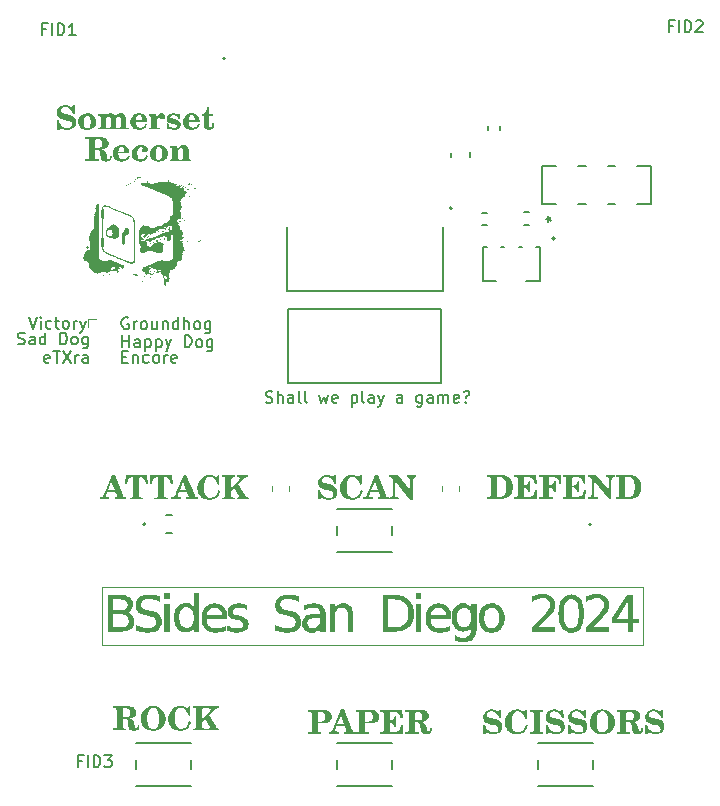
<source format=gto>
G04 #@! TF.GenerationSoftware,KiCad,Pcbnew,8.99.0-unknown-bf16f757ed~178~ubuntu22.04.1*
G04 #@! TF.CreationDate,2024-04-23T09:45:42-07:00*
G04 #@! TF.ProjectId,rps_v4.0.0,7270735f-7634-42e3-902e-302e6b696361,rev?*
G04 #@! TF.SameCoordinates,PX6b4f310PY82524e0*
G04 #@! TF.FileFunction,Legend,Top*
G04 #@! TF.FilePolarity,Positive*
%FSLAX46Y46*%
G04 Gerber Fmt 4.6, Leading zero omitted, Abs format (unit mm)*
G04 Created by KiCad (PCBNEW 8.99.0-unknown-bf16f757ed~178~ubuntu22.04.1) date 2024-04-23 09:45:42*
%MOMM*%
%LPD*%
G01*
G04 APERTURE LIST*
%ADD10C,0.100000*%
%ADD11C,0.127000*%
%ADD12C,0.750000*%
%ADD13C,0.150000*%
%ADD14C,0.120000*%
%ADD15C,0.152400*%
%ADD16C,0.200000*%
%ADD17C,0.000000*%
G04 APERTURE END LIST*
D10*
X8788400Y19659600D02*
X54559200Y19659600D01*
X54559200Y14706600D01*
X8788400Y14706600D01*
X8788400Y19659600D01*
D11*
G36*
X42540196Y9238894D02*
G01*
X42414167Y9238894D01*
X42268598Y9109934D01*
X42178700Y9163452D01*
X42089755Y9204644D01*
X41983788Y9238000D01*
X41871598Y9256515D01*
X41767412Y9261364D01*
X41649111Y9254840D01*
X41538984Y9235707D01*
X41437788Y9204621D01*
X41346279Y9162240D01*
X41240641Y9089295D01*
X41155359Y8998994D01*
X41092225Y8892893D01*
X41053031Y8772550D01*
X41040424Y8673883D01*
X41039568Y8639522D01*
X41051257Y8516893D01*
X41085814Y8404133D01*
X41142479Y8301997D01*
X41220491Y8211242D01*
X41319088Y8132622D01*
X41406087Y8082077D01*
X41503915Y8039101D01*
X41612252Y8004014D01*
X41730775Y7977135D01*
X41904676Y7943918D01*
X42007174Y7924229D01*
X42107070Y7900785D01*
X42200768Y7863711D01*
X42207049Y7860387D01*
X42285281Y7791358D01*
X42323873Y7700350D01*
X42330147Y7637638D01*
X42313803Y7534331D01*
X42266778Y7447975D01*
X42192087Y7380888D01*
X42092743Y7335387D01*
X41993300Y7315632D01*
X41927147Y7312306D01*
X41810442Y7323763D01*
X41698390Y7357522D01*
X41591984Y7412667D01*
X41492211Y7488283D01*
X41422332Y7557878D01*
X41357159Y7638086D01*
X41297111Y7728521D01*
X41242606Y7828796D01*
X41194060Y7938525D01*
X41179275Y7977135D01*
X41036637Y7977135D01*
X41053246Y7188719D01*
X41179275Y7188719D01*
X41353176Y7353827D01*
X41449986Y7288855D01*
X41549811Y7238174D01*
X41654426Y7201338D01*
X41765611Y7177904D01*
X41864564Y7168292D01*
X41927147Y7166737D01*
X42046290Y7173750D01*
X42157518Y7194297D01*
X42260001Y7227642D01*
X42352908Y7273049D01*
X42435407Y7329780D01*
X42506669Y7397099D01*
X42582768Y7502056D01*
X42624578Y7591216D01*
X42652380Y7688510D01*
X42665345Y7793200D01*
X42666226Y7829613D01*
X42656254Y7955036D01*
X42625834Y8066566D01*
X42574211Y8164965D01*
X42500629Y8250992D01*
X42404332Y8325411D01*
X42316749Y8374065D01*
X42215645Y8416937D01*
X42100701Y8454351D01*
X41971599Y8486626D01*
X41837265Y8517400D01*
X41736930Y8536815D01*
X41640039Y8556846D01*
X41551990Y8583834D01*
X41459046Y8630013D01*
X41392347Y8701558D01*
X41362203Y8804651D01*
X41361480Y8826123D01*
X41383024Y8929477D01*
X41443789Y9014138D01*
X41537977Y9075719D01*
X41640916Y9106808D01*
X41739568Y9115307D01*
X41845860Y9105924D01*
X41946381Y9077800D01*
X42041132Y9030969D01*
X42130113Y8965464D01*
X42213323Y8881320D01*
X42290763Y8778572D01*
X42345057Y8689323D01*
X42396104Y8589642D01*
X42428333Y8517400D01*
X42576833Y8517400D01*
X42540196Y9238894D01*
G37*
G36*
X44726170Y9250129D02*
G01*
X44605514Y9250129D01*
X44454572Y9112376D01*
X44355781Y9167846D01*
X44264145Y9208890D01*
X44159192Y9240605D01*
X44048308Y9257242D01*
X43942150Y9261364D01*
X43827054Y9256369D01*
X43717012Y9241367D01*
X43612088Y9216336D01*
X43512344Y9181252D01*
X43417844Y9136094D01*
X43328650Y9080838D01*
X43244826Y9015461D01*
X43166435Y8939940D01*
X43099585Y8862599D01*
X43041871Y8780717D01*
X42993225Y8694199D01*
X42953577Y8602946D01*
X42922860Y8506863D01*
X42901004Y8405850D01*
X42887941Y8299811D01*
X42883602Y8188649D01*
X42887567Y8083008D01*
X42899569Y7982730D01*
X42926118Y7864376D01*
X42965789Y7753135D01*
X43018894Y7648303D01*
X43085747Y7549175D01*
X43149338Y7473506D01*
X43223930Y7399457D01*
X43303051Y7336135D01*
X43387334Y7283278D01*
X43477417Y7240621D01*
X43573934Y7207902D01*
X43677521Y7184857D01*
X43788812Y7171223D01*
X43908445Y7166737D01*
X44042297Y7173018D01*
X44165093Y7191947D01*
X44277032Y7223650D01*
X44378315Y7268258D01*
X44469144Y7325896D01*
X44549717Y7396694D01*
X44620236Y7480779D01*
X44680901Y7578279D01*
X44731912Y7689323D01*
X44773470Y7814038D01*
X44796023Y7904839D01*
X44622611Y7946849D01*
X44597442Y7842487D01*
X44564694Y7747196D01*
X44509672Y7634702D01*
X44442217Y7539416D01*
X44362924Y7461956D01*
X44272389Y7402940D01*
X44171205Y7362986D01*
X44059970Y7342713D01*
X44000769Y7340150D01*
X43898920Y7347742D01*
X43779511Y7381717D01*
X43678580Y7443365D01*
X43595854Y7533138D01*
X43545590Y7619198D01*
X43505294Y7721524D01*
X43474853Y7840306D01*
X43454148Y7975735D01*
X43445697Y8075364D01*
X43441488Y8182534D01*
X43440964Y8238964D01*
X43443056Y8344198D01*
X43449320Y8442814D01*
X43466497Y8578277D01*
X43492955Y8698717D01*
X43528632Y8804053D01*
X43573466Y8894206D01*
X43647378Y8990654D01*
X43737307Y9059780D01*
X43843104Y9101394D01*
X43964621Y9115307D01*
X44076188Y9105205D01*
X44178104Y9074610D01*
X44270701Y9023086D01*
X44354310Y8950199D01*
X44429264Y8855513D01*
X44479999Y8769931D01*
X44526192Y8671659D01*
X44567984Y8560514D01*
X44605514Y8436312D01*
X44754013Y8452920D01*
X44726170Y9250129D01*
G37*
G36*
X45026588Y7198000D02*
G01*
X46115912Y7198000D01*
X46115912Y7349431D01*
X46073902Y7349431D01*
X45967396Y7352293D01*
X45867135Y7372100D01*
X45841383Y7391929D01*
X45822278Y7490790D01*
X45821843Y7602955D01*
X45821843Y8824658D01*
X45822148Y8927499D01*
X45834933Y9026122D01*
X45841383Y9036172D01*
X45932361Y9072062D01*
X46033783Y9077879D01*
X46073902Y9078182D01*
X46115912Y9078182D01*
X46115912Y9230101D01*
X45026588Y9230101D01*
X45026588Y9078182D01*
X45068598Y9078182D01*
X45173261Y9075331D01*
X45272480Y9055719D01*
X45298187Y9036172D01*
X45317291Y8936834D01*
X45317726Y8824658D01*
X45317726Y7602955D01*
X45317421Y7500121D01*
X45304636Y7401818D01*
X45298187Y7391929D01*
X45199802Y7354635D01*
X45095370Y7349565D01*
X45068598Y7349431D01*
X45026588Y7349431D01*
X45026588Y7198000D01*
G37*
G36*
X47837335Y9238894D02*
G01*
X47711306Y9238894D01*
X47565737Y9109934D01*
X47475839Y9163452D01*
X47386894Y9204644D01*
X47280927Y9238000D01*
X47168737Y9256515D01*
X47064551Y9261364D01*
X46946250Y9254840D01*
X46836123Y9235707D01*
X46734927Y9204621D01*
X46643418Y9162240D01*
X46537780Y9089295D01*
X46452498Y8998994D01*
X46389364Y8892893D01*
X46350170Y8772550D01*
X46337563Y8673883D01*
X46336707Y8639522D01*
X46348395Y8516893D01*
X46382953Y8404133D01*
X46439618Y8301997D01*
X46517630Y8211242D01*
X46616227Y8132622D01*
X46703225Y8082077D01*
X46801054Y8039101D01*
X46909390Y8004014D01*
X47027914Y7977135D01*
X47201815Y7943918D01*
X47304313Y7924229D01*
X47404209Y7900785D01*
X47497907Y7863711D01*
X47504188Y7860387D01*
X47582420Y7791358D01*
X47621012Y7700350D01*
X47627286Y7637638D01*
X47610942Y7534331D01*
X47563917Y7447975D01*
X47489226Y7380888D01*
X47389882Y7335387D01*
X47290439Y7315632D01*
X47224286Y7312306D01*
X47107580Y7323763D01*
X46995529Y7357522D01*
X46889122Y7412667D01*
X46789350Y7488283D01*
X46719471Y7557878D01*
X46654298Y7638086D01*
X46594250Y7728521D01*
X46539744Y7828796D01*
X46491199Y7938525D01*
X46476414Y7977135D01*
X46333776Y7977135D01*
X46350385Y7188719D01*
X46476414Y7188719D01*
X46650315Y7353827D01*
X46747125Y7288855D01*
X46846949Y7238174D01*
X46951565Y7201338D01*
X47062750Y7177904D01*
X47161703Y7168292D01*
X47224286Y7166737D01*
X47343429Y7173750D01*
X47454657Y7194297D01*
X47557140Y7227642D01*
X47650047Y7273049D01*
X47732546Y7329780D01*
X47803808Y7397099D01*
X47879907Y7502056D01*
X47921716Y7591216D01*
X47949519Y7688510D01*
X47962484Y7793200D01*
X47963364Y7829613D01*
X47953392Y7955036D01*
X47922973Y8066566D01*
X47871350Y8164965D01*
X47797768Y8250992D01*
X47701471Y8325411D01*
X47613888Y8374065D01*
X47512784Y8416937D01*
X47397840Y8454351D01*
X47268738Y8486626D01*
X47134404Y8517400D01*
X47034069Y8536815D01*
X46937178Y8556846D01*
X46849129Y8583834D01*
X46756185Y8630013D01*
X46689486Y8701558D01*
X46659342Y8804651D01*
X46658619Y8826123D01*
X46680163Y8929477D01*
X46740928Y9014138D01*
X46835116Y9075719D01*
X46938055Y9106808D01*
X47036707Y9115307D01*
X47142999Y9105924D01*
X47243520Y9077800D01*
X47338271Y9030969D01*
X47427251Y8965464D01*
X47510462Y8881320D01*
X47587902Y8778572D01*
X47642196Y8689323D01*
X47693243Y8589642D01*
X47725472Y8517400D01*
X47873972Y8517400D01*
X47837335Y9238894D01*
G37*
G36*
X49742429Y9238894D02*
G01*
X49616400Y9238894D01*
X49470831Y9109934D01*
X49380933Y9163452D01*
X49291988Y9204644D01*
X49186022Y9238000D01*
X49073831Y9256515D01*
X48969645Y9261364D01*
X48851344Y9254840D01*
X48741217Y9235707D01*
X48640021Y9204621D01*
X48548512Y9162240D01*
X48442874Y9089295D01*
X48357592Y8998994D01*
X48294459Y8892893D01*
X48255264Y8772550D01*
X48242657Y8673883D01*
X48241801Y8639522D01*
X48253490Y8516893D01*
X48288047Y8404133D01*
X48344712Y8301997D01*
X48422724Y8211242D01*
X48521321Y8132622D01*
X48608320Y8082077D01*
X48706148Y8039101D01*
X48814485Y8004014D01*
X48933009Y7977135D01*
X49106909Y7943918D01*
X49209407Y7924229D01*
X49309303Y7900785D01*
X49403001Y7863711D01*
X49409282Y7860387D01*
X49487514Y7791358D01*
X49526107Y7700350D01*
X49532381Y7637638D01*
X49516036Y7534331D01*
X49469011Y7447975D01*
X49394320Y7380888D01*
X49294976Y7335387D01*
X49195533Y7315632D01*
X49129380Y7312306D01*
X49012675Y7323763D01*
X48900623Y7357522D01*
X48794217Y7412667D01*
X48694444Y7488283D01*
X48624565Y7557878D01*
X48559392Y7638086D01*
X48499344Y7728521D01*
X48444839Y7828796D01*
X48396293Y7938525D01*
X48381508Y7977135D01*
X48238870Y7977135D01*
X48255479Y7188719D01*
X48381508Y7188719D01*
X48555409Y7353827D01*
X48652219Y7288855D01*
X48752044Y7238174D01*
X48856659Y7201338D01*
X48967844Y7177904D01*
X49066798Y7168292D01*
X49129380Y7166737D01*
X49248523Y7173750D01*
X49359751Y7194297D01*
X49462234Y7227642D01*
X49555141Y7273049D01*
X49637640Y7329780D01*
X49708902Y7397099D01*
X49785001Y7502056D01*
X49826811Y7591216D01*
X49854613Y7688510D01*
X49867578Y7793200D01*
X49868459Y7829613D01*
X49858487Y7955036D01*
X49828067Y8066566D01*
X49776444Y8164965D01*
X49702862Y8250992D01*
X49606565Y8325411D01*
X49518982Y8374065D01*
X49417878Y8416937D01*
X49302934Y8454351D01*
X49173832Y8486626D01*
X49039498Y8517400D01*
X48939163Y8536815D01*
X48842272Y8556846D01*
X48754223Y8583834D01*
X48661279Y8630013D01*
X48594580Y8701558D01*
X48564436Y8804651D01*
X48563713Y8826123D01*
X48585257Y8929477D01*
X48646022Y9014138D01*
X48740210Y9075719D01*
X48843149Y9106808D01*
X48941801Y9115307D01*
X49048093Y9105924D01*
X49148614Y9077800D01*
X49243365Y9030969D01*
X49332346Y8965464D01*
X49415556Y8881320D01*
X49492996Y8778572D01*
X49547290Y8689323D01*
X49598338Y8589642D01*
X49630566Y8517400D01*
X49779066Y8517400D01*
X49742429Y9238894D01*
G37*
G36*
X51186413Y9260474D02*
G01*
X51307952Y9250382D01*
X51422076Y9228855D01*
X51529367Y9195646D01*
X51630405Y9150510D01*
X51725773Y9093200D01*
X51816051Y9023472D01*
X51899631Y8944058D01*
X51973794Y8854730D01*
X52038008Y8756838D01*
X52091740Y8651734D01*
X52134459Y8540768D01*
X52165631Y8425290D01*
X52184725Y8306653D01*
X52191208Y8186207D01*
X52185086Y8065971D01*
X52166868Y7950085D01*
X52136777Y7839237D01*
X52095038Y7734114D01*
X52041872Y7635401D01*
X51977503Y7543787D01*
X51902155Y7459959D01*
X51816051Y7384602D01*
X51744189Y7331904D01*
X51649599Y7276803D01*
X51548870Y7233304D01*
X51441097Y7201018D01*
X51325375Y7179553D01*
X51226465Y7169908D01*
X51121424Y7166737D01*
X51009554Y7171671D01*
X50902079Y7186214D01*
X50799390Y7209982D01*
X50701876Y7242590D01*
X50609927Y7283653D01*
X50523930Y7332786D01*
X50444276Y7389604D01*
X50337540Y7488399D01*
X50247264Y7602320D01*
X50196874Y7686028D01*
X50154772Y7775497D01*
X50121349Y7870342D01*
X50096994Y7970176D01*
X50082095Y8074616D01*
X50077042Y8183276D01*
X50079862Y8236033D01*
X50637335Y8236033D01*
X50638655Y8154468D01*
X50644471Y8050216D01*
X50654834Y7951277D01*
X50674033Y7835352D01*
X50699994Y7728372D01*
X50732526Y7630694D01*
X50779973Y7526263D01*
X50795093Y7500032D01*
X50855428Y7421985D01*
X50938843Y7358634D01*
X51038167Y7322325D01*
X51138521Y7312306D01*
X51196623Y7315878D01*
X51302457Y7344252D01*
X51394183Y7400477D01*
X51471463Y7484012D01*
X51533960Y7594310D01*
X51570928Y7694272D01*
X51599247Y7808753D01*
X51618777Y7937524D01*
X51629373Y8080356D01*
X51631404Y8183276D01*
X51630072Y8266427D01*
X51624208Y8372920D01*
X51613771Y8474051D01*
X51594462Y8592322D01*
X51568390Y8700825D01*
X51535769Y8798790D01*
X51488277Y8901350D01*
X51480568Y8914428D01*
X51420645Y8994544D01*
X51339594Y9061451D01*
X51245446Y9101797D01*
X51138521Y9115307D01*
X51108096Y9114588D01*
X51011040Y9100502D01*
X50916655Y9061484D01*
X50837846Y8996746D01*
X50779973Y8917959D01*
X50754444Y8871609D01*
X50710951Y8768517D01*
X50682399Y8671698D01*
X50660828Y8564630D01*
X50646227Y8446997D01*
X50639557Y8345076D01*
X50637335Y8236033D01*
X50079862Y8236033D01*
X50083525Y8304569D01*
X50102619Y8423642D01*
X50133791Y8539279D01*
X50176510Y8650268D01*
X50230242Y8755396D01*
X50294456Y8853448D01*
X50368619Y8943211D01*
X50452199Y9023472D01*
X50504689Y9066136D01*
X50597653Y9127824D01*
X50697362Y9177778D01*
X50803691Y9216040D01*
X50916518Y9242657D01*
X51035721Y9257674D01*
X51135591Y9261364D01*
X51186413Y9260474D01*
G37*
G36*
X53574593Y9230002D02*
G01*
X53688028Y9226543D01*
X53790922Y9218133D01*
X53900118Y9201490D01*
X54007268Y9173017D01*
X54102164Y9128496D01*
X54153719Y9090186D01*
X54228883Y9013026D01*
X54283940Y8924200D01*
X54317783Y8825118D01*
X54329310Y8717191D01*
X54319122Y8616854D01*
X54282400Y8509460D01*
X54220450Y8414874D01*
X54148481Y8345899D01*
X54060154Y8289766D01*
X53968689Y8254162D01*
X53867332Y8228148D01*
X53769017Y8208189D01*
X53873501Y8166914D01*
X53959544Y8117415D01*
X54040798Y8044546D01*
X54100775Y7953955D01*
X54136579Y7862610D01*
X54161271Y7754874D01*
X54180810Y7650338D01*
X54192046Y7572669D01*
X54197763Y7536181D01*
X54225263Y7440289D01*
X54306840Y7401699D01*
X54322102Y7402734D01*
X54401667Y7467645D01*
X54428003Y7562196D01*
X54435311Y7664016D01*
X54586742Y7664016D01*
X54586742Y7630799D01*
X54582194Y7550837D01*
X54554845Y7433199D01*
X54503687Y7335864D01*
X54429757Y7259717D01*
X54334098Y7205639D01*
X54217747Y7174516D01*
X54110468Y7166737D01*
X53995898Y7175860D01*
X53897665Y7203239D01*
X53803375Y7258283D01*
X53730583Y7338235D01*
X53684997Y7426612D01*
X53675417Y7453666D01*
X53652917Y7551513D01*
X53640629Y7656693D01*
X53631752Y7757805D01*
X53623448Y7865272D01*
X53616539Y7941740D01*
X53584743Y8045892D01*
X53513822Y8123210D01*
X53417581Y8158945D01*
X53306909Y8169110D01*
X53150106Y8169110D01*
X53150106Y7611748D01*
X53150540Y7501262D01*
X53169645Y7401699D01*
X53200220Y7380446D01*
X53296936Y7359827D01*
X53402164Y7348943D01*
X53474949Y7348943D01*
X53474949Y7198000D01*
X52354851Y7198000D01*
X52354851Y7359689D01*
X52396861Y7359689D01*
X52423637Y7360306D01*
X52528194Y7366155D01*
X52626449Y7401699D01*
X52632898Y7411686D01*
X52645683Y7510509D01*
X52645988Y7611748D01*
X52645988Y8822215D01*
X52645733Y8888649D01*
X53150106Y8888649D01*
X53150106Y8323472D01*
X53303979Y8323472D01*
X53338178Y8323737D01*
X53460536Y8330416D01*
X53582884Y8352836D01*
X53674162Y8393114D01*
X53747110Y8468373D01*
X53785272Y8576891D01*
X53794418Y8695698D01*
X53791364Y8764362D01*
X53766427Y8879677D01*
X53715277Y8966555D01*
X53636579Y9026099D01*
X53529001Y9059410D01*
X53416330Y9067924D01*
X53348919Y9067924D01*
X53332568Y9067633D01*
X53231944Y9058622D01*
X53156584Y8990082D01*
X53150106Y8888649D01*
X52645733Y8888649D01*
X52645554Y8935071D01*
X52626449Y9037638D01*
X52601361Y9055849D01*
X52502884Y9074803D01*
X52396861Y9077693D01*
X52354851Y9077693D01*
X52354851Y9230101D01*
X53550664Y9230101D01*
X53574593Y9230002D01*
G37*
G36*
X56262736Y9238894D02*
G01*
X56136707Y9238894D01*
X55991138Y9109934D01*
X55901240Y9163452D01*
X55812295Y9204644D01*
X55706329Y9238000D01*
X55594138Y9256515D01*
X55489952Y9261364D01*
X55371651Y9254840D01*
X55261524Y9235707D01*
X55160328Y9204621D01*
X55068819Y9162240D01*
X54963181Y9089295D01*
X54877900Y8998994D01*
X54814766Y8892893D01*
X54775571Y8772550D01*
X54762964Y8673883D01*
X54762108Y8639522D01*
X54773797Y8516893D01*
X54808354Y8404133D01*
X54865020Y8301997D01*
X54943031Y8211242D01*
X55041628Y8132622D01*
X55128627Y8082077D01*
X55226455Y8039101D01*
X55334792Y8004014D01*
X55453316Y7977135D01*
X55627217Y7943918D01*
X55729714Y7924229D01*
X55829610Y7900785D01*
X55923308Y7863711D01*
X55929589Y7860387D01*
X56007821Y7791358D01*
X56046414Y7700350D01*
X56052688Y7637638D01*
X56036343Y7534331D01*
X55989318Y7447975D01*
X55914627Y7380888D01*
X55815284Y7335387D01*
X55715840Y7315632D01*
X55649687Y7312306D01*
X55532982Y7323763D01*
X55420931Y7357522D01*
X55314524Y7412667D01*
X55214751Y7488283D01*
X55144872Y7557878D01*
X55079699Y7638086D01*
X55019651Y7728521D01*
X54965146Y7828796D01*
X54916600Y7938525D01*
X54901815Y7977135D01*
X54759177Y7977135D01*
X54775786Y7188719D01*
X54901815Y7188719D01*
X55075716Y7353827D01*
X55172527Y7288855D01*
X55272351Y7238174D01*
X55376966Y7201338D01*
X55488151Y7177904D01*
X55587105Y7168292D01*
X55649687Y7166737D01*
X55768830Y7173750D01*
X55880058Y7194297D01*
X55982541Y7227642D01*
X56075448Y7273049D01*
X56157948Y7329780D01*
X56229209Y7397099D01*
X56305308Y7502056D01*
X56347118Y7591216D01*
X56374920Y7688510D01*
X56387885Y7793200D01*
X56388766Y7829613D01*
X56378794Y7955036D01*
X56348374Y8066566D01*
X56296751Y8164965D01*
X56223169Y8250992D01*
X56126873Y8325411D01*
X56039289Y8374065D01*
X55938185Y8416937D01*
X55823241Y8454351D01*
X55694139Y8486626D01*
X55559806Y8517400D01*
X55459470Y8536815D01*
X55362579Y8556846D01*
X55274530Y8583834D01*
X55181586Y8630013D01*
X55114888Y8701558D01*
X55084743Y8804651D01*
X55084020Y8826123D01*
X55105564Y8929477D01*
X55166329Y9014138D01*
X55260517Y9075719D01*
X55363456Y9106808D01*
X55462108Y9115307D01*
X55568400Y9105924D01*
X55668921Y9077800D01*
X55763672Y9030969D01*
X55852653Y8965464D01*
X55935863Y8881320D01*
X56013303Y8778572D01*
X56067597Y8689323D01*
X56118645Y8589642D01*
X56150873Y8517400D01*
X56299373Y8517400D01*
X56262736Y9238894D01*
G37*
G36*
X28570196Y29091869D02*
G01*
X28444167Y29091869D01*
X28298598Y28962909D01*
X28208700Y29016427D01*
X28119755Y29057619D01*
X28013788Y29090975D01*
X27901598Y29109490D01*
X27797412Y29114339D01*
X27679111Y29107815D01*
X27568984Y29088682D01*
X27467788Y29057596D01*
X27376279Y29015215D01*
X27270641Y28942270D01*
X27185359Y28851969D01*
X27122225Y28745868D01*
X27083031Y28625525D01*
X27070424Y28526858D01*
X27069568Y28492497D01*
X27081257Y28369868D01*
X27115814Y28257108D01*
X27172479Y28154972D01*
X27250491Y28064217D01*
X27349088Y27985597D01*
X27436087Y27935052D01*
X27533915Y27892076D01*
X27642252Y27856989D01*
X27760775Y27830110D01*
X27934676Y27796893D01*
X28037174Y27777204D01*
X28137070Y27753760D01*
X28230768Y27716686D01*
X28237049Y27713362D01*
X28315281Y27644333D01*
X28353873Y27553325D01*
X28360147Y27490613D01*
X28343803Y27387306D01*
X28296778Y27300950D01*
X28222087Y27233863D01*
X28122743Y27188362D01*
X28023300Y27168607D01*
X27957147Y27165281D01*
X27840442Y27176738D01*
X27728390Y27210497D01*
X27621984Y27265642D01*
X27522211Y27341258D01*
X27452332Y27410853D01*
X27387159Y27491061D01*
X27327111Y27581496D01*
X27272606Y27681771D01*
X27224060Y27791500D01*
X27209275Y27830110D01*
X27066637Y27830110D01*
X27083246Y27041694D01*
X27209275Y27041694D01*
X27383176Y27206802D01*
X27479986Y27141830D01*
X27579811Y27091149D01*
X27684426Y27054313D01*
X27795611Y27030879D01*
X27894564Y27021267D01*
X27957147Y27019712D01*
X28076290Y27026725D01*
X28187518Y27047272D01*
X28290001Y27080617D01*
X28382908Y27126024D01*
X28465407Y27182755D01*
X28536669Y27250074D01*
X28612768Y27355031D01*
X28654578Y27444191D01*
X28682380Y27541485D01*
X28695345Y27646175D01*
X28696226Y27682588D01*
X28686254Y27808011D01*
X28655834Y27919541D01*
X28604211Y28017940D01*
X28530629Y28103967D01*
X28434332Y28178386D01*
X28346749Y28227040D01*
X28245645Y28269912D01*
X28130701Y28307326D01*
X28001599Y28339601D01*
X27867265Y28370375D01*
X27766930Y28389790D01*
X27670039Y28409821D01*
X27581990Y28436809D01*
X27489046Y28482988D01*
X27422347Y28554533D01*
X27392203Y28657626D01*
X27391480Y28679098D01*
X27413024Y28782452D01*
X27473789Y28867113D01*
X27567977Y28928694D01*
X27670916Y28959783D01*
X27769568Y28968282D01*
X27875860Y28958899D01*
X27976381Y28930775D01*
X28071132Y28883944D01*
X28160113Y28818439D01*
X28243323Y28734295D01*
X28320763Y28631547D01*
X28375057Y28542298D01*
X28426104Y28442617D01*
X28458333Y28370375D01*
X28606833Y28370375D01*
X28570196Y29091869D01*
G37*
G36*
X30756170Y29103104D02*
G01*
X30635514Y29103104D01*
X30484572Y28965351D01*
X30385781Y29020821D01*
X30294145Y29061865D01*
X30189192Y29093580D01*
X30078308Y29110217D01*
X29972150Y29114339D01*
X29857054Y29109344D01*
X29747012Y29094342D01*
X29642088Y29069311D01*
X29542344Y29034227D01*
X29447844Y28989069D01*
X29358650Y28933813D01*
X29274826Y28868436D01*
X29196435Y28792915D01*
X29129585Y28715574D01*
X29071871Y28633692D01*
X29023225Y28547174D01*
X28983577Y28455921D01*
X28952860Y28359838D01*
X28931004Y28258825D01*
X28917941Y28152786D01*
X28913602Y28041624D01*
X28917567Y27935983D01*
X28929569Y27835705D01*
X28956118Y27717351D01*
X28995789Y27606110D01*
X29048894Y27501278D01*
X29115747Y27402150D01*
X29179338Y27326481D01*
X29253930Y27252432D01*
X29333051Y27189110D01*
X29417334Y27136253D01*
X29507417Y27093596D01*
X29603934Y27060877D01*
X29707521Y27037832D01*
X29818812Y27024198D01*
X29938445Y27019712D01*
X30072297Y27025993D01*
X30195093Y27044922D01*
X30307032Y27076625D01*
X30408315Y27121233D01*
X30499144Y27178871D01*
X30579717Y27249669D01*
X30650236Y27333754D01*
X30710901Y27431254D01*
X30761912Y27542298D01*
X30803470Y27667013D01*
X30826023Y27757814D01*
X30652611Y27799824D01*
X30627442Y27695462D01*
X30594694Y27600171D01*
X30539672Y27487677D01*
X30472217Y27392391D01*
X30392924Y27314931D01*
X30302389Y27255915D01*
X30201205Y27215961D01*
X30089970Y27195688D01*
X30030769Y27193125D01*
X29928920Y27200717D01*
X29809511Y27234692D01*
X29708580Y27296340D01*
X29625854Y27386113D01*
X29575590Y27472173D01*
X29535294Y27574499D01*
X29504853Y27693281D01*
X29484148Y27828710D01*
X29475697Y27928339D01*
X29471488Y28035509D01*
X29470964Y28091939D01*
X29473056Y28197173D01*
X29479320Y28295789D01*
X29496497Y28431252D01*
X29522955Y28551692D01*
X29558632Y28657028D01*
X29603466Y28747181D01*
X29677378Y28843629D01*
X29767307Y28912755D01*
X29873104Y28954369D01*
X29994621Y28968282D01*
X30106188Y28958180D01*
X30208104Y28927585D01*
X30300701Y28876061D01*
X30384310Y28803174D01*
X30459264Y28708488D01*
X30509999Y28622906D01*
X30556192Y28524634D01*
X30597984Y28413489D01*
X30635514Y28289287D01*
X30784013Y28305895D01*
X30756170Y29103104D01*
G37*
G36*
X32832722Y27385588D02*
G01*
X32849079Y27347398D01*
X32906359Y27258920D01*
X32996006Y27214542D01*
X33096016Y27204360D01*
X33096016Y27050975D01*
X32113183Y27050975D01*
X32113183Y27204360D01*
X32161055Y27207291D01*
X32245980Y27211739D01*
X32323232Y27276167D01*
X32321181Y27299916D01*
X32289526Y27394381D01*
X32183525Y27675749D01*
X31485967Y27675749D01*
X31441027Y27566816D01*
X31415880Y27502524D01*
X31399017Y27402685D01*
X31410742Y27326853D01*
X31481059Y27247295D01*
X31577044Y27215714D01*
X31676477Y27204360D01*
X31676477Y27050975D01*
X30867056Y27050975D01*
X30867056Y27204360D01*
X30954234Y27224884D01*
X31043991Y27279480D01*
X31114613Y27357275D01*
X31171642Y27447122D01*
X31217504Y27537097D01*
X31264683Y27644486D01*
X31359588Y27863816D01*
X31558752Y27863816D01*
X32113183Y27863816D01*
X31841585Y28524248D01*
X31558752Y27863816D01*
X31359588Y27863816D01*
X31900692Y29114339D01*
X32113183Y29114339D01*
X32832722Y27385588D01*
G37*
G36*
X33797482Y29083076D02*
G01*
X33092108Y29083076D01*
X33092108Y28928226D01*
X33191798Y28913857D01*
X33287349Y28870201D01*
X33367489Y28797745D01*
X33388619Y28770445D01*
X33388619Y27661583D01*
X33387768Y27538088D01*
X33379704Y27438505D01*
X33350428Y27328466D01*
X33283481Y27249622D01*
X33191541Y27214802D01*
X33086247Y27202406D01*
X33086247Y27050975D01*
X33884432Y27050975D01*
X33884432Y27202406D01*
X33776990Y27214802D01*
X33683323Y27249622D01*
X33615240Y27328466D01*
X33585479Y27438505D01*
X33577220Y27538088D01*
X33576198Y27661583D01*
X33576198Y28587751D01*
X34878501Y27019712D01*
X35066079Y27019712D01*
X35066079Y28469049D01*
X35066361Y28593330D01*
X35074467Y28693745D01*
X35097968Y28789393D01*
X35161253Y28876014D01*
X35267506Y28919211D01*
X35374314Y28930668D01*
X35374314Y29083076D01*
X34576128Y29083076D01*
X34576128Y28930668D01*
X34681392Y28919211D01*
X34773249Y28884541D01*
X34840107Y28804918D01*
X34869380Y28693745D01*
X34877509Y28593330D01*
X34878501Y28469049D01*
X34878501Y27803243D01*
X33797482Y29083076D01*
G37*
G36*
X10927429Y9524977D02*
G01*
X11040864Y9521518D01*
X11143758Y9513108D01*
X11252954Y9496465D01*
X11360104Y9467992D01*
X11455000Y9423471D01*
X11506555Y9385161D01*
X11581719Y9308001D01*
X11636776Y9219175D01*
X11670619Y9120093D01*
X11682146Y9012166D01*
X11671958Y8911829D01*
X11635236Y8804435D01*
X11573286Y8709849D01*
X11501317Y8640874D01*
X11412990Y8584741D01*
X11321525Y8549137D01*
X11220168Y8523123D01*
X11121853Y8503164D01*
X11226337Y8461889D01*
X11312380Y8412390D01*
X11393634Y8339521D01*
X11453611Y8248930D01*
X11489415Y8157585D01*
X11514107Y8049849D01*
X11533646Y7945313D01*
X11544882Y7867644D01*
X11550599Y7831156D01*
X11578099Y7735264D01*
X11659676Y7696674D01*
X11674938Y7697709D01*
X11754503Y7762620D01*
X11780839Y7857171D01*
X11788147Y7958991D01*
X11939578Y7958991D01*
X11939578Y7925774D01*
X11935030Y7845812D01*
X11907681Y7728174D01*
X11856523Y7630839D01*
X11782593Y7554692D01*
X11686934Y7500614D01*
X11570583Y7469491D01*
X11463304Y7461712D01*
X11348734Y7470835D01*
X11250501Y7498214D01*
X11156211Y7553258D01*
X11083419Y7633210D01*
X11037833Y7721587D01*
X11028253Y7748641D01*
X11005753Y7846488D01*
X10993465Y7951668D01*
X10984588Y8052780D01*
X10976284Y8160247D01*
X10969375Y8236715D01*
X10937579Y8340867D01*
X10866658Y8418185D01*
X10770417Y8453920D01*
X10659745Y8464085D01*
X10502942Y8464085D01*
X10502942Y7906723D01*
X10503376Y7796237D01*
X10522481Y7696674D01*
X10553057Y7675421D01*
X10649772Y7654802D01*
X10755000Y7643918D01*
X10827785Y7643918D01*
X10827785Y7492975D01*
X9707687Y7492975D01*
X9707687Y7654664D01*
X9749697Y7654664D01*
X9776473Y7655281D01*
X9881030Y7661130D01*
X9979285Y7696674D01*
X9985734Y7706661D01*
X9998519Y7805484D01*
X9998824Y7906723D01*
X9998824Y9117190D01*
X9998569Y9183624D01*
X10502942Y9183624D01*
X10502942Y8618447D01*
X10656815Y8618447D01*
X10691014Y8618712D01*
X10813372Y8625391D01*
X10935720Y8647811D01*
X11026998Y8688089D01*
X11099946Y8763348D01*
X11138108Y8871866D01*
X11147254Y8990673D01*
X11144200Y9059337D01*
X11119263Y9174652D01*
X11068113Y9261530D01*
X10989415Y9321074D01*
X10881837Y9354385D01*
X10769166Y9362899D01*
X10701755Y9362899D01*
X10685404Y9362608D01*
X10584780Y9353597D01*
X10509420Y9285057D01*
X10502942Y9183624D01*
X9998569Y9183624D01*
X9998390Y9230046D01*
X9979285Y9332613D01*
X9954197Y9350824D01*
X9855720Y9369778D01*
X9749697Y9372668D01*
X9707687Y9372668D01*
X9707687Y9525076D01*
X10903500Y9525076D01*
X10927429Y9524977D01*
G37*
G36*
X13146646Y9555449D02*
G01*
X13268185Y9545357D01*
X13382309Y9523830D01*
X13489600Y9490621D01*
X13590638Y9445485D01*
X13686006Y9388175D01*
X13776284Y9318447D01*
X13859864Y9239033D01*
X13934027Y9149705D01*
X13998241Y9051813D01*
X14051973Y8946709D01*
X14094692Y8835743D01*
X14125864Y8720265D01*
X14144958Y8601628D01*
X14151441Y8481182D01*
X14145319Y8360946D01*
X14127101Y8245060D01*
X14097010Y8134212D01*
X14055271Y8029089D01*
X14002105Y7930376D01*
X13937736Y7838762D01*
X13862388Y7754934D01*
X13776284Y7679577D01*
X13704422Y7626879D01*
X13609832Y7571778D01*
X13509103Y7528279D01*
X13401330Y7495993D01*
X13285608Y7474528D01*
X13186698Y7464883D01*
X13081658Y7461712D01*
X12969787Y7466646D01*
X12862312Y7481189D01*
X12759623Y7504957D01*
X12662109Y7537565D01*
X12570160Y7578628D01*
X12484163Y7627761D01*
X12404510Y7684579D01*
X12297773Y7783374D01*
X12207497Y7897295D01*
X12157107Y7981003D01*
X12115005Y8070472D01*
X12081582Y8165317D01*
X12057227Y8265151D01*
X12042328Y8369591D01*
X12037275Y8478251D01*
X12040095Y8531008D01*
X12597568Y8531008D01*
X12598888Y8449443D01*
X12604704Y8345191D01*
X12615067Y8246252D01*
X12634266Y8130327D01*
X12660227Y8023347D01*
X12692759Y7925669D01*
X12740206Y7821238D01*
X12755326Y7795007D01*
X12815661Y7716960D01*
X12899076Y7653609D01*
X12998400Y7617300D01*
X13098755Y7607281D01*
X13156856Y7610853D01*
X13262690Y7639227D01*
X13354416Y7695452D01*
X13431696Y7778987D01*
X13494193Y7889285D01*
X13531161Y7989247D01*
X13559481Y8103728D01*
X13579010Y8232499D01*
X13589606Y8375331D01*
X13591637Y8478251D01*
X13590305Y8561402D01*
X13584441Y8667895D01*
X13574005Y8769026D01*
X13554695Y8887297D01*
X13528623Y8995800D01*
X13496002Y9093765D01*
X13448510Y9196325D01*
X13440801Y9209403D01*
X13380878Y9289519D01*
X13299827Y9356426D01*
X13205679Y9396772D01*
X13098755Y9410282D01*
X13068329Y9409563D01*
X12971273Y9395477D01*
X12876888Y9356459D01*
X12798079Y9291721D01*
X12740206Y9212934D01*
X12714678Y9166584D01*
X12671184Y9063492D01*
X12642632Y8966673D01*
X12621061Y8859605D01*
X12606460Y8741972D01*
X12599790Y8640051D01*
X12597568Y8531008D01*
X12040095Y8531008D01*
X12043758Y8599544D01*
X12062852Y8718617D01*
X12094024Y8834254D01*
X12136743Y8945243D01*
X12190476Y9050371D01*
X12254689Y9148423D01*
X12328852Y9238186D01*
X12412432Y9318447D01*
X12464922Y9361111D01*
X12557886Y9422799D01*
X12657595Y9472753D01*
X12763924Y9511015D01*
X12876751Y9537632D01*
X12995954Y9552649D01*
X13095824Y9556339D01*
X13146646Y9555449D01*
G37*
G36*
X16213828Y9545104D02*
G01*
X16093172Y9545104D01*
X15942230Y9407351D01*
X15843439Y9462821D01*
X15751803Y9503865D01*
X15646850Y9535580D01*
X15535966Y9552217D01*
X15429808Y9556339D01*
X15314712Y9551344D01*
X15204670Y9536342D01*
X15099746Y9511311D01*
X15000002Y9476227D01*
X14905502Y9431069D01*
X14816308Y9375813D01*
X14732484Y9310436D01*
X14654093Y9234915D01*
X14587243Y9157574D01*
X14529529Y9075692D01*
X14480883Y8989174D01*
X14441235Y8897921D01*
X14410518Y8801838D01*
X14388662Y8700825D01*
X14375599Y8594786D01*
X14371260Y8483624D01*
X14375225Y8377983D01*
X14387227Y8277705D01*
X14413776Y8159351D01*
X14453447Y8048110D01*
X14506552Y7943278D01*
X14573405Y7844150D01*
X14636996Y7768481D01*
X14711588Y7694432D01*
X14790709Y7631110D01*
X14874993Y7578253D01*
X14965075Y7535596D01*
X15061592Y7502877D01*
X15165179Y7479832D01*
X15276471Y7466198D01*
X15396103Y7461712D01*
X15529955Y7467993D01*
X15652751Y7486922D01*
X15764690Y7518625D01*
X15865974Y7563233D01*
X15956802Y7620871D01*
X16037375Y7691669D01*
X16107894Y7775754D01*
X16168559Y7873254D01*
X16219570Y7984298D01*
X16261129Y8109013D01*
X16283681Y8199814D01*
X16110269Y8241824D01*
X16085100Y8137462D01*
X16052352Y8042171D01*
X15997330Y7929677D01*
X15929875Y7834391D01*
X15850582Y7756931D01*
X15760047Y7697915D01*
X15658863Y7657961D01*
X15547628Y7637688D01*
X15488427Y7635125D01*
X15386578Y7642717D01*
X15267169Y7676692D01*
X15166239Y7738340D01*
X15083512Y7828113D01*
X15033248Y7914173D01*
X14992953Y8016499D01*
X14962511Y8135281D01*
X14941806Y8270710D01*
X14933355Y8370339D01*
X14929146Y8477509D01*
X14928622Y8533939D01*
X14930714Y8639173D01*
X14936978Y8737789D01*
X14954155Y8873252D01*
X14980613Y8993692D01*
X15016290Y9099028D01*
X15061124Y9189181D01*
X15135036Y9285629D01*
X15224965Y9354755D01*
X15330762Y9396369D01*
X15452279Y9410282D01*
X15563846Y9400180D01*
X15665762Y9369585D01*
X15758359Y9318061D01*
X15841968Y9245174D01*
X15916922Y9150488D01*
X15967657Y9064906D01*
X16013850Y8966634D01*
X16055642Y8855489D01*
X16093172Y8731287D01*
X16241672Y8747895D01*
X16213828Y9545104D01*
G37*
G36*
X17488775Y8444057D02*
G01*
X17881030Y7799256D01*
X17914247Y7709375D01*
X17833207Y7652272D01*
X17724226Y7644406D01*
X17687589Y7644406D01*
X17687589Y7492975D01*
X18707059Y7492975D01*
X18707059Y7644406D01*
X18604988Y7655267D01*
X18514493Y7713927D01*
X18456180Y7794112D01*
X18412990Y7861294D01*
X17830227Y8795767D01*
X18062746Y9040987D01*
X18149589Y9123521D01*
X18228457Y9192287D01*
X18318472Y9260447D01*
X18418390Y9318774D01*
X18515001Y9354771D01*
X18614159Y9371895D01*
X18631344Y9373157D01*
X18631344Y9525076D01*
X17687589Y9525076D01*
X17687589Y9373157D01*
X17755000Y9373157D01*
X17855118Y9365213D01*
X17947878Y9321827D01*
X17965049Y9274483D01*
X17923928Y9185415D01*
X17872237Y9119633D01*
X17253325Y8461154D01*
X17253325Y9119633D01*
X17253638Y9222474D01*
X17266743Y9321097D01*
X17273353Y9331147D01*
X17372205Y9367979D01*
X17478177Y9373023D01*
X17505384Y9373157D01*
X17547394Y9373157D01*
X17547394Y9525076D01*
X16458071Y9525076D01*
X16458071Y9373157D01*
X16500080Y9373157D01*
X16604837Y9370306D01*
X16704374Y9350694D01*
X16730157Y9331147D01*
X16749262Y9231809D01*
X16749697Y9119633D01*
X16749697Y7897930D01*
X16749391Y7795096D01*
X16736607Y7696793D01*
X16730157Y7686904D01*
X16631439Y7649610D01*
X16526857Y7644540D01*
X16500080Y7644406D01*
X16458071Y7644406D01*
X16458071Y7492975D01*
X17547394Y7492975D01*
X17547394Y7644406D01*
X17505384Y7644406D01*
X17399102Y7647268D01*
X17298892Y7667075D01*
X17273353Y7686904D01*
X17253771Y7785765D01*
X17253325Y7897930D01*
X17253325Y8196395D01*
X17488775Y8444057D01*
G37*
X10465085Y39132995D02*
X10798418Y39132995D01*
X10941275Y38609185D02*
X10465085Y38609185D01*
X10465085Y38609185D02*
X10465085Y39609185D01*
X10465085Y39609185D02*
X10941275Y39609185D01*
X11369847Y39275852D02*
X11369847Y38609185D01*
X11369847Y39180614D02*
X11417466Y39228233D01*
X11417466Y39228233D02*
X11512704Y39275852D01*
X11512704Y39275852D02*
X11655561Y39275852D01*
X11655561Y39275852D02*
X11750799Y39228233D01*
X11750799Y39228233D02*
X11798418Y39132995D01*
X11798418Y39132995D02*
X11798418Y38609185D01*
X12703180Y38656804D02*
X12607942Y38609185D01*
X12607942Y38609185D02*
X12417466Y38609185D01*
X12417466Y38609185D02*
X12322228Y38656804D01*
X12322228Y38656804D02*
X12274609Y38704424D01*
X12274609Y38704424D02*
X12226990Y38799662D01*
X12226990Y38799662D02*
X12226990Y39085376D01*
X12226990Y39085376D02*
X12274609Y39180614D01*
X12274609Y39180614D02*
X12322228Y39228233D01*
X12322228Y39228233D02*
X12417466Y39275852D01*
X12417466Y39275852D02*
X12607942Y39275852D01*
X12607942Y39275852D02*
X12703180Y39228233D01*
X13274609Y38609185D02*
X13179371Y38656804D01*
X13179371Y38656804D02*
X13131752Y38704424D01*
X13131752Y38704424D02*
X13084133Y38799662D01*
X13084133Y38799662D02*
X13084133Y39085376D01*
X13084133Y39085376D02*
X13131752Y39180614D01*
X13131752Y39180614D02*
X13179371Y39228233D01*
X13179371Y39228233D02*
X13274609Y39275852D01*
X13274609Y39275852D02*
X13417466Y39275852D01*
X13417466Y39275852D02*
X13512704Y39228233D01*
X13512704Y39228233D02*
X13560323Y39180614D01*
X13560323Y39180614D02*
X13607942Y39085376D01*
X13607942Y39085376D02*
X13607942Y38799662D01*
X13607942Y38799662D02*
X13560323Y38704424D01*
X13560323Y38704424D02*
X13512704Y38656804D01*
X13512704Y38656804D02*
X13417466Y38609185D01*
X13417466Y38609185D02*
X13274609Y38609185D01*
X14036514Y38609185D02*
X14036514Y39275852D01*
X14036514Y39085376D02*
X14084133Y39180614D01*
X14084133Y39180614D02*
X14131752Y39228233D01*
X14131752Y39228233D02*
X14226990Y39275852D01*
X14226990Y39275852D02*
X14322228Y39275852D01*
X15036514Y38656804D02*
X14941276Y38609185D01*
X14941276Y38609185D02*
X14750800Y38609185D01*
X14750800Y38609185D02*
X14655562Y38656804D01*
X14655562Y38656804D02*
X14607943Y38752043D01*
X14607943Y38752043D02*
X14607943Y39132995D01*
X14607943Y39132995D02*
X14655562Y39228233D01*
X14655562Y39228233D02*
X14750800Y39275852D01*
X14750800Y39275852D02*
X14941276Y39275852D01*
X14941276Y39275852D02*
X15036514Y39228233D01*
X15036514Y39228233D02*
X15084133Y39132995D01*
X15084133Y39132995D02*
X15084133Y39037757D01*
X15084133Y39037757D02*
X14607943Y38942519D01*
G36*
X27416495Y9229343D02*
G01*
X27530698Y9224583D01*
X27631789Y9215189D01*
X27739049Y9197376D01*
X27834758Y9171934D01*
X27937157Y9131915D01*
X27969876Y9115149D01*
X28056981Y9053254D01*
X28126645Y8975439D01*
X28177769Y8883599D01*
X28209251Y8779625D01*
X28219990Y8665412D01*
X28219120Y8629116D01*
X28206085Y8527072D01*
X28164440Y8407010D01*
X28095157Y8305278D01*
X27998339Y8221928D01*
X27907719Y8171508D01*
X27801711Y8131479D01*
X27680360Y8101861D01*
X27543710Y8082678D01*
X27444131Y8075696D01*
X27337785Y8073367D01*
X27024177Y8073367D01*
X27024177Y7603932D01*
X27024611Y7491608D01*
X27043716Y7389487D01*
X27069469Y7371352D01*
X27169730Y7352716D01*
X27276235Y7349920D01*
X27337785Y7349920D01*
X27337785Y7198000D01*
X26228922Y7198000D01*
X26228922Y7349920D01*
X26270932Y7349920D01*
X26297708Y7350053D01*
X26402265Y7354969D01*
X26500520Y7389487D01*
X26508323Y7403020D01*
X26519754Y7500976D01*
X26520060Y7603932D01*
X26520060Y8822704D01*
X26519732Y8907212D01*
X27024177Y8907212D01*
X27024177Y8227240D01*
X27186842Y8227240D01*
X27311644Y8232930D01*
X27416072Y8250687D01*
X27519710Y8291423D01*
X27595560Y8354636D01*
X27645869Y8442339D01*
X27672885Y8556544D01*
X27679236Y8668342D01*
X27670327Y8788805D01*
X27643166Y8887293D01*
X27585569Y8977371D01*
X27499636Y9037824D01*
X27405571Y9066367D01*
X27290401Y9075740D01*
X27178050Y9075740D01*
X27108373Y9070195D01*
X27033182Y9006041D01*
X27024177Y8907212D01*
X26519732Y8907212D01*
X26519625Y8934638D01*
X26500520Y9036661D01*
X26475020Y9054513D01*
X26375678Y9072954D01*
X26270932Y9075740D01*
X26228922Y9075740D01*
X26228922Y9230101D01*
X27340715Y9230101D01*
X27416495Y9229343D01*
G37*
G36*
X29966326Y7532613D02*
G01*
X29982682Y7494423D01*
X30039962Y7405945D01*
X30129610Y7361567D01*
X30229620Y7351385D01*
X30229620Y7198000D01*
X29246787Y7198000D01*
X29246787Y7351385D01*
X29294658Y7354316D01*
X29379584Y7358764D01*
X29456836Y7423192D01*
X29454785Y7446941D01*
X29423130Y7541406D01*
X29317129Y7822774D01*
X28619571Y7822774D01*
X28574630Y7713841D01*
X28549483Y7649549D01*
X28532621Y7549710D01*
X28544345Y7473878D01*
X28614663Y7394320D01*
X28710648Y7362739D01*
X28810080Y7351385D01*
X28810080Y7198000D01*
X28000660Y7198000D01*
X28000660Y7351385D01*
X28087838Y7371909D01*
X28177594Y7426505D01*
X28248217Y7504300D01*
X28305246Y7594147D01*
X28351108Y7684122D01*
X28398287Y7791511D01*
X28493191Y8010841D01*
X28692355Y8010841D01*
X29246787Y8010841D01*
X28975189Y8671273D01*
X28692355Y8010841D01*
X28493191Y8010841D01*
X29034295Y9261364D01*
X29246787Y9261364D01*
X29966326Y7532613D01*
G37*
G36*
X31429893Y9229343D02*
G01*
X31544097Y9224583D01*
X31645188Y9215189D01*
X31752447Y9197376D01*
X31848157Y9171934D01*
X31950555Y9131915D01*
X31983275Y9115149D01*
X32070379Y9053254D01*
X32140044Y8975439D01*
X32191168Y8883599D01*
X32222650Y8779625D01*
X32233388Y8665412D01*
X32232518Y8629116D01*
X32219484Y8527072D01*
X32177838Y8407010D01*
X32108555Y8305278D01*
X32011738Y8221928D01*
X31921117Y8171508D01*
X31815110Y8131479D01*
X31693759Y8101861D01*
X31557108Y8082678D01*
X31457530Y8075696D01*
X31351183Y8073367D01*
X31037575Y8073367D01*
X31037575Y7603932D01*
X31038010Y7491608D01*
X31057115Y7389487D01*
X31082867Y7371352D01*
X31183128Y7352716D01*
X31289634Y7349920D01*
X31351183Y7349920D01*
X31351183Y7198000D01*
X30242321Y7198000D01*
X30242321Y7349920D01*
X30284330Y7349920D01*
X30311107Y7350053D01*
X30415663Y7354969D01*
X30513919Y7389487D01*
X30521721Y7403020D01*
X30533153Y7500976D01*
X30533458Y7603932D01*
X30533458Y8822704D01*
X30533130Y8907212D01*
X31037575Y8907212D01*
X31037575Y8227240D01*
X31200241Y8227240D01*
X31325042Y8232930D01*
X31429470Y8250687D01*
X31533109Y8291423D01*
X31608959Y8354636D01*
X31659268Y8442339D01*
X31686283Y8556544D01*
X31692635Y8668342D01*
X31683725Y8788805D01*
X31656565Y8887293D01*
X31598967Y8977371D01*
X31513034Y9037824D01*
X31418969Y9066367D01*
X31303800Y9075740D01*
X31191448Y9075740D01*
X31121771Y9070195D01*
X31046580Y9006041D01*
X31037575Y8907212D01*
X30533130Y8907212D01*
X30533023Y8934638D01*
X30513919Y9036661D01*
X30488418Y9054513D01*
X30389076Y9072954D01*
X30284330Y9075740D01*
X30242321Y9075740D01*
X30242321Y9230101D01*
X31354114Y9230101D01*
X31429893Y9229343D01*
G37*
G36*
X34191727Y9230101D02*
G01*
X32312523Y9230101D01*
X32312523Y9078182D01*
X32354533Y9078182D01*
X32459279Y9075331D01*
X32558620Y9055719D01*
X32584121Y9036172D01*
X32603226Y8936834D01*
X32603660Y8824658D01*
X32603660Y7602955D01*
X32603355Y7500121D01*
X32590570Y7401818D01*
X32584121Y7391929D01*
X32485866Y7354635D01*
X32381309Y7349565D01*
X32354533Y7349431D01*
X32312523Y7349431D01*
X32312523Y7198000D01*
X34214198Y7198000D01*
X34247415Y7954665D01*
X34099404Y7954665D01*
X34066702Y7845557D01*
X34028413Y7747599D01*
X33968455Y7634141D01*
X33898043Y7540052D01*
X33816881Y7465074D01*
X33724671Y7408949D01*
X33621115Y7371420D01*
X33505915Y7352230D01*
X33443856Y7349431D01*
X33359836Y7349431D01*
X33260501Y7351641D01*
X33163542Y7379680D01*
X33112453Y7468650D01*
X33107778Y7549222D01*
X33107778Y8171552D01*
X33155649Y8171552D01*
X33252944Y8161334D01*
X33352350Y8122594D01*
X33432211Y8055807D01*
X33491870Y7961863D01*
X33525679Y7863473D01*
X33542041Y7771971D01*
X33692983Y7771971D01*
X33692983Y8726472D01*
X33542041Y8726472D01*
X33520094Y8613663D01*
X33483357Y8518745D01*
X33420286Y8429168D01*
X33337122Y8366948D01*
X33234522Y8332954D01*
X33155649Y8326402D01*
X33107778Y8326402D01*
X33107778Y8835893D01*
X33111926Y8944320D01*
X33155380Y9036326D01*
X33249005Y9071645D01*
X33348601Y9078182D01*
X33427247Y9078182D01*
X33550144Y9068074D01*
X33657545Y9043019D01*
X33750990Y9001580D01*
X33832019Y8942322D01*
X33902171Y8863806D01*
X33962986Y8764597D01*
X34016005Y8643257D01*
X34051579Y8536864D01*
X34062767Y8498349D01*
X34208336Y8498349D01*
X34191727Y9230101D01*
G37*
G36*
X35667436Y9230002D02*
G01*
X35780871Y9226543D01*
X35883765Y9218133D01*
X35992961Y9201490D01*
X36100111Y9173017D01*
X36195007Y9128496D01*
X36246561Y9090186D01*
X36321726Y9013026D01*
X36376783Y8924200D01*
X36410626Y8825118D01*
X36422153Y8717191D01*
X36411965Y8616854D01*
X36375243Y8509460D01*
X36313293Y8414874D01*
X36241324Y8345899D01*
X36152997Y8289766D01*
X36061532Y8254162D01*
X35960175Y8228148D01*
X35861860Y8208189D01*
X35966344Y8166914D01*
X36052387Y8117415D01*
X36133641Y8044546D01*
X36193618Y7953955D01*
X36229422Y7862610D01*
X36254114Y7754874D01*
X36273653Y7650338D01*
X36284889Y7572669D01*
X36290606Y7536181D01*
X36318106Y7440289D01*
X36399683Y7401699D01*
X36414945Y7402734D01*
X36494510Y7467645D01*
X36520846Y7562196D01*
X36528154Y7664016D01*
X36679585Y7664016D01*
X36679585Y7630799D01*
X36675037Y7550837D01*
X36647688Y7433199D01*
X36596530Y7335864D01*
X36522600Y7259717D01*
X36426941Y7205639D01*
X36310590Y7174516D01*
X36203311Y7166737D01*
X36088741Y7175860D01*
X35990508Y7203239D01*
X35896218Y7258283D01*
X35823426Y7338235D01*
X35777840Y7426612D01*
X35768260Y7453666D01*
X35745760Y7551513D01*
X35733472Y7656693D01*
X35724595Y7757805D01*
X35716291Y7865272D01*
X35709382Y7941740D01*
X35677586Y8045892D01*
X35606665Y8123210D01*
X35510424Y8158945D01*
X35399752Y8169110D01*
X35242949Y8169110D01*
X35242949Y7611748D01*
X35243383Y7501262D01*
X35262488Y7401699D01*
X35293063Y7380446D01*
X35389779Y7359827D01*
X35495007Y7348943D01*
X35567792Y7348943D01*
X35567792Y7198000D01*
X34447694Y7198000D01*
X34447694Y7359689D01*
X34489704Y7359689D01*
X34516480Y7360306D01*
X34621037Y7366155D01*
X34719292Y7401699D01*
X34725741Y7411686D01*
X34738526Y7510509D01*
X34738831Y7611748D01*
X34738831Y8822215D01*
X34738576Y8888649D01*
X35242949Y8888649D01*
X35242949Y8323472D01*
X35396822Y8323472D01*
X35431021Y8323737D01*
X35553379Y8330416D01*
X35675726Y8352836D01*
X35767005Y8393114D01*
X35839953Y8468373D01*
X35878115Y8576891D01*
X35887261Y8695698D01*
X35884207Y8764362D01*
X35859270Y8879677D01*
X35808120Y8966555D01*
X35729422Y9026099D01*
X35621844Y9059410D01*
X35509173Y9067924D01*
X35441762Y9067924D01*
X35425411Y9067633D01*
X35324787Y9058622D01*
X35249427Y8990082D01*
X35242949Y8888649D01*
X34738576Y8888649D01*
X34738397Y8935071D01*
X34719292Y9037638D01*
X34694204Y9055849D01*
X34595727Y9074803D01*
X34489704Y9077693D01*
X34447694Y9077693D01*
X34447694Y9230101D01*
X35643507Y9230101D01*
X35667436Y9230002D01*
G37*
X4311828Y38656804D02*
X4216590Y38609185D01*
X4216590Y38609185D02*
X4026114Y38609185D01*
X4026114Y38609185D02*
X3930876Y38656804D01*
X3930876Y38656804D02*
X3883257Y38752043D01*
X3883257Y38752043D02*
X3883257Y39132995D01*
X3883257Y39132995D02*
X3930876Y39228233D01*
X3930876Y39228233D02*
X4026114Y39275852D01*
X4026114Y39275852D02*
X4216590Y39275852D01*
X4216590Y39275852D02*
X4311828Y39228233D01*
X4311828Y39228233D02*
X4359447Y39132995D01*
X4359447Y39132995D02*
X4359447Y39037757D01*
X4359447Y39037757D02*
X3883257Y38942519D01*
X4645162Y39609185D02*
X5216590Y39609185D01*
X4930876Y38609185D02*
X4930876Y39609185D01*
X5454686Y39609185D02*
X6121352Y38609185D01*
X6121352Y39609185D02*
X5454686Y38609185D01*
X6502305Y38609185D02*
X6502305Y39275852D01*
X6502305Y39085376D02*
X6549924Y39180614D01*
X6549924Y39180614D02*
X6597543Y39228233D01*
X6597543Y39228233D02*
X6692781Y39275852D01*
X6692781Y39275852D02*
X6788019Y39275852D01*
X7549924Y38609185D02*
X7549924Y39132995D01*
X7549924Y39132995D02*
X7502305Y39228233D01*
X7502305Y39228233D02*
X7407067Y39275852D01*
X7407067Y39275852D02*
X7216591Y39275852D01*
X7216591Y39275852D02*
X7121353Y39228233D01*
X7549924Y38656804D02*
X7454686Y38609185D01*
X7454686Y38609185D02*
X7216591Y38609185D01*
X7216591Y38609185D02*
X7121353Y38656804D01*
X7121353Y38656804D02*
X7073734Y38752043D01*
X7073734Y38752043D02*
X7073734Y38847281D01*
X7073734Y38847281D02*
X7121353Y38942519D01*
X7121353Y38942519D02*
X7216591Y38990138D01*
X7216591Y38990138D02*
X7454686Y38990138D01*
X7454686Y38990138D02*
X7549924Y39037757D01*
X10490676Y39929985D02*
X10490676Y40929985D01*
X10490676Y40453795D02*
X11062104Y40453795D01*
X11062104Y39929985D02*
X11062104Y40929985D01*
X11966866Y39929985D02*
X11966866Y40453795D01*
X11966866Y40453795D02*
X11919247Y40549033D01*
X11919247Y40549033D02*
X11824009Y40596652D01*
X11824009Y40596652D02*
X11633533Y40596652D01*
X11633533Y40596652D02*
X11538295Y40549033D01*
X11966866Y39977604D02*
X11871628Y39929985D01*
X11871628Y39929985D02*
X11633533Y39929985D01*
X11633533Y39929985D02*
X11538295Y39977604D01*
X11538295Y39977604D02*
X11490676Y40072843D01*
X11490676Y40072843D02*
X11490676Y40168081D01*
X11490676Y40168081D02*
X11538295Y40263319D01*
X11538295Y40263319D02*
X11633533Y40310938D01*
X11633533Y40310938D02*
X11871628Y40310938D01*
X11871628Y40310938D02*
X11966866Y40358557D01*
X12443057Y40596652D02*
X12443057Y39596652D01*
X12443057Y40549033D02*
X12538295Y40596652D01*
X12538295Y40596652D02*
X12728771Y40596652D01*
X12728771Y40596652D02*
X12824009Y40549033D01*
X12824009Y40549033D02*
X12871628Y40501414D01*
X12871628Y40501414D02*
X12919247Y40406176D01*
X12919247Y40406176D02*
X12919247Y40120462D01*
X12919247Y40120462D02*
X12871628Y40025224D01*
X12871628Y40025224D02*
X12824009Y39977604D01*
X12824009Y39977604D02*
X12728771Y39929985D01*
X12728771Y39929985D02*
X12538295Y39929985D01*
X12538295Y39929985D02*
X12443057Y39977604D01*
X13347819Y40596652D02*
X13347819Y39596652D01*
X13347819Y40549033D02*
X13443057Y40596652D01*
X13443057Y40596652D02*
X13633533Y40596652D01*
X13633533Y40596652D02*
X13728771Y40549033D01*
X13728771Y40549033D02*
X13776390Y40501414D01*
X13776390Y40501414D02*
X13824009Y40406176D01*
X13824009Y40406176D02*
X13824009Y40120462D01*
X13824009Y40120462D02*
X13776390Y40025224D01*
X13776390Y40025224D02*
X13728771Y39977604D01*
X13728771Y39977604D02*
X13633533Y39929985D01*
X13633533Y39929985D02*
X13443057Y39929985D01*
X13443057Y39929985D02*
X13347819Y39977604D01*
X14157343Y40596652D02*
X14395438Y39929985D01*
X14633533Y40596652D02*
X14395438Y39929985D01*
X14395438Y39929985D02*
X14300200Y39691890D01*
X14300200Y39691890D02*
X14252581Y39644271D01*
X14252581Y39644271D02*
X14157343Y39596652D01*
X15776391Y39929985D02*
X15776391Y40929985D01*
X15776391Y40929985D02*
X16014486Y40929985D01*
X16014486Y40929985D02*
X16157343Y40882366D01*
X16157343Y40882366D02*
X16252581Y40787128D01*
X16252581Y40787128D02*
X16300200Y40691890D01*
X16300200Y40691890D02*
X16347819Y40501414D01*
X16347819Y40501414D02*
X16347819Y40358557D01*
X16347819Y40358557D02*
X16300200Y40168081D01*
X16300200Y40168081D02*
X16252581Y40072843D01*
X16252581Y40072843D02*
X16157343Y39977604D01*
X16157343Y39977604D02*
X16014486Y39929985D01*
X16014486Y39929985D02*
X15776391Y39929985D01*
X16919248Y39929985D02*
X16824010Y39977604D01*
X16824010Y39977604D02*
X16776391Y40025224D01*
X16776391Y40025224D02*
X16728772Y40120462D01*
X16728772Y40120462D02*
X16728772Y40406176D01*
X16728772Y40406176D02*
X16776391Y40501414D01*
X16776391Y40501414D02*
X16824010Y40549033D01*
X16824010Y40549033D02*
X16919248Y40596652D01*
X16919248Y40596652D02*
X17062105Y40596652D01*
X17062105Y40596652D02*
X17157343Y40549033D01*
X17157343Y40549033D02*
X17204962Y40501414D01*
X17204962Y40501414D02*
X17252581Y40406176D01*
X17252581Y40406176D02*
X17252581Y40120462D01*
X17252581Y40120462D02*
X17204962Y40025224D01*
X17204962Y40025224D02*
X17157343Y39977604D01*
X17157343Y39977604D02*
X17062105Y39929985D01*
X17062105Y39929985D02*
X16919248Y39929985D01*
X18109724Y40596652D02*
X18109724Y39787128D01*
X18109724Y39787128D02*
X18062105Y39691890D01*
X18062105Y39691890D02*
X18014486Y39644271D01*
X18014486Y39644271D02*
X17919248Y39596652D01*
X17919248Y39596652D02*
X17776391Y39596652D01*
X17776391Y39596652D02*
X17681153Y39644271D01*
X18109724Y39977604D02*
X18014486Y39929985D01*
X18014486Y39929985D02*
X17824010Y39929985D01*
X17824010Y39929985D02*
X17728772Y39977604D01*
X17728772Y39977604D02*
X17681153Y40025224D01*
X17681153Y40025224D02*
X17633534Y40120462D01*
X17633534Y40120462D02*
X17633534Y40406176D01*
X17633534Y40406176D02*
X17681153Y40501414D01*
X17681153Y40501414D02*
X17728772Y40549033D01*
X17728772Y40549033D02*
X17824010Y40596652D01*
X17824010Y40596652D02*
X18014486Y40596652D01*
X18014486Y40596652D02*
X18109724Y40549033D01*
X22626028Y35269579D02*
X22768885Y35221960D01*
X22768885Y35221960D02*
X23006980Y35221960D01*
X23006980Y35221960D02*
X23102218Y35269579D01*
X23102218Y35269579D02*
X23149837Y35317199D01*
X23149837Y35317199D02*
X23197456Y35412437D01*
X23197456Y35412437D02*
X23197456Y35507675D01*
X23197456Y35507675D02*
X23149837Y35602913D01*
X23149837Y35602913D02*
X23102218Y35650532D01*
X23102218Y35650532D02*
X23006980Y35698151D01*
X23006980Y35698151D02*
X22816504Y35745770D01*
X22816504Y35745770D02*
X22721266Y35793389D01*
X22721266Y35793389D02*
X22673647Y35841008D01*
X22673647Y35841008D02*
X22626028Y35936246D01*
X22626028Y35936246D02*
X22626028Y36031484D01*
X22626028Y36031484D02*
X22673647Y36126722D01*
X22673647Y36126722D02*
X22721266Y36174341D01*
X22721266Y36174341D02*
X22816504Y36221960D01*
X22816504Y36221960D02*
X23054599Y36221960D01*
X23054599Y36221960D02*
X23197456Y36174341D01*
X23626028Y35221960D02*
X23626028Y36221960D01*
X24054599Y35221960D02*
X24054599Y35745770D01*
X24054599Y35745770D02*
X24006980Y35841008D01*
X24006980Y35841008D02*
X23911742Y35888627D01*
X23911742Y35888627D02*
X23768885Y35888627D01*
X23768885Y35888627D02*
X23673647Y35841008D01*
X23673647Y35841008D02*
X23626028Y35793389D01*
X24959361Y35221960D02*
X24959361Y35745770D01*
X24959361Y35745770D02*
X24911742Y35841008D01*
X24911742Y35841008D02*
X24816504Y35888627D01*
X24816504Y35888627D02*
X24626028Y35888627D01*
X24626028Y35888627D02*
X24530790Y35841008D01*
X24959361Y35269579D02*
X24864123Y35221960D01*
X24864123Y35221960D02*
X24626028Y35221960D01*
X24626028Y35221960D02*
X24530790Y35269579D01*
X24530790Y35269579D02*
X24483171Y35364818D01*
X24483171Y35364818D02*
X24483171Y35460056D01*
X24483171Y35460056D02*
X24530790Y35555294D01*
X24530790Y35555294D02*
X24626028Y35602913D01*
X24626028Y35602913D02*
X24864123Y35602913D01*
X24864123Y35602913D02*
X24959361Y35650532D01*
X25578409Y35221960D02*
X25483171Y35269579D01*
X25483171Y35269579D02*
X25435552Y35364818D01*
X25435552Y35364818D02*
X25435552Y36221960D01*
X26102219Y35221960D02*
X26006981Y35269579D01*
X26006981Y35269579D02*
X25959362Y35364818D01*
X25959362Y35364818D02*
X25959362Y36221960D01*
X27149839Y35888627D02*
X27340315Y35221960D01*
X27340315Y35221960D02*
X27530791Y35698151D01*
X27530791Y35698151D02*
X27721267Y35221960D01*
X27721267Y35221960D02*
X27911743Y35888627D01*
X28673648Y35269579D02*
X28578410Y35221960D01*
X28578410Y35221960D02*
X28387934Y35221960D01*
X28387934Y35221960D02*
X28292696Y35269579D01*
X28292696Y35269579D02*
X28245077Y35364818D01*
X28245077Y35364818D02*
X28245077Y35745770D01*
X28245077Y35745770D02*
X28292696Y35841008D01*
X28292696Y35841008D02*
X28387934Y35888627D01*
X28387934Y35888627D02*
X28578410Y35888627D01*
X28578410Y35888627D02*
X28673648Y35841008D01*
X28673648Y35841008D02*
X28721267Y35745770D01*
X28721267Y35745770D02*
X28721267Y35650532D01*
X28721267Y35650532D02*
X28245077Y35555294D01*
X29911744Y35888627D02*
X29911744Y34888627D01*
X29911744Y35841008D02*
X30006982Y35888627D01*
X30006982Y35888627D02*
X30197458Y35888627D01*
X30197458Y35888627D02*
X30292696Y35841008D01*
X30292696Y35841008D02*
X30340315Y35793389D01*
X30340315Y35793389D02*
X30387934Y35698151D01*
X30387934Y35698151D02*
X30387934Y35412437D01*
X30387934Y35412437D02*
X30340315Y35317199D01*
X30340315Y35317199D02*
X30292696Y35269579D01*
X30292696Y35269579D02*
X30197458Y35221960D01*
X30197458Y35221960D02*
X30006982Y35221960D01*
X30006982Y35221960D02*
X29911744Y35269579D01*
X30959363Y35221960D02*
X30864125Y35269579D01*
X30864125Y35269579D02*
X30816506Y35364818D01*
X30816506Y35364818D02*
X30816506Y36221960D01*
X31768887Y35221960D02*
X31768887Y35745770D01*
X31768887Y35745770D02*
X31721268Y35841008D01*
X31721268Y35841008D02*
X31626030Y35888627D01*
X31626030Y35888627D02*
X31435554Y35888627D01*
X31435554Y35888627D02*
X31340316Y35841008D01*
X31768887Y35269579D02*
X31673649Y35221960D01*
X31673649Y35221960D02*
X31435554Y35221960D01*
X31435554Y35221960D02*
X31340316Y35269579D01*
X31340316Y35269579D02*
X31292697Y35364818D01*
X31292697Y35364818D02*
X31292697Y35460056D01*
X31292697Y35460056D02*
X31340316Y35555294D01*
X31340316Y35555294D02*
X31435554Y35602913D01*
X31435554Y35602913D02*
X31673649Y35602913D01*
X31673649Y35602913D02*
X31768887Y35650532D01*
X32149840Y35888627D02*
X32387935Y35221960D01*
X32626030Y35888627D02*
X32387935Y35221960D01*
X32387935Y35221960D02*
X32292697Y34983865D01*
X32292697Y34983865D02*
X32245078Y34936246D01*
X32245078Y34936246D02*
X32149840Y34888627D01*
X34197459Y35221960D02*
X34197459Y35745770D01*
X34197459Y35745770D02*
X34149840Y35841008D01*
X34149840Y35841008D02*
X34054602Y35888627D01*
X34054602Y35888627D02*
X33864126Y35888627D01*
X33864126Y35888627D02*
X33768888Y35841008D01*
X34197459Y35269579D02*
X34102221Y35221960D01*
X34102221Y35221960D02*
X33864126Y35221960D01*
X33864126Y35221960D02*
X33768888Y35269579D01*
X33768888Y35269579D02*
X33721269Y35364818D01*
X33721269Y35364818D02*
X33721269Y35460056D01*
X33721269Y35460056D02*
X33768888Y35555294D01*
X33768888Y35555294D02*
X33864126Y35602913D01*
X33864126Y35602913D02*
X34102221Y35602913D01*
X34102221Y35602913D02*
X34197459Y35650532D01*
X35864126Y35888627D02*
X35864126Y35079103D01*
X35864126Y35079103D02*
X35816507Y34983865D01*
X35816507Y34983865D02*
X35768888Y34936246D01*
X35768888Y34936246D02*
X35673650Y34888627D01*
X35673650Y34888627D02*
X35530793Y34888627D01*
X35530793Y34888627D02*
X35435555Y34936246D01*
X35864126Y35269579D02*
X35768888Y35221960D01*
X35768888Y35221960D02*
X35578412Y35221960D01*
X35578412Y35221960D02*
X35483174Y35269579D01*
X35483174Y35269579D02*
X35435555Y35317199D01*
X35435555Y35317199D02*
X35387936Y35412437D01*
X35387936Y35412437D02*
X35387936Y35698151D01*
X35387936Y35698151D02*
X35435555Y35793389D01*
X35435555Y35793389D02*
X35483174Y35841008D01*
X35483174Y35841008D02*
X35578412Y35888627D01*
X35578412Y35888627D02*
X35768888Y35888627D01*
X35768888Y35888627D02*
X35864126Y35841008D01*
X36768888Y35221960D02*
X36768888Y35745770D01*
X36768888Y35745770D02*
X36721269Y35841008D01*
X36721269Y35841008D02*
X36626031Y35888627D01*
X36626031Y35888627D02*
X36435555Y35888627D01*
X36435555Y35888627D02*
X36340317Y35841008D01*
X36768888Y35269579D02*
X36673650Y35221960D01*
X36673650Y35221960D02*
X36435555Y35221960D01*
X36435555Y35221960D02*
X36340317Y35269579D01*
X36340317Y35269579D02*
X36292698Y35364818D01*
X36292698Y35364818D02*
X36292698Y35460056D01*
X36292698Y35460056D02*
X36340317Y35555294D01*
X36340317Y35555294D02*
X36435555Y35602913D01*
X36435555Y35602913D02*
X36673650Y35602913D01*
X36673650Y35602913D02*
X36768888Y35650532D01*
X37245079Y35221960D02*
X37245079Y35888627D01*
X37245079Y35793389D02*
X37292698Y35841008D01*
X37292698Y35841008D02*
X37387936Y35888627D01*
X37387936Y35888627D02*
X37530793Y35888627D01*
X37530793Y35888627D02*
X37626031Y35841008D01*
X37626031Y35841008D02*
X37673650Y35745770D01*
X37673650Y35745770D02*
X37673650Y35221960D01*
X37673650Y35745770D02*
X37721269Y35841008D01*
X37721269Y35841008D02*
X37816507Y35888627D01*
X37816507Y35888627D02*
X37959364Y35888627D01*
X37959364Y35888627D02*
X38054603Y35841008D01*
X38054603Y35841008D02*
X38102222Y35745770D01*
X38102222Y35745770D02*
X38102222Y35221960D01*
X38959364Y35269579D02*
X38864126Y35221960D01*
X38864126Y35221960D02*
X38673650Y35221960D01*
X38673650Y35221960D02*
X38578412Y35269579D01*
X38578412Y35269579D02*
X38530793Y35364818D01*
X38530793Y35364818D02*
X38530793Y35745770D01*
X38530793Y35745770D02*
X38578412Y35841008D01*
X38578412Y35841008D02*
X38673650Y35888627D01*
X38673650Y35888627D02*
X38864126Y35888627D01*
X38864126Y35888627D02*
X38959364Y35841008D01*
X38959364Y35841008D02*
X39006983Y35745770D01*
X39006983Y35745770D02*
X39006983Y35650532D01*
X39006983Y35650532D02*
X38530793Y35555294D01*
X39578412Y35317199D02*
X39626031Y35269579D01*
X39626031Y35269579D02*
X39578412Y35221960D01*
X39578412Y35221960D02*
X39530793Y35269579D01*
X39530793Y35269579D02*
X39578412Y35317199D01*
X39578412Y35317199D02*
X39578412Y35221960D01*
X39387936Y36174341D02*
X39483174Y36221960D01*
X39483174Y36221960D02*
X39721269Y36221960D01*
X39721269Y36221960D02*
X39816507Y36174341D01*
X39816507Y36174341D02*
X39864126Y36079103D01*
X39864126Y36079103D02*
X39864126Y35983865D01*
X39864126Y35983865D02*
X39816507Y35888627D01*
X39816507Y35888627D02*
X39768888Y35841008D01*
X39768888Y35841008D02*
X39673650Y35793389D01*
X39673650Y35793389D02*
X39626031Y35745770D01*
X39626031Y35745770D02*
X39578412Y35650532D01*
X39578412Y35650532D02*
X39578412Y35602913D01*
G36*
X10550863Y27385588D02*
G01*
X10567220Y27347398D01*
X10624500Y27258920D01*
X10714147Y27214542D01*
X10814157Y27204360D01*
X10814157Y27050975D01*
X9831324Y27050975D01*
X9831324Y27204360D01*
X9879196Y27207291D01*
X9964121Y27211739D01*
X10041373Y27276167D01*
X10039322Y27299916D01*
X10007667Y27394381D01*
X9901666Y27675749D01*
X9204108Y27675749D01*
X9159168Y27566816D01*
X9134021Y27502524D01*
X9117158Y27402685D01*
X9128883Y27326853D01*
X9199200Y27247295D01*
X9295185Y27215714D01*
X9394618Y27204360D01*
X9394618Y27050975D01*
X8585197Y27050975D01*
X8585197Y27204360D01*
X8672375Y27224884D01*
X8762132Y27279480D01*
X8832754Y27357275D01*
X8889783Y27447122D01*
X8935645Y27537097D01*
X8982824Y27644486D01*
X9077729Y27863816D01*
X9276893Y27863816D01*
X9831324Y27863816D01*
X9559726Y28524248D01*
X9276893Y27863816D01*
X9077729Y27863816D01*
X9618833Y29114339D01*
X9831324Y29114339D01*
X10550863Y27385588D01*
G37*
G36*
X12611296Y29083076D02*
G01*
X10757493Y29083076D01*
X10715483Y28320550D01*
X10863983Y28320550D01*
X10885019Y28427821D01*
X10911579Y28531382D01*
X10946583Y28627956D01*
X10994795Y28718574D01*
X11007109Y28737228D01*
X11067955Y28815924D01*
X11143615Y28881473D01*
X11238125Y28924830D01*
X11331952Y28937019D01*
X11422894Y28901002D01*
X11432580Y28824667D01*
X11432580Y27455930D01*
X11432275Y27353302D01*
X11419490Y27254813D01*
X11413041Y27244904D01*
X11322062Y27208558D01*
X11220641Y27202710D01*
X11180521Y27202406D01*
X11118972Y27202406D01*
X11118972Y27050975D01*
X12250305Y27050975D01*
X12250305Y27202406D01*
X12188756Y27202406D01*
X12082250Y27205268D01*
X11981989Y27225075D01*
X11956237Y27244904D01*
X11937132Y27344543D01*
X11936697Y27455930D01*
X11936697Y28824667D01*
X11961504Y28921299D01*
X12037325Y28937019D01*
X12142915Y28921718D01*
X12236555Y28874145D01*
X12314458Y28801668D01*
X12339698Y28770934D01*
X12398742Y28679346D01*
X12441117Y28580755D01*
X12472757Y28473972D01*
X12497376Y28362493D01*
X12505295Y28320550D01*
X12653306Y28320550D01*
X12611296Y29083076D01*
G37*
G36*
X14696153Y29083076D02*
G01*
X12842350Y29083076D01*
X12800340Y28320550D01*
X12948840Y28320550D01*
X12969876Y28427821D01*
X12996435Y28531382D01*
X13031440Y28627956D01*
X13079652Y28718574D01*
X13091966Y28737228D01*
X13152812Y28815924D01*
X13228472Y28881473D01*
X13322982Y28924830D01*
X13416809Y28937019D01*
X13507751Y28901002D01*
X13517437Y28824667D01*
X13517437Y27455930D01*
X13517132Y27353302D01*
X13504347Y27254813D01*
X13497898Y27244904D01*
X13406919Y27208558D01*
X13305498Y27202710D01*
X13265378Y27202406D01*
X13203829Y27202406D01*
X13203829Y27050975D01*
X14335162Y27050975D01*
X14335162Y27202406D01*
X14273613Y27202406D01*
X14167107Y27205268D01*
X14066846Y27225075D01*
X14041094Y27244904D01*
X14021989Y27344543D01*
X14021554Y27455930D01*
X14021554Y28824667D01*
X14046361Y28921299D01*
X14122182Y28937019D01*
X14227772Y28921718D01*
X14321412Y28874145D01*
X14399315Y28801668D01*
X14424555Y28770934D01*
X14483599Y28679346D01*
X14525974Y28580755D01*
X14557614Y28473972D01*
X14582233Y28362493D01*
X14590152Y28320550D01*
X14738163Y28320550D01*
X14696153Y29083076D01*
G37*
G36*
X16604178Y27385588D02*
G01*
X16620534Y27347398D01*
X16677814Y27258920D01*
X16767462Y27214542D01*
X16867472Y27204360D01*
X16867472Y27050975D01*
X15884639Y27050975D01*
X15884639Y27204360D01*
X15932510Y27207291D01*
X16017436Y27211739D01*
X16094688Y27276167D01*
X16092637Y27299916D01*
X16060982Y27394381D01*
X15954981Y27675749D01*
X15257423Y27675749D01*
X15212482Y27566816D01*
X15187335Y27502524D01*
X15170473Y27402685D01*
X15182197Y27326853D01*
X15252515Y27247295D01*
X15348500Y27215714D01*
X15447933Y27204360D01*
X15447933Y27050975D01*
X14638512Y27050975D01*
X14638512Y27204360D01*
X14725690Y27224884D01*
X14815446Y27279480D01*
X14886069Y27357275D01*
X14943098Y27447122D01*
X14988960Y27537097D01*
X15036139Y27644486D01*
X15131043Y27863816D01*
X15330207Y27863816D01*
X15884639Y27863816D01*
X15613041Y28524248D01*
X15330207Y27863816D01*
X15131043Y27863816D01*
X15672147Y29114339D01*
X15884639Y29114339D01*
X16604178Y27385588D01*
G37*
G36*
X18683662Y29103104D02*
G01*
X18563006Y29103104D01*
X18412064Y28965351D01*
X18313273Y29020821D01*
X18221637Y29061865D01*
X18116684Y29093580D01*
X18005800Y29110217D01*
X17899642Y29114339D01*
X17784546Y29109344D01*
X17674504Y29094342D01*
X17569579Y29069311D01*
X17469836Y29034227D01*
X17375336Y28989069D01*
X17286142Y28933813D01*
X17202318Y28868436D01*
X17123927Y28792915D01*
X17057077Y28715574D01*
X16999363Y28633692D01*
X16950717Y28547174D01*
X16911069Y28455921D01*
X16880352Y28359838D01*
X16858496Y28258825D01*
X16845433Y28152786D01*
X16841094Y28041624D01*
X16845059Y27935983D01*
X16857061Y27835705D01*
X16883610Y27717351D01*
X16923281Y27606110D01*
X16976386Y27501278D01*
X17043239Y27402150D01*
X17106830Y27326481D01*
X17181422Y27252432D01*
X17260543Y27189110D01*
X17344826Y27136253D01*
X17434909Y27093596D01*
X17531426Y27060877D01*
X17635013Y27037832D01*
X17746304Y27024198D01*
X17865937Y27019712D01*
X17999789Y27025993D01*
X18122585Y27044922D01*
X18234524Y27076625D01*
X18335807Y27121233D01*
X18426636Y27178871D01*
X18507209Y27249669D01*
X18577728Y27333754D01*
X18638393Y27431254D01*
X18689404Y27542298D01*
X18730962Y27667013D01*
X18753515Y27757814D01*
X18580103Y27799824D01*
X18554934Y27695462D01*
X18522186Y27600171D01*
X18467164Y27487677D01*
X18399709Y27392391D01*
X18320416Y27314931D01*
X18229880Y27255915D01*
X18128697Y27215961D01*
X18017462Y27195688D01*
X17958260Y27193125D01*
X17856412Y27200717D01*
X17737003Y27234692D01*
X17636072Y27296340D01*
X17553346Y27386113D01*
X17503082Y27472173D01*
X17462786Y27574499D01*
X17432345Y27693281D01*
X17411640Y27828710D01*
X17403189Y27928339D01*
X17398980Y28035509D01*
X17398456Y28091939D01*
X17400548Y28197173D01*
X17406812Y28295789D01*
X17423988Y28431252D01*
X17450447Y28551692D01*
X17486124Y28657028D01*
X17530958Y28747181D01*
X17604870Y28843629D01*
X17694799Y28912755D01*
X17800596Y28954369D01*
X17922113Y28968282D01*
X18033680Y28958180D01*
X18135596Y28927585D01*
X18228193Y28876061D01*
X18311802Y28803174D01*
X18386756Y28708488D01*
X18437491Y28622906D01*
X18483684Y28524634D01*
X18525476Y28413489D01*
X18563006Y28289287D01*
X18711505Y28305895D01*
X18683662Y29103104D01*
G37*
G36*
X19958609Y28002057D02*
G01*
X20350863Y27357256D01*
X20384080Y27267375D01*
X20303041Y27210272D01*
X20194060Y27202406D01*
X20157423Y27202406D01*
X20157423Y27050975D01*
X21176893Y27050975D01*
X21176893Y27202406D01*
X21074822Y27213267D01*
X20984327Y27271927D01*
X20926014Y27352112D01*
X20882824Y27419294D01*
X20300061Y28353767D01*
X20532580Y28598987D01*
X20619423Y28681521D01*
X20698291Y28750287D01*
X20788306Y28818447D01*
X20888224Y28876774D01*
X20984834Y28912771D01*
X21083992Y28929895D01*
X21101177Y28931157D01*
X21101177Y29083076D01*
X20157423Y29083076D01*
X20157423Y28931157D01*
X20224834Y28931157D01*
X20324952Y28923213D01*
X20417712Y28879827D01*
X20434883Y28832483D01*
X20393762Y28743415D01*
X20342071Y28677633D01*
X19723159Y28019154D01*
X19723159Y28677633D01*
X19723472Y28780474D01*
X19736576Y28879097D01*
X19743187Y28889147D01*
X19842039Y28925979D01*
X19948011Y28931023D01*
X19975218Y28931157D01*
X20017228Y28931157D01*
X20017228Y29083076D01*
X18927905Y29083076D01*
X18927905Y28931157D01*
X18969914Y28931157D01*
X19074671Y28928306D01*
X19174208Y28908694D01*
X19199991Y28889147D01*
X19219096Y28789809D01*
X19219531Y28677633D01*
X19219531Y27455930D01*
X19219225Y27353096D01*
X19206441Y27254793D01*
X19199991Y27244904D01*
X19101273Y27207610D01*
X18996691Y27202540D01*
X18969914Y27202406D01*
X18927905Y27202406D01*
X18927905Y27050975D01*
X20017228Y27050975D01*
X20017228Y27202406D01*
X19975218Y27202406D01*
X19868936Y27205268D01*
X19768726Y27225075D01*
X19743187Y27244904D01*
X19723605Y27343765D01*
X19723159Y27455930D01*
X19723159Y27754395D01*
X19958609Y28002057D01*
G37*
G36*
X8576728Y57708777D02*
G01*
X8690163Y57705321D01*
X8793057Y57696928D01*
X8902253Y57680338D01*
X9009403Y57651998D01*
X9104299Y57607759D01*
X9155854Y57569591D01*
X9231018Y57492527D01*
X9286075Y57403708D01*
X9319918Y57304669D01*
X9331445Y57196943D01*
X9321257Y57096334D01*
X9284535Y56988650D01*
X9222585Y56893829D01*
X9150616Y56824722D01*
X9062289Y56768541D01*
X8970824Y56732937D01*
X8869467Y56706923D01*
X8771152Y56686964D01*
X8875636Y56645689D01*
X8961679Y56596190D01*
X9042933Y56523321D01*
X9102910Y56432730D01*
X9138714Y56341385D01*
X9163406Y56233649D01*
X9182945Y56129113D01*
X9194181Y56051444D01*
X9198854Y56021539D01*
X9227398Y55921995D01*
X9308975Y55880474D01*
X9324237Y55881509D01*
X9403802Y55946420D01*
X9430138Y56040971D01*
X9437446Y56142791D01*
X9588877Y56142791D01*
X9588877Y56109574D01*
X9584329Y56030289D01*
X9556980Y55913210D01*
X9505822Y55815898D01*
X9431892Y55739438D01*
X9336233Y55684914D01*
X9219882Y55653411D01*
X9112603Y55645512D01*
X9025476Y55650869D01*
X8928366Y55672471D01*
X8829819Y55719874D01*
X8751733Y55790236D01*
X8694995Y55883054D01*
X8664662Y55977194D01*
X8659395Y56009523D01*
X8646977Y56107887D01*
X8636096Y56210748D01*
X8625583Y56322065D01*
X8621304Y56375514D01*
X8606312Y56476261D01*
X8558172Y56565331D01*
X8508786Y56605308D01*
X8410156Y56639856D01*
X8309044Y56647885D01*
X8152241Y56647885D01*
X8152241Y56080753D01*
X8152241Y56064396D01*
X8152675Y55965488D01*
X8171780Y55867285D01*
X8202855Y55847306D01*
X8300349Y55830514D01*
X8404299Y55827718D01*
X8477084Y55827718D01*
X8477084Y55676775D01*
X7356986Y55676775D01*
X7356986Y55827718D01*
X7398996Y55827718D01*
X7437700Y55828030D01*
X7537103Y55834558D01*
X7628584Y55880474D01*
X7635033Y55889399D01*
X7647818Y55986605D01*
X7648123Y56090523D01*
X7648123Y57301967D01*
X7648123Y57318501D01*
X7647874Y57375729D01*
X8152241Y57375729D01*
X8152241Y56802247D01*
X8306114Y56802247D01*
X8373043Y56803338D01*
X8489777Y56812541D01*
X8605659Y56838840D01*
X8704813Y56895361D01*
X8765563Y56983144D01*
X8790767Y57083258D01*
X8796553Y57182777D01*
X8793429Y57251728D01*
X8768062Y57367653D01*
X8716385Y57455129D01*
X8637412Y57515181D01*
X8530158Y57548832D01*
X8418465Y57557445D01*
X8351054Y57557445D01*
X8334711Y57557383D01*
X8234578Y57549987D01*
X8159996Y57481243D01*
X8152241Y57375729D01*
X7647874Y57375729D01*
X7647689Y57418378D01*
X7628584Y57517390D01*
X7602671Y57535807D01*
X7502464Y57554638D01*
X7398996Y57557445D01*
X7356986Y57557445D01*
X7356986Y57708876D01*
X8552799Y57708876D01*
X8576728Y57708777D01*
G37*
G36*
X10464034Y57051582D02*
G01*
X10572286Y57040214D01*
X10671969Y57015706D01*
X10790595Y56963585D01*
X10891695Y56890496D01*
X10973957Y56797808D01*
X11036070Y56686890D01*
X11068644Y56592560D01*
X11088594Y56489322D01*
X11095367Y56377752D01*
X11095367Y56333300D01*
X10157474Y56333300D01*
X10158141Y56303747D01*
X10165214Y56201074D01*
X10185047Y56100726D01*
X10227328Y56006015D01*
X10263084Y55958803D01*
X10341205Y55891841D01*
X10434019Y55849991D01*
X10538005Y55835533D01*
X10554923Y55835809D01*
X10664782Y55853653D01*
X10761528Y55900879D01*
X10836015Y55966372D01*
X10904469Y56056383D01*
X10958102Y56151095D01*
X11095367Y56094431D01*
X11044818Y55988047D01*
X10985351Y55896312D01*
X10916747Y55819082D01*
X10838790Y55756215D01*
X10751261Y55707568D01*
X10653944Y55672997D01*
X10546620Y55652360D01*
X10429072Y55645512D01*
X10409181Y55645692D01*
X10293299Y55654200D01*
X10184307Y55675037D01*
X10083520Y55707643D01*
X9992251Y55751457D01*
X9899554Y55815994D01*
X9873985Y55839838D01*
X9805200Y55921721D01*
X9749346Y56016483D01*
X9707776Y56120725D01*
X9681842Y56231046D01*
X9672897Y56344047D01*
X9673778Y56378525D01*
X9686696Y56480770D01*
X9688478Y56487173D01*
X10159917Y56487173D01*
X10580014Y56487173D01*
X10603729Y56488865D01*
X10655730Y56574612D01*
X10655501Y56594646D01*
X10644648Y56702156D01*
X10611955Y56799590D01*
X10539498Y56879335D01*
X10434446Y56906294D01*
X10403671Y56904448D01*
X10308268Y56869892D01*
X10234167Y56794370D01*
X10189744Y56699752D01*
X10167545Y56601559D01*
X10159917Y56487173D01*
X9688478Y56487173D01*
X9714247Y56579743D01*
X9755424Y56673532D01*
X9809224Y56760224D01*
X9874641Y56837906D01*
X9929253Y56887652D01*
X10019298Y56950199D01*
X10118701Y56998068D01*
X10227016Y57031049D01*
X10323767Y57047005D01*
X10426141Y57052351D01*
X10464034Y57051582D01*
G37*
G36*
X12519303Y56182358D02*
G01*
X12479667Y56087055D01*
X12428315Y55998826D01*
X12413301Y55978171D01*
X12338347Y55905477D01*
X12244950Y55857094D01*
X12140712Y55836153D01*
X12119233Y55835533D01*
X12019907Y55849709D01*
X11920377Y55903147D01*
X11854779Y55976828D01*
X11805817Y56075911D01*
X11779175Y56172776D01*
X11764120Y56284713D01*
X11760684Y56378241D01*
X11766384Y56496440D01*
X11783201Y56601090D01*
X11819209Y56711809D01*
X11871098Y56798963D01*
X11953163Y56870566D01*
X12055475Y56904018D01*
X12093832Y56906294D01*
X12193312Y56886612D01*
X12242331Y56828136D01*
X12211557Y56774891D01*
X12158529Y56689335D01*
X12152450Y56638115D01*
X12178657Y56537509D01*
X12250481Y56466850D01*
X12345697Y56436104D01*
X12382527Y56433928D01*
X12486750Y56451041D01*
X12573973Y56507401D01*
X12624067Y56596900D01*
X12634097Y56671821D01*
X12618479Y56773241D01*
X12573123Y56861596D01*
X12500276Y56935197D01*
X12402185Y56992356D01*
X12307048Y57025111D01*
X12198344Y57045397D01*
X12077223Y57052351D01*
X11950002Y57044529D01*
X11830606Y57021665D01*
X11720058Y56984661D01*
X11619382Y56934422D01*
X11529603Y56871850D01*
X11451745Y56797849D01*
X11386831Y56713322D01*
X11335885Y56619171D01*
X11299932Y56516301D01*
X11279994Y56405615D01*
X11276107Y56327927D01*
X11283953Y56216729D01*
X11306983Y56113305D01*
X11344438Y56018347D01*
X11395556Y55932545D01*
X11459576Y55856590D01*
X11535738Y55791173D01*
X11623282Y55736983D01*
X11721445Y55694712D01*
X11829469Y55665051D01*
X11946591Y55648690D01*
X12029352Y55645512D01*
X12138858Y55651537D01*
X12235852Y55670216D01*
X12336161Y55709214D01*
X12425990Y55768114D01*
X12497321Y55835533D01*
X12563750Y55915748D01*
X12614992Y56004638D01*
X12653076Y56099228D01*
X12664871Y56134975D01*
X12519303Y56182358D01*
G37*
G36*
X13685801Y57048732D02*
G01*
X13798951Y57030260D01*
X13905266Y56997145D01*
X14003551Y56950525D01*
X14092609Y56891538D01*
X14171246Y56821322D01*
X14238266Y56741013D01*
X14292473Y56651750D01*
X14332673Y56554669D01*
X14357669Y56450908D01*
X14366267Y56341605D01*
X14362478Y56267938D01*
X14343073Y56162588D01*
X14308137Y56064267D01*
X14258725Y55973931D01*
X14195888Y55892538D01*
X14120680Y55821043D01*
X14034154Y55760402D01*
X13937363Y55711572D01*
X13831359Y55675510D01*
X13717195Y55653171D01*
X13595925Y55645512D01*
X13514407Y55648941D01*
X13398076Y55666514D01*
X13289767Y55698177D01*
X13190473Y55743004D01*
X13101191Y55800067D01*
X13022914Y55868438D01*
X12956639Y55947190D01*
X12903359Y56035397D01*
X12864070Y56132130D01*
X12839767Y56236462D01*
X12831445Y56347466D01*
X13316023Y56347466D01*
X13320482Y56217531D01*
X13333837Y56104735D01*
X13362989Y55987928D01*
X13416152Y55883385D01*
X13503100Y55810781D01*
X13598856Y55791081D01*
X13615440Y55791661D01*
X13718680Y55827618D01*
X13788345Y55901486D01*
X13832282Y55992142D01*
X13862707Y56108238D01*
X13876889Y56218793D01*
X13881689Y56344535D01*
X13879393Y56427148D01*
X13869727Y56536496D01*
X13853478Y56637876D01*
X13825513Y56741674D01*
X13777284Y56823146D01*
X13697901Y56884039D01*
X13601787Y56906294D01*
X13551395Y56901293D01*
X13452390Y56850967D01*
X13388563Y56765183D01*
X13350472Y56663964D01*
X13330026Y56563713D01*
X13318604Y56446470D01*
X13316023Y56347466D01*
X12831445Y56347466D01*
X12835268Y56421715D01*
X12854841Y56528038D01*
X12890071Y56627414D01*
X12939887Y56718844D01*
X13003221Y56801327D01*
X13079001Y56873863D01*
X13166158Y56935452D01*
X13263622Y56985096D01*
X13370324Y57021793D01*
X13485193Y57044545D01*
X13607160Y57052351D01*
X13685801Y57048732D01*
G37*
G36*
X15151752Y56989825D02*
G01*
X14510370Y56976147D01*
X14510370Y56833510D01*
X14552380Y56833510D01*
X14652520Y56827701D01*
X14722441Y56752036D01*
X14730964Y56648989D01*
X14731654Y56562889D01*
X14731654Y56078311D01*
X14731654Y55950327D01*
X14708524Y55853952D01*
X14607561Y55821700D01*
X14521606Y55819413D01*
X14510370Y55819413D01*
X14510370Y55676775D01*
X15364732Y55676775D01*
X15364732Y55819413D01*
X15264646Y55824161D01*
X15180344Y55875451D01*
X15171292Y55947397D01*
X15171292Y56078311D01*
X15171292Y56348443D01*
X15174926Y56452000D01*
X15192876Y56554397D01*
X15216232Y56613203D01*
X15272083Y56704773D01*
X15350027Y56764967D01*
X15450073Y56791310D01*
X15459498Y56791500D01*
X15556451Y56769008D01*
X15629054Y56692387D01*
X15658895Y56593179D01*
X15664174Y56514528D01*
X15664174Y56082219D01*
X15664174Y55949351D01*
X15638981Y55850654D01*
X15538687Y55821116D01*
X15470733Y55819413D01*
X15470733Y55676775D01*
X16325095Y55676775D01*
X16325095Y55819413D01*
X16313860Y55819413D01*
X16205408Y55823894D01*
X16116419Y55870165D01*
X16103811Y55952281D01*
X16103811Y56082219D01*
X16103811Y56554096D01*
X16099245Y56659807D01*
X16082066Y56760002D01*
X16045902Y56851194D01*
X15997321Y56917529D01*
X15922181Y56981424D01*
X15827269Y57025599D01*
X15729626Y57047360D01*
X15650008Y57052351D01*
X15551954Y57046207D01*
X15447512Y57021627D01*
X15354541Y56976617D01*
X15269909Y56909417D01*
X15203495Y56835199D01*
X15151752Y56763168D01*
X15151752Y56989825D01*
G37*
X2575228Y42504785D02*
X2908561Y41504785D01*
X2908561Y41504785D02*
X3241894Y42504785D01*
X3575228Y41504785D02*
X3575228Y42171452D01*
X3575228Y42504785D02*
X3527609Y42457166D01*
X3527609Y42457166D02*
X3575228Y42409547D01*
X3575228Y42409547D02*
X3622847Y42457166D01*
X3622847Y42457166D02*
X3575228Y42504785D01*
X3575228Y42504785D02*
X3575228Y42409547D01*
X4479989Y41552404D02*
X4384751Y41504785D01*
X4384751Y41504785D02*
X4194275Y41504785D01*
X4194275Y41504785D02*
X4099037Y41552404D01*
X4099037Y41552404D02*
X4051418Y41600024D01*
X4051418Y41600024D02*
X4003799Y41695262D01*
X4003799Y41695262D02*
X4003799Y41980976D01*
X4003799Y41980976D02*
X4051418Y42076214D01*
X4051418Y42076214D02*
X4099037Y42123833D01*
X4099037Y42123833D02*
X4194275Y42171452D01*
X4194275Y42171452D02*
X4384751Y42171452D01*
X4384751Y42171452D02*
X4479989Y42123833D01*
X4765704Y42171452D02*
X5146656Y42171452D01*
X4908561Y42504785D02*
X4908561Y41647643D01*
X4908561Y41647643D02*
X4956180Y41552404D01*
X4956180Y41552404D02*
X5051418Y41504785D01*
X5051418Y41504785D02*
X5146656Y41504785D01*
X5622847Y41504785D02*
X5527609Y41552404D01*
X5527609Y41552404D02*
X5479990Y41600024D01*
X5479990Y41600024D02*
X5432371Y41695262D01*
X5432371Y41695262D02*
X5432371Y41980976D01*
X5432371Y41980976D02*
X5479990Y42076214D01*
X5479990Y42076214D02*
X5527609Y42123833D01*
X5527609Y42123833D02*
X5622847Y42171452D01*
X5622847Y42171452D02*
X5765704Y42171452D01*
X5765704Y42171452D02*
X5860942Y42123833D01*
X5860942Y42123833D02*
X5908561Y42076214D01*
X5908561Y42076214D02*
X5956180Y41980976D01*
X5956180Y41980976D02*
X5956180Y41695262D01*
X5956180Y41695262D02*
X5908561Y41600024D01*
X5908561Y41600024D02*
X5860942Y41552404D01*
X5860942Y41552404D02*
X5765704Y41504785D01*
X5765704Y41504785D02*
X5622847Y41504785D01*
X6384752Y41504785D02*
X6384752Y42171452D01*
X6384752Y41980976D02*
X6432371Y42076214D01*
X6432371Y42076214D02*
X6479990Y42123833D01*
X6479990Y42123833D02*
X6575228Y42171452D01*
X6575228Y42171452D02*
X6670466Y42171452D01*
X6908562Y42171452D02*
X7146657Y41504785D01*
X7384752Y42171452D02*
X7146657Y41504785D01*
X7146657Y41504785D02*
X7051419Y41266690D01*
X7051419Y41266690D02*
X7003800Y41219071D01*
X7003800Y41219071D02*
X6908562Y41171452D01*
G36*
X42412006Y29118184D02*
G01*
X42514964Y29116381D01*
X42638391Y29110363D01*
X42747667Y29099857D01*
X42844624Y29084473D01*
X42951287Y29057792D01*
X43045141Y29022122D01*
X43145897Y28966382D01*
X43193699Y28932366D01*
X43280407Y28856519D01*
X43355140Y28770444D01*
X43417760Y28674378D01*
X43468129Y28568554D01*
X43506111Y28453208D01*
X43531567Y28328574D01*
X43542357Y28229144D01*
X43545967Y28124721D01*
X43544365Y28053337D01*
X43536010Y27950018D01*
X43520627Y27851413D01*
X43489398Y27727674D01*
X43446194Y27613277D01*
X43391312Y27508771D01*
X43325049Y27414707D01*
X43247704Y27331634D01*
X43159575Y27260101D01*
X43074271Y27207449D01*
X42979747Y27165005D01*
X42874226Y27132243D01*
X42755930Y27108637D01*
X42650901Y27095993D01*
X42535648Y27088604D01*
X42409261Y27086200D01*
X41378556Y27086200D01*
X41378556Y27237631D01*
X41420566Y27237631D01*
X41447342Y27237765D01*
X41551899Y27242835D01*
X41650154Y27280129D01*
X41656765Y27290018D01*
X41669869Y27388321D01*
X41670182Y27491155D01*
X41670182Y28712858D01*
X41669846Y28797366D01*
X42173811Y28797366D01*
X42173811Y27420813D01*
X42180008Y27328512D01*
X42239671Y27250817D01*
X42341850Y27237631D01*
X42400957Y27237631D01*
X42487026Y27242890D01*
X42584169Y27262455D01*
X42686255Y27302141D01*
X42772895Y27358288D01*
X42840594Y27429117D01*
X42872640Y27483200D01*
X42914647Y27587054D01*
X42943370Y27691457D01*
X42965677Y27809211D01*
X42978461Y27911207D01*
X42986379Y28018630D01*
X42989093Y28130094D01*
X42988542Y28182047D01*
X42980253Y28327736D01*
X42961962Y28458235D01*
X42933608Y28573631D01*
X42895127Y28674007D01*
X42827957Y28784623D01*
X42742523Y28868889D01*
X42638676Y28927003D01*
X42516268Y28959168D01*
X42412192Y28966382D01*
X42341850Y28966382D01*
X42264684Y28957827D01*
X42184841Y28899678D01*
X42173811Y28797366D01*
X41669846Y28797366D01*
X41669736Y28825034D01*
X41650154Y28924372D01*
X41624654Y28943919D01*
X41525312Y28963531D01*
X41420566Y28966382D01*
X41378556Y28966382D01*
X41378556Y29118301D01*
X42375555Y29118301D01*
X42412006Y29118184D01*
G37*
G36*
X45539477Y29118301D02*
G01*
X43660273Y29118301D01*
X43660273Y28966382D01*
X43702282Y28966382D01*
X43807029Y28963531D01*
X43906370Y28943919D01*
X43931871Y28924372D01*
X43950975Y28825034D01*
X43951410Y28712858D01*
X43951410Y27491155D01*
X43951105Y27388321D01*
X43938320Y27290018D01*
X43931871Y27280129D01*
X43833615Y27242835D01*
X43729059Y27237765D01*
X43702282Y27237631D01*
X43660273Y27237631D01*
X43660273Y27086200D01*
X45561947Y27086200D01*
X45595164Y27842865D01*
X45447153Y27842865D01*
X45414452Y27733757D01*
X45376163Y27635799D01*
X45316204Y27522341D01*
X45245793Y27428252D01*
X45164631Y27353274D01*
X45072420Y27297149D01*
X44968864Y27259620D01*
X44853665Y27240430D01*
X44791606Y27237631D01*
X44707586Y27237631D01*
X44608251Y27239841D01*
X44511292Y27267880D01*
X44460203Y27356850D01*
X44455527Y27437422D01*
X44455527Y28059752D01*
X44503399Y28059752D01*
X44600694Y28049534D01*
X44700100Y28010794D01*
X44779961Y27944007D01*
X44839620Y27850063D01*
X44873429Y27751673D01*
X44889791Y27660171D01*
X45040733Y27660171D01*
X45040733Y28614672D01*
X44889791Y28614672D01*
X44867844Y28501863D01*
X44831107Y28406945D01*
X44768036Y28317368D01*
X44684872Y28255148D01*
X44582272Y28221154D01*
X44503399Y28214602D01*
X44455527Y28214602D01*
X44455527Y28724093D01*
X44459676Y28832520D01*
X44503130Y28924526D01*
X44596755Y28959845D01*
X44696351Y28966382D01*
X44774997Y28966382D01*
X44897894Y28956274D01*
X45005295Y28931219D01*
X45098740Y28889780D01*
X45179768Y28830522D01*
X45249921Y28752006D01*
X45310736Y28652797D01*
X45363755Y28531457D01*
X45399329Y28425064D01*
X45410517Y28386549D01*
X45556086Y28386549D01*
X45539477Y29118301D01*
G37*
G36*
X47646804Y29118301D02*
G01*
X45793490Y29118301D01*
X45793490Y28966382D01*
X45835499Y28966382D01*
X45939949Y28963531D01*
X46039312Y28943919D01*
X46065088Y28924372D01*
X46084192Y28825034D01*
X46084627Y28712858D01*
X46084627Y27491155D01*
X46084322Y27388321D01*
X46071537Y27290018D01*
X46065088Y27280129D01*
X45966489Y27242835D01*
X45862190Y27237765D01*
X45835499Y27237631D01*
X45793490Y27237631D01*
X45793490Y27086200D01*
X46913587Y27086200D01*
X46913587Y27237631D01*
X46840803Y27237631D01*
X46734214Y27240493D01*
X46638146Y27258308D01*
X46608284Y27280129D01*
X46589179Y27378990D01*
X46588744Y27491155D01*
X46588744Y28059752D01*
X46636127Y28059752D01*
X46733423Y28048556D01*
X46832829Y28009492D01*
X46912690Y27942981D01*
X46972348Y27849563D01*
X47006157Y27751552D01*
X47022520Y27660171D01*
X47173950Y27660171D01*
X47173950Y28614672D01*
X47022520Y28614672D01*
X47000573Y28501048D01*
X46963836Y28405862D01*
X46900765Y28316452D01*
X46817601Y28254656D01*
X46715001Y28221054D01*
X46636127Y28214602D01*
X46588744Y28214602D01*
X46588744Y28724093D01*
X46592643Y28832520D01*
X46635982Y28924526D01*
X46729749Y28959845D01*
X46829568Y28966382D01*
X46882813Y28966382D01*
X47005710Y28956975D01*
X47113111Y28932249D01*
X47206556Y28890854D01*
X47287584Y28831438D01*
X47357736Y28752650D01*
X47418552Y28653140D01*
X47458963Y28564096D01*
X47495638Y28462066D01*
X47518333Y28386549D01*
X47663901Y28386549D01*
X47646804Y29118301D01*
G37*
G36*
X49675974Y29118301D02*
G01*
X47796769Y29118301D01*
X47796769Y28966382D01*
X47838779Y28966382D01*
X47943525Y28963531D01*
X48042867Y28943919D01*
X48068368Y28924372D01*
X48087472Y28825034D01*
X48087907Y28712858D01*
X48087907Y27491155D01*
X48087602Y27388321D01*
X48074817Y27290018D01*
X48068368Y27280129D01*
X47970112Y27242835D01*
X47865556Y27237765D01*
X47838779Y27237631D01*
X47796769Y27237631D01*
X47796769Y27086200D01*
X49698444Y27086200D01*
X49731661Y27842865D01*
X49583650Y27842865D01*
X49550948Y27733757D01*
X49512660Y27635799D01*
X49452701Y27522341D01*
X49382290Y27428252D01*
X49301127Y27353274D01*
X49208917Y27297149D01*
X49105361Y27259620D01*
X48990162Y27240430D01*
X48928102Y27237631D01*
X48844083Y27237631D01*
X48744748Y27239841D01*
X48647789Y27267880D01*
X48596700Y27356850D01*
X48592024Y27437422D01*
X48592024Y28059752D01*
X48639896Y28059752D01*
X48737191Y28049534D01*
X48836597Y28010794D01*
X48916458Y27944007D01*
X48976116Y27850063D01*
X49009926Y27751673D01*
X49026288Y27660171D01*
X49177230Y27660171D01*
X49177230Y28614672D01*
X49026288Y28614672D01*
X49004341Y28501863D01*
X48967604Y28406945D01*
X48904533Y28317368D01*
X48821369Y28255148D01*
X48718769Y28221154D01*
X48639896Y28214602D01*
X48592024Y28214602D01*
X48592024Y28724093D01*
X48596173Y28832520D01*
X48639627Y28924526D01*
X48733252Y28959845D01*
X48832848Y28966382D01*
X48911494Y28966382D01*
X49034391Y28956274D01*
X49141792Y28931219D01*
X49235237Y28889780D01*
X49316265Y28830522D01*
X49386417Y28752006D01*
X49447233Y28652797D01*
X49500252Y28531457D01*
X49535826Y28425064D01*
X49547014Y28386549D01*
X49692582Y28386549D01*
X49675974Y29118301D01*
G37*
G36*
X50631940Y29118301D02*
G01*
X49926567Y29118301D01*
X49926567Y28963451D01*
X50026257Y28949082D01*
X50121808Y28905426D01*
X50201948Y28832970D01*
X50223078Y28805670D01*
X50223078Y27696808D01*
X50222227Y27573313D01*
X50214163Y27473730D01*
X50184887Y27363691D01*
X50117940Y27284847D01*
X50026000Y27250027D01*
X49920705Y27237631D01*
X49920705Y27086200D01*
X50718891Y27086200D01*
X50718891Y27237631D01*
X50611449Y27250027D01*
X50517781Y27284847D01*
X50449699Y27363691D01*
X50419938Y27473730D01*
X50411679Y27573313D01*
X50410656Y27696808D01*
X50410656Y28622976D01*
X51712959Y27054937D01*
X51900538Y27054937D01*
X51900538Y28504274D01*
X51900819Y28628555D01*
X51908926Y28728970D01*
X51932427Y28824618D01*
X51995711Y28911239D01*
X52101964Y28954436D01*
X52208772Y28965893D01*
X52208772Y29118301D01*
X51410587Y29118301D01*
X51410587Y28965893D01*
X51515851Y28954436D01*
X51607708Y28919766D01*
X51674565Y28840143D01*
X51703838Y28728970D01*
X51711968Y28628555D01*
X51712959Y28504274D01*
X51712959Y27838468D01*
X50631940Y29118301D01*
G37*
G36*
X53293513Y29118184D02*
G01*
X53396472Y29116381D01*
X53519898Y29110363D01*
X53629174Y29099857D01*
X53726131Y29084473D01*
X53832794Y29057792D01*
X53926649Y29022122D01*
X54027405Y28966382D01*
X54075206Y28932366D01*
X54161915Y28856519D01*
X54236647Y28770444D01*
X54299267Y28674378D01*
X54349636Y28568554D01*
X54387618Y28453208D01*
X54413074Y28328574D01*
X54423865Y28229144D01*
X54427474Y28124721D01*
X54425872Y28053337D01*
X54417518Y27950018D01*
X54402134Y27851413D01*
X54370905Y27727674D01*
X54327701Y27613277D01*
X54272819Y27508771D01*
X54206557Y27414707D01*
X54129212Y27331634D01*
X54041082Y27260101D01*
X53955778Y27207449D01*
X53861254Y27165005D01*
X53755733Y27132243D01*
X53637437Y27108637D01*
X53532408Y27095993D01*
X53417155Y27088604D01*
X53290768Y27086200D01*
X52260063Y27086200D01*
X52260063Y27237631D01*
X52302073Y27237631D01*
X52328850Y27237765D01*
X52433406Y27242835D01*
X52531661Y27280129D01*
X52538272Y27290018D01*
X52551376Y27388321D01*
X52551689Y27491155D01*
X52551689Y28712858D01*
X52551354Y28797366D01*
X53055318Y28797366D01*
X53055318Y27420813D01*
X53061516Y27328512D01*
X53121178Y27250817D01*
X53223357Y27237631D01*
X53282464Y27237631D01*
X53368533Y27242890D01*
X53465677Y27262455D01*
X53567762Y27302141D01*
X53654403Y27358288D01*
X53722101Y27429117D01*
X53754147Y27483200D01*
X53796154Y27587054D01*
X53824877Y27691457D01*
X53847185Y27809211D01*
X53859968Y27911207D01*
X53867886Y28018630D01*
X53870601Y28130094D01*
X53870049Y28182047D01*
X53861760Y28327736D01*
X53843470Y28458235D01*
X53815115Y28573631D01*
X53776634Y28674007D01*
X53709464Y28784623D01*
X53624030Y28868889D01*
X53520184Y28927003D01*
X53397776Y28959168D01*
X53293699Y28966382D01*
X53223357Y28966382D01*
X53146191Y28957827D01*
X53066348Y28899678D01*
X53055318Y28797366D01*
X52551354Y28797366D01*
X52551244Y28825034D01*
X52531661Y28924372D01*
X52506161Y28943919D01*
X52406819Y28963531D01*
X52302073Y28966382D01*
X52260063Y28966382D01*
X52260063Y29118301D01*
X53257063Y29118301D01*
X53293513Y29118184D01*
G37*
G36*
X6444488Y60410069D02*
G01*
X6318459Y60410069D01*
X6172890Y60281109D01*
X6084968Y60334627D01*
X5996254Y60375819D01*
X5889047Y60409175D01*
X5791657Y60425914D01*
X5687051Y60432407D01*
X5668773Y60432539D01*
X5551221Y60426015D01*
X5441704Y60406882D01*
X5340992Y60375796D01*
X5249855Y60333415D01*
X5144567Y60260470D01*
X5059497Y60170169D01*
X4996472Y60064068D01*
X4957317Y59943725D01*
X4944716Y59845058D01*
X4943860Y59810697D01*
X4955549Y59688068D01*
X4990106Y59575308D01*
X5046771Y59473172D01*
X5124783Y59382417D01*
X5223380Y59303797D01*
X5310379Y59253252D01*
X5408207Y59210276D01*
X5516544Y59175189D01*
X5635067Y59148310D01*
X5808968Y59115093D01*
X5910292Y59095404D01*
X6010336Y59071960D01*
X6105051Y59034886D01*
X6111341Y59031562D01*
X6189573Y58961815D01*
X6228165Y58870547D01*
X6234439Y58808813D01*
X6218095Y58706413D01*
X6171070Y58620224D01*
X6096379Y58552852D01*
X5997035Y58506906D01*
X5897592Y58486866D01*
X5831439Y58483481D01*
X5714734Y58494938D01*
X5602682Y58528697D01*
X5496276Y58583842D01*
X5396503Y58659458D01*
X5326624Y58729053D01*
X5261451Y58809261D01*
X5201403Y58899696D01*
X5146898Y58999971D01*
X5098352Y59109700D01*
X5083567Y59148310D01*
X4940929Y59148310D01*
X4957538Y58359894D01*
X5083567Y58359894D01*
X5257468Y58525002D01*
X5338163Y58469855D01*
X5437862Y58416822D01*
X5542037Y58377710D01*
X5652118Y58352073D01*
X5749394Y58340682D01*
X5831439Y58337912D01*
X5950582Y58344995D01*
X6061810Y58365724D01*
X6164293Y58399317D01*
X6257200Y58444997D01*
X6339699Y58501981D01*
X6410961Y58569491D01*
X6487060Y58674530D01*
X6528870Y58763565D01*
X6556672Y58860526D01*
X6569637Y58964632D01*
X6570518Y59000788D01*
X6560546Y59126211D01*
X6530126Y59237741D01*
X6478503Y59336140D01*
X6404921Y59422167D01*
X6308624Y59496586D01*
X6221041Y59545240D01*
X6119937Y59588112D01*
X6004993Y59625526D01*
X5875891Y59657801D01*
X5741557Y59688575D01*
X5641222Y59707990D01*
X5544331Y59728021D01*
X5456282Y59755009D01*
X5364616Y59801123D01*
X5297501Y59872119D01*
X5266527Y59973411D01*
X5265772Y59994367D01*
X5287316Y60098276D01*
X5348081Y60183777D01*
X5442269Y60246207D01*
X5545208Y60277821D01*
X5643860Y60286482D01*
X5750272Y60276999D01*
X5851085Y60248632D01*
X5946197Y60201500D01*
X6035504Y60135723D01*
X6118903Y60051422D01*
X6196292Y59948717D01*
X6250327Y59859683D01*
X6300879Y59760415D01*
X6332625Y59688575D01*
X6481125Y59688575D01*
X6444488Y60410069D01*
G37*
G36*
X7605125Y59741132D02*
G01*
X7718275Y59722660D01*
X7824590Y59689545D01*
X7922875Y59642925D01*
X8011933Y59583938D01*
X8090570Y59513722D01*
X8157589Y59433413D01*
X8211797Y59344150D01*
X8251997Y59247069D01*
X8276993Y59143308D01*
X8285591Y59034005D01*
X8281802Y58960338D01*
X8262396Y58854988D01*
X8227461Y58756667D01*
X8178049Y58666331D01*
X8115212Y58584938D01*
X8040004Y58513443D01*
X7953478Y58452802D01*
X7856686Y58403972D01*
X7750682Y58367910D01*
X7636519Y58345571D01*
X7515249Y58337912D01*
X7433730Y58341341D01*
X7317400Y58358914D01*
X7209091Y58390577D01*
X7109797Y58435404D01*
X7020515Y58492467D01*
X6942238Y58560838D01*
X6875962Y58639590D01*
X6822683Y58727797D01*
X6783394Y58824530D01*
X6759091Y58928862D01*
X6750769Y59039866D01*
X7235347Y59039866D01*
X7239806Y58909931D01*
X7253161Y58797135D01*
X7282312Y58680328D01*
X7335476Y58575785D01*
X7422424Y58503181D01*
X7518180Y58483481D01*
X7534764Y58484061D01*
X7638004Y58520018D01*
X7707669Y58593886D01*
X7751606Y58684542D01*
X7782031Y58800638D01*
X7796213Y58911193D01*
X7801013Y59036935D01*
X7798717Y59119548D01*
X7789051Y59228896D01*
X7772802Y59330276D01*
X7744837Y59434074D01*
X7696608Y59515546D01*
X7617225Y59576439D01*
X7521111Y59598694D01*
X7470719Y59593693D01*
X7371714Y59543367D01*
X7307887Y59457583D01*
X7269796Y59356364D01*
X7249350Y59256113D01*
X7237928Y59138870D01*
X7235347Y59039866D01*
X6750769Y59039866D01*
X6754591Y59114115D01*
X6774165Y59220438D01*
X6809395Y59319814D01*
X6859211Y59411244D01*
X6922544Y59493727D01*
X6998325Y59566263D01*
X7085482Y59627852D01*
X7182946Y59677496D01*
X7289648Y59714193D01*
X7404517Y59736945D01*
X7526484Y59744751D01*
X7605125Y59741132D01*
G37*
G36*
X9068145Y59682225D02*
G01*
X8429694Y59668547D01*
X8429694Y59525910D01*
X8474635Y59525910D01*
X8574774Y59519819D01*
X8644695Y59445481D01*
X8653218Y59346111D01*
X8653909Y59263593D01*
X8653909Y58770711D01*
X8653909Y58642727D01*
X8630779Y58546352D01*
X8529816Y58514100D01*
X8443860Y58511813D01*
X8429694Y58511813D01*
X8429694Y58369175D01*
X9255723Y58369175D01*
X9255723Y58511813D01*
X9154904Y58520953D01*
X9094664Y58603282D01*
X9093546Y58639797D01*
X9093546Y58770711D01*
X9093546Y59143914D01*
X9103847Y59253289D01*
X9140192Y59356906D01*
X9210165Y59439862D01*
X9306213Y59480515D01*
X9348047Y59483900D01*
X9444974Y59449948D01*
X9491309Y59353102D01*
X9501877Y59254797D01*
X9502409Y59221095D01*
X9502409Y58774619D01*
X9502409Y58644681D01*
X9482721Y58544522D01*
X9389789Y58513716D01*
X9342674Y58511813D01*
X9342674Y58369175D01*
X10104223Y58369175D01*
X10104223Y58511813D01*
X10003404Y58521013D01*
X9943164Y58604591D01*
X9942046Y58641751D01*
X9942046Y58774619D01*
X9942046Y59153195D01*
X9952095Y59258267D01*
X9987830Y59358848D01*
X10057363Y59440239D01*
X10154036Y59480522D01*
X10196547Y59483900D01*
X10292185Y59450541D01*
X10339309Y59357274D01*
X10350768Y59248481D01*
X10350908Y59232330D01*
X10350908Y58774619D01*
X10350908Y58641751D01*
X10330818Y58544000D01*
X10236185Y58513710D01*
X10188243Y58511813D01*
X10188243Y58369175D01*
X11011341Y58369175D01*
X11011341Y58511813D01*
X11000594Y58511813D01*
X10892143Y58516591D01*
X10803154Y58562695D01*
X10790546Y58641751D01*
X10790546Y58774619D01*
X10790546Y59336866D01*
X10777095Y59440733D01*
X10738757Y59533851D01*
X10678550Y59613415D01*
X10599492Y59676616D01*
X10504603Y59720650D01*
X10396901Y59742709D01*
X10350908Y59744751D01*
X10239930Y59733895D01*
X10140084Y59699977D01*
X10048057Y59640971D01*
X9972889Y59568893D01*
X9911271Y59492693D01*
X9860176Y59586407D01*
X9786576Y59660333D01*
X9693630Y59712353D01*
X9584498Y59740352D01*
X9516086Y59744751D01*
X9414679Y59735561D01*
X9306660Y59701504D01*
X9209576Y59642141D01*
X9134948Y59570976D01*
X9068145Y59480969D01*
X9068145Y59682225D01*
G37*
G36*
X11950978Y59743982D02*
G01*
X12059230Y59732614D01*
X12158913Y59708106D01*
X12277539Y59655985D01*
X12378639Y59582896D01*
X12460901Y59490208D01*
X12523014Y59379290D01*
X12555588Y59284960D01*
X12575538Y59181722D01*
X12582311Y59070152D01*
X12582311Y59025700D01*
X11644419Y59025700D01*
X11645085Y58996147D01*
X11652158Y58893474D01*
X11671991Y58793126D01*
X11714272Y58698415D01*
X11750028Y58651203D01*
X11828149Y58584241D01*
X11920963Y58542391D01*
X12024949Y58527933D01*
X12041867Y58528209D01*
X12151726Y58546053D01*
X12248472Y58593279D01*
X12322959Y58658772D01*
X12391413Y58748783D01*
X12445047Y58843495D01*
X12582311Y58786831D01*
X12531762Y58680447D01*
X12472295Y58588712D01*
X12403691Y58511482D01*
X12325734Y58448615D01*
X12238205Y58399968D01*
X12140888Y58365397D01*
X12033564Y58344760D01*
X11916017Y58337912D01*
X11896125Y58338092D01*
X11780243Y58346600D01*
X11671251Y58367437D01*
X11570464Y58400043D01*
X11479195Y58443857D01*
X11386498Y58508394D01*
X11360930Y58532238D01*
X11292144Y58614121D01*
X11236290Y58708883D01*
X11194720Y58813125D01*
X11168786Y58923446D01*
X11159841Y59036447D01*
X11160722Y59070925D01*
X11173640Y59173170D01*
X11175422Y59179573D01*
X11646861Y59179573D01*
X12066959Y59179573D01*
X12090673Y59181265D01*
X12142674Y59267012D01*
X12142445Y59287046D01*
X12131592Y59394556D01*
X12098899Y59491990D01*
X12026442Y59571735D01*
X11921390Y59598694D01*
X11890615Y59596848D01*
X11795213Y59562292D01*
X11721111Y59486770D01*
X11676688Y59392152D01*
X11654489Y59293959D01*
X11646861Y59179573D01*
X11175422Y59179573D01*
X11201191Y59272143D01*
X11242368Y59365932D01*
X11296168Y59452624D01*
X11361585Y59530306D01*
X11416197Y59580052D01*
X11506243Y59642599D01*
X11605645Y59690468D01*
X11713960Y59723449D01*
X11810711Y59739405D01*
X11913086Y59744751D01*
X11950978Y59743982D01*
G37*
G36*
X13351188Y59682225D02*
G01*
X12726903Y59668547D01*
X12726903Y59525910D01*
X12768913Y59525910D01*
X12868846Y59520101D01*
X12938859Y59444436D01*
X12947476Y59341389D01*
X12948187Y59255289D01*
X12948187Y58770711D01*
X12948187Y58642727D01*
X12924913Y58546352D01*
X12823912Y58514100D01*
X12738138Y58511813D01*
X12726903Y58511813D01*
X12726903Y58369175D01*
X13661864Y58369175D01*
X13661864Y58511813D01*
X13600315Y58511813D01*
X13491864Y58516194D01*
X13402875Y58561714D01*
X13390266Y58642727D01*
X13390266Y58770711D01*
X13390266Y58826398D01*
X13395145Y58937900D01*
X13409097Y59049892D01*
X13431099Y59157504D01*
X13460127Y59255869D01*
X13501508Y59352444D01*
X13507991Y59364221D01*
X13564177Y59446219D01*
X13641172Y59511622D01*
X13720971Y59545449D01*
X13676823Y59456684D01*
X13673100Y59414046D01*
X13697613Y59313204D01*
X13772383Y59236393D01*
X13871973Y59208157D01*
X13883148Y59207905D01*
X13989413Y59230821D01*
X14070356Y59293396D01*
X14116653Y59386371D01*
X14123972Y59447752D01*
X14106287Y59548933D01*
X14056547Y59635700D01*
X13979722Y59701209D01*
X13880780Y59738621D01*
X13816226Y59744751D01*
X13701757Y59730345D01*
X13600735Y59687616D01*
X13512387Y59617297D01*
X13447887Y59538153D01*
X13391205Y59440785D01*
X13351188Y59350055D01*
X13351188Y59682225D01*
G37*
G36*
X15357398Y59713488D02*
G01*
X15237231Y59713488D01*
X15133183Y59651450D01*
X15043020Y59697758D01*
X14948974Y59727787D01*
X14847392Y59742644D01*
X14786358Y59744751D01*
X14673083Y59736052D01*
X14569562Y59710878D01*
X14477445Y59670614D01*
X14380845Y59601175D01*
X14307858Y59513028D01*
X14261705Y59408880D01*
X14245605Y59291436D01*
X14260160Y59185391D01*
X14302475Y59089507D01*
X14363330Y59014465D01*
X14444415Y58949470D01*
X14542834Y58901398D01*
X14646853Y58869955D01*
X14710643Y58855219D01*
X14914830Y58810278D01*
X15013801Y58779925D01*
X15093894Y58716747D01*
X15111201Y58648101D01*
X15074030Y58551793D01*
X14981327Y58498058D01*
X14884091Y58483668D01*
X14870378Y58483481D01*
X14754650Y58495918D01*
X14649555Y58534958D01*
X14553875Y58601549D01*
X14480455Y58678769D01*
X14412025Y58776327D01*
X14360399Y58869385D01*
X14234370Y58869385D01*
X14248536Y58384807D01*
X14366261Y58384807D01*
X14475193Y58435121D01*
X14571700Y58389763D01*
X14669777Y58360583D01*
X14775228Y58342984D01*
X14870378Y58337912D01*
X14989366Y58346875D01*
X15097615Y58372885D01*
X15193546Y58414626D01*
X15275577Y58470781D01*
X15356164Y58559238D01*
X15409479Y58665589D01*
X15430422Y58761825D01*
X15433114Y58813209D01*
X15420970Y58917254D01*
X15385195Y59008436D01*
X15319723Y59091853D01*
X15312458Y59098485D01*
X15228257Y59157544D01*
X15131315Y59196383D01*
X15032407Y59224645D01*
X14979310Y59238192D01*
X14727252Y59299741D01*
X14633985Y59329538D01*
X14559709Y59394842D01*
X14553839Y59436517D01*
X14591990Y59529691D01*
X14683667Y59583671D01*
X14788801Y59598694D01*
X14900200Y59583077D01*
X15001308Y59538315D01*
X15082293Y59474750D01*
X15160238Y59386172D01*
X15224376Y59292052D01*
X15237231Y59270920D01*
X15368633Y59270920D01*
X15357398Y59713488D01*
G37*
G36*
X16407922Y59743982D02*
G01*
X16516173Y59732614D01*
X16615856Y59708106D01*
X16734483Y59655985D01*
X16835583Y59582896D01*
X16917844Y59490208D01*
X16979958Y59379290D01*
X17012532Y59284960D01*
X17032482Y59181722D01*
X17039255Y59070152D01*
X17039255Y59025700D01*
X16101362Y59025700D01*
X16102028Y58996147D01*
X16109102Y58893474D01*
X16128935Y58793126D01*
X16171215Y58698415D01*
X16206971Y58651203D01*
X16285092Y58584241D01*
X16377907Y58542391D01*
X16481892Y58527933D01*
X16498811Y58528209D01*
X16608670Y58546053D01*
X16705415Y58593279D01*
X16779903Y58658772D01*
X16848356Y58748783D01*
X16901990Y58843495D01*
X17039255Y58786831D01*
X16988706Y58680447D01*
X16929238Y58588712D01*
X16860635Y58511482D01*
X16782677Y58448615D01*
X16695149Y58399968D01*
X16597831Y58365397D01*
X16490508Y58344760D01*
X16372960Y58337912D01*
X16353069Y58338092D01*
X16237186Y58346600D01*
X16128195Y58367437D01*
X16027408Y58400043D01*
X15936139Y58443857D01*
X15843442Y58508394D01*
X15817873Y58532238D01*
X15749087Y58614121D01*
X15693233Y58708883D01*
X15651663Y58813125D01*
X15625729Y58923446D01*
X15616784Y59036447D01*
X15617665Y59070925D01*
X15630584Y59173170D01*
X15632366Y59179573D01*
X16103804Y59179573D01*
X16523902Y59179573D01*
X16547616Y59181265D01*
X16599617Y59267012D01*
X16599389Y59287046D01*
X16588536Y59394556D01*
X16555842Y59491990D01*
X16483385Y59571735D01*
X16378333Y59598694D01*
X16347558Y59596848D01*
X16252156Y59562292D01*
X16178054Y59486770D01*
X16133631Y59392152D01*
X16111433Y59293959D01*
X16103804Y59179573D01*
X15632366Y59179573D01*
X15658134Y59272143D01*
X15699312Y59365932D01*
X15753111Y59452624D01*
X15818529Y59530306D01*
X15873141Y59580052D01*
X15963186Y59642599D01*
X16062588Y59690468D01*
X16170904Y59723449D01*
X16267655Y59739405D01*
X16370029Y59744751D01*
X16407922Y59743982D01*
G37*
G36*
X18200385Y59682225D02*
G01*
X17835975Y59682225D01*
X17835975Y60236656D01*
X17659631Y60236656D01*
X17637792Y60110187D01*
X17605906Y59999580D01*
X17563864Y59904670D01*
X17496866Y59807852D01*
X17413619Y59734977D01*
X17313909Y59685719D01*
X17197524Y59659755D01*
X17197524Y59514186D01*
X17396338Y59514186D01*
X17396338Y58860104D01*
X17397690Y58749551D01*
X17404916Y58642427D01*
X17429022Y58543108D01*
X17455444Y58491785D01*
X17527859Y58412590D01*
X17620562Y58364600D01*
X17722234Y58341941D01*
X17793965Y58337912D01*
X17893778Y58345440D01*
X17994663Y58372236D01*
X18089483Y58425084D01*
X18155444Y58491785D01*
X18207461Y58575941D01*
X18244371Y58672601D01*
X18264285Y58774333D01*
X18267308Y58830306D01*
X18264377Y58892832D01*
X18116365Y58892832D01*
X18110791Y58788478D01*
X18087321Y58691487D01*
X18031906Y58608601D01*
X17939534Y58575805D01*
X17854510Y58630614D01*
X17837758Y58733405D01*
X17835975Y58810767D01*
X17835975Y59514186D01*
X18200385Y59514186D01*
X18200385Y59682225D01*
G37*
X10984313Y42406366D02*
X10889075Y42453985D01*
X10889075Y42453985D02*
X10746218Y42453985D01*
X10746218Y42453985D02*
X10603361Y42406366D01*
X10603361Y42406366D02*
X10508123Y42311128D01*
X10508123Y42311128D02*
X10460504Y42215890D01*
X10460504Y42215890D02*
X10412885Y42025414D01*
X10412885Y42025414D02*
X10412885Y41882557D01*
X10412885Y41882557D02*
X10460504Y41692081D01*
X10460504Y41692081D02*
X10508123Y41596843D01*
X10508123Y41596843D02*
X10603361Y41501604D01*
X10603361Y41501604D02*
X10746218Y41453985D01*
X10746218Y41453985D02*
X10841456Y41453985D01*
X10841456Y41453985D02*
X10984313Y41501604D01*
X10984313Y41501604D02*
X11031932Y41549224D01*
X11031932Y41549224D02*
X11031932Y41882557D01*
X11031932Y41882557D02*
X10841456Y41882557D01*
X11460504Y41453985D02*
X11460504Y42120652D01*
X11460504Y41930176D02*
X11508123Y42025414D01*
X11508123Y42025414D02*
X11555742Y42073033D01*
X11555742Y42073033D02*
X11650980Y42120652D01*
X11650980Y42120652D02*
X11746218Y42120652D01*
X12222409Y41453985D02*
X12127171Y41501604D01*
X12127171Y41501604D02*
X12079552Y41549224D01*
X12079552Y41549224D02*
X12031933Y41644462D01*
X12031933Y41644462D02*
X12031933Y41930176D01*
X12031933Y41930176D02*
X12079552Y42025414D01*
X12079552Y42025414D02*
X12127171Y42073033D01*
X12127171Y42073033D02*
X12222409Y42120652D01*
X12222409Y42120652D02*
X12365266Y42120652D01*
X12365266Y42120652D02*
X12460504Y42073033D01*
X12460504Y42073033D02*
X12508123Y42025414D01*
X12508123Y42025414D02*
X12555742Y41930176D01*
X12555742Y41930176D02*
X12555742Y41644462D01*
X12555742Y41644462D02*
X12508123Y41549224D01*
X12508123Y41549224D02*
X12460504Y41501604D01*
X12460504Y41501604D02*
X12365266Y41453985D01*
X12365266Y41453985D02*
X12222409Y41453985D01*
X13412885Y42120652D02*
X13412885Y41453985D01*
X12984314Y42120652D02*
X12984314Y41596843D01*
X12984314Y41596843D02*
X13031933Y41501604D01*
X13031933Y41501604D02*
X13127171Y41453985D01*
X13127171Y41453985D02*
X13270028Y41453985D01*
X13270028Y41453985D02*
X13365266Y41501604D01*
X13365266Y41501604D02*
X13412885Y41549224D01*
X13889076Y42120652D02*
X13889076Y41453985D01*
X13889076Y42025414D02*
X13936695Y42073033D01*
X13936695Y42073033D02*
X14031933Y42120652D01*
X14031933Y42120652D02*
X14174790Y42120652D01*
X14174790Y42120652D02*
X14270028Y42073033D01*
X14270028Y42073033D02*
X14317647Y41977795D01*
X14317647Y41977795D02*
X14317647Y41453985D01*
X15222409Y41453985D02*
X15222409Y42453985D01*
X15222409Y41501604D02*
X15127171Y41453985D01*
X15127171Y41453985D02*
X14936695Y41453985D01*
X14936695Y41453985D02*
X14841457Y41501604D01*
X14841457Y41501604D02*
X14793838Y41549224D01*
X14793838Y41549224D02*
X14746219Y41644462D01*
X14746219Y41644462D02*
X14746219Y41930176D01*
X14746219Y41930176D02*
X14793838Y42025414D01*
X14793838Y42025414D02*
X14841457Y42073033D01*
X14841457Y42073033D02*
X14936695Y42120652D01*
X14936695Y42120652D02*
X15127171Y42120652D01*
X15127171Y42120652D02*
X15222409Y42073033D01*
X15698600Y41453985D02*
X15698600Y42453985D01*
X16127171Y41453985D02*
X16127171Y41977795D01*
X16127171Y41977795D02*
X16079552Y42073033D01*
X16079552Y42073033D02*
X15984314Y42120652D01*
X15984314Y42120652D02*
X15841457Y42120652D01*
X15841457Y42120652D02*
X15746219Y42073033D01*
X15746219Y42073033D02*
X15698600Y42025414D01*
X16746219Y41453985D02*
X16650981Y41501604D01*
X16650981Y41501604D02*
X16603362Y41549224D01*
X16603362Y41549224D02*
X16555743Y41644462D01*
X16555743Y41644462D02*
X16555743Y41930176D01*
X16555743Y41930176D02*
X16603362Y42025414D01*
X16603362Y42025414D02*
X16650981Y42073033D01*
X16650981Y42073033D02*
X16746219Y42120652D01*
X16746219Y42120652D02*
X16889076Y42120652D01*
X16889076Y42120652D02*
X16984314Y42073033D01*
X16984314Y42073033D02*
X17031933Y42025414D01*
X17031933Y42025414D02*
X17079552Y41930176D01*
X17079552Y41930176D02*
X17079552Y41644462D01*
X17079552Y41644462D02*
X17031933Y41549224D01*
X17031933Y41549224D02*
X16984314Y41501604D01*
X16984314Y41501604D02*
X16889076Y41453985D01*
X16889076Y41453985D02*
X16746219Y41453985D01*
X17936695Y42120652D02*
X17936695Y41311128D01*
X17936695Y41311128D02*
X17889076Y41215890D01*
X17889076Y41215890D02*
X17841457Y41168271D01*
X17841457Y41168271D02*
X17746219Y41120652D01*
X17746219Y41120652D02*
X17603362Y41120652D01*
X17603362Y41120652D02*
X17508124Y41168271D01*
X17936695Y41501604D02*
X17841457Y41453985D01*
X17841457Y41453985D02*
X17650981Y41453985D01*
X17650981Y41453985D02*
X17555743Y41501604D01*
X17555743Y41501604D02*
X17508124Y41549224D01*
X17508124Y41549224D02*
X17460505Y41644462D01*
X17460505Y41644462D02*
X17460505Y41930176D01*
X17460505Y41930176D02*
X17508124Y42025414D01*
X17508124Y42025414D02*
X17555743Y42073033D01*
X17555743Y42073033D02*
X17650981Y42120652D01*
X17650981Y42120652D02*
X17841457Y42120652D01*
X17841457Y42120652D02*
X17936695Y42073033D01*
D12*
G36*
X10537828Y18932895D02*
G01*
X10695127Y18911566D01*
X10859303Y18868710D01*
X11002653Y18806499D01*
X11108947Y18737772D01*
X11224352Y18625939D01*
X11306784Y18492674D01*
X11356243Y18337977D01*
X11372472Y18185035D01*
X11372729Y18161847D01*
X11362239Y18008672D01*
X11325974Y17860094D01*
X11256165Y17722940D01*
X11240105Y17700961D01*
X11140569Y17592735D01*
X11014409Y17516281D01*
X10971927Y17505322D01*
X11118223Y17444160D01*
X11238045Y17348015D01*
X11322904Y17252531D01*
X11404016Y17124774D01*
X11458582Y16980557D01*
X11486602Y16819879D01*
X11490699Y16723501D01*
X11480678Y16573801D01*
X11443657Y16415951D01*
X11379358Y16276193D01*
X11287781Y16154527D01*
X11205667Y16078700D01*
X11069781Y15990193D01*
X10911525Y15923424D01*
X10758073Y15883496D01*
X10588186Y15859540D01*
X10434059Y15851776D01*
X10401864Y15851554D01*
X9286651Y15851554D01*
X9286651Y16220116D01*
X9731417Y16220116D01*
X10381348Y16220116D01*
X10534992Y16228451D01*
X10681894Y16257753D01*
X10824133Y16322218D01*
X10865681Y16353473D01*
X10960787Y16474133D01*
X11009407Y16620040D01*
X11021752Y16764534D01*
X11006511Y16923788D01*
X10954538Y17065908D01*
X10865681Y17173396D01*
X10738366Y17248487D01*
X10587012Y17289703D01*
X10421794Y17304772D01*
X10381348Y17305287D01*
X9731417Y17305287D01*
X9731417Y16220116D01*
X9286651Y16220116D01*
X9286651Y17673850D01*
X9731417Y17673850D01*
X10335918Y17673850D01*
X10493621Y17682602D01*
X10639480Y17712856D01*
X10773707Y17777685D01*
X10782883Y17784492D01*
X10882059Y17903603D01*
X10924421Y18054141D01*
X10927963Y18122280D01*
X10907561Y18275466D01*
X10832187Y18413551D01*
X10782883Y18459335D01*
X10652366Y18527650D01*
X10493621Y18562574D01*
X10335918Y18571442D01*
X9731417Y18571442D01*
X9731417Y17673850D01*
X9286651Y17673850D01*
X9286651Y18940005D01*
X10365228Y18940005D01*
X10537828Y18932895D01*
G37*
G36*
X13644188Y18831561D02*
G01*
X13644188Y18378002D01*
X13496499Y18445397D01*
X13358432Y18500851D01*
X13216309Y18548464D01*
X13162785Y18563382D01*
X13007573Y18596870D01*
X12856276Y18614902D01*
X12757586Y18618337D01*
X12599271Y18610414D01*
X12444705Y18582561D01*
X12302195Y18528093D01*
X12242478Y18491575D01*
X12133977Y18382215D01*
X12075553Y18243180D01*
X12064425Y18134003D01*
X12086725Y17982334D01*
X12166821Y17853649D01*
X12180929Y17840912D01*
X12312704Y17766941D01*
X12463772Y17717940D01*
X12615745Y17683684D01*
X12636686Y17679712D01*
X12889477Y17627688D01*
X13059622Y17589194D01*
X13212302Y17540757D01*
X13347516Y17482376D01*
X13483191Y17401698D01*
X13595095Y17307486D01*
X13695112Y17182739D01*
X13766553Y17038574D01*
X13805623Y16896502D01*
X13822813Y16739564D01*
X13823706Y16691994D01*
X13812939Y16527516D01*
X13780636Y16378649D01*
X13715730Y16224701D01*
X13621513Y16092001D01*
X13517426Y15995169D01*
X13392756Y15914489D01*
X13248457Y15850501D01*
X13084529Y15803205D01*
X12932928Y15776544D01*
X12767696Y15761474D01*
X12625695Y15757765D01*
X12471280Y15763306D01*
X12325192Y15777961D01*
X12173666Y15801774D01*
X12158214Y15804659D01*
X12000663Y15839364D01*
X11853361Y15879041D01*
X11700843Y15926716D01*
X11631382Y15950472D01*
X11631382Y16431875D01*
X11772066Y16356816D01*
X11906888Y16292840D01*
X12051556Y16234113D01*
X12158947Y16198135D01*
X12308684Y16160267D01*
X12456561Y16136425D01*
X12617076Y16126397D01*
X12631557Y16126327D01*
X12796741Y16134754D01*
X12941318Y16160033D01*
X13093059Y16215331D01*
X13168647Y16261149D01*
X13274608Y16367260D01*
X13336585Y16500211D01*
X13354760Y16644366D01*
X13336007Y16793293D01*
X13266724Y16933702D01*
X13221403Y16982887D01*
X13096347Y17066315D01*
X12953880Y17123087D01*
X12795926Y17164271D01*
X12776637Y17168267D01*
X12523113Y17218093D01*
X12354454Y17257128D01*
X12204033Y17303891D01*
X12051592Y17368215D01*
X11923976Y17443058D01*
X11834348Y17515581D01*
X11730568Y17643150D01*
X11666832Y17777663D01*
X11629932Y17932052D01*
X11619659Y18083445D01*
X11630014Y18234381D01*
X11668272Y18394716D01*
X11734720Y18538080D01*
X11829358Y18664475D01*
X11914216Y18744366D01*
X12053748Y18838869D01*
X12189812Y18901397D01*
X12341075Y18946872D01*
X12507536Y18975294D01*
X12657864Y18985952D01*
X12720950Y18986899D01*
X12871933Y18982397D01*
X13024649Y18968890D01*
X13164983Y18948798D01*
X13323429Y18918084D01*
X13473180Y18881448D01*
X13628370Y18836511D01*
X13644188Y18831561D01*
G37*
G36*
X14052318Y18196285D02*
G01*
X14497084Y18196285D01*
X14497084Y15851554D01*
X14052318Y15851554D01*
X14052318Y18196285D01*
G37*
G36*
X14052318Y19087283D02*
G01*
X14497084Y19087283D01*
X14497084Y18571442D01*
X14052318Y18571442D01*
X14052318Y19087283D01*
G37*
G36*
X16980301Y15851554D02*
G01*
X16535535Y15851554D01*
X16535535Y16149775D01*
X16438892Y16028563D01*
X16316586Y15935234D01*
X16271752Y15908707D01*
X16135228Y15849469D01*
X15981560Y15814820D01*
X15826986Y15804659D01*
X15673208Y15816689D01*
X15530609Y15852779D01*
X15378374Y15925293D01*
X15259998Y16013512D01*
X15152802Y16125791D01*
X15136023Y16146844D01*
X15045631Y16282856D01*
X14973941Y16433707D01*
X14920953Y16599395D01*
X14891082Y16748803D01*
X14874199Y16908515D01*
X14870043Y17043703D01*
X15314809Y17043703D01*
X15320528Y16896167D01*
X15341655Y16740060D01*
X15384863Y16582776D01*
X15448404Y16448022D01*
X15477475Y16403299D01*
X15578892Y16292080D01*
X15713874Y16211193D01*
X15872327Y16175244D01*
X15924439Y16173222D01*
X16074439Y16191421D01*
X16218810Y16254333D01*
X16339710Y16362181D01*
X16371403Y16403299D01*
X16450744Y16546975D01*
X16499471Y16698627D01*
X16525276Y16849805D01*
X16535374Y17018234D01*
X16535535Y17043703D01*
X16529764Y17191488D01*
X16508447Y17347821D01*
X16464849Y17505277D01*
X16400735Y17640111D01*
X16371403Y17684841D01*
X16269986Y17796060D01*
X16135004Y17876946D01*
X15976551Y17912895D01*
X15924439Y17914918D01*
X15774439Y17896718D01*
X15630068Y17833807D01*
X15509168Y17725958D01*
X15477475Y17684841D01*
X15398842Y17541107D01*
X15350551Y17389306D01*
X15324975Y17237922D01*
X15314968Y17069218D01*
X15314809Y17043703D01*
X14870043Y17043703D01*
X14876536Y17211852D01*
X14896017Y17369624D01*
X14928486Y17517022D01*
X14984591Y17680203D01*
X15059398Y17828443D01*
X15136023Y17940563D01*
X15241356Y18057101D01*
X15357868Y18149528D01*
X15507929Y18226885D01*
X15673208Y18271424D01*
X15826986Y18283480D01*
X15981560Y18273319D01*
X16135228Y18238671D01*
X16271752Y18179433D01*
X16396087Y18096760D01*
X16502596Y17988588D01*
X16535535Y17938365D01*
X16535535Y19087283D01*
X16980301Y19087283D01*
X16980301Y15851554D01*
G37*
G36*
X18514025Y18225740D02*
G01*
X18671015Y18193206D01*
X18814146Y18138981D01*
X18943418Y18063066D01*
X19058831Y17965462D01*
X19094223Y17928107D01*
X19188350Y17804776D01*
X19263002Y17666145D01*
X19318180Y17512212D01*
X19353883Y17342977D01*
X19368760Y17190260D01*
X19371194Y17093529D01*
X19371194Y16883236D01*
X17636093Y16883236D01*
X17645945Y16733801D01*
X17681334Y16581737D01*
X17751910Y16434531D01*
X17841990Y16324897D01*
X17970847Y16228908D01*
X18107284Y16169958D01*
X18264328Y16135829D01*
X18418647Y16126327D01*
X18566199Y16132561D01*
X18723609Y16153581D01*
X18839233Y16179084D01*
X18983416Y16223839D01*
X19120803Y16279251D01*
X19264200Y16348689D01*
X19278870Y16356404D01*
X19278870Y15943145D01*
X19142228Y15889178D01*
X18992582Y15840558D01*
X18843630Y15803194D01*
X18694748Y15777329D01*
X18544307Y15762201D01*
X18406191Y15757765D01*
X18237116Y15765797D01*
X18079311Y15789893D01*
X17932776Y15830054D01*
X17771810Y15899451D01*
X17627073Y15991981D01*
X17518856Y16086760D01*
X17407547Y16218496D01*
X17319268Y16366410D01*
X17263294Y16502029D01*
X17223312Y16648883D01*
X17199323Y16806970D01*
X17191327Y16976292D01*
X17198947Y17151160D01*
X17213038Y17251798D01*
X17638291Y17251798D01*
X18926428Y17251798D01*
X18910614Y17410880D01*
X18863173Y17551072D01*
X18774457Y17683464D01*
X18764495Y17694366D01*
X18640611Y17793235D01*
X18491619Y17851064D01*
X18334383Y17868023D01*
X18171954Y17854750D01*
X18029230Y17814932D01*
X17893761Y17739555D01*
X17846386Y17700228D01*
X17747983Y17584652D01*
X17679919Y17446750D01*
X17644602Y17303550D01*
X17638291Y17251798D01*
X17213038Y17251798D01*
X17221809Y17314435D01*
X17259913Y17466118D01*
X17313257Y17606210D01*
X17397389Y17759018D01*
X17503469Y17895134D01*
X17628096Y18011174D01*
X17767870Y18103206D01*
X17922790Y18171229D01*
X18092858Y18215245D01*
X18246151Y18233584D01*
X18343176Y18236585D01*
X18514025Y18225740D01*
G37*
G36*
X21057935Y18103962D02*
G01*
X21057935Y17687772D01*
X20918694Y17753717D01*
X20774826Y17806554D01*
X20700364Y17826990D01*
X20551940Y17855040D01*
X20399029Y17867382D01*
X20354516Y17868023D01*
X20199197Y17860080D01*
X20048896Y17829580D01*
X19953713Y17786690D01*
X19851946Y17677733D01*
X19823288Y17544157D01*
X19867271Y17402477D01*
X19916344Y17353648D01*
X20048021Y17288346D01*
X20201066Y17241277D01*
X20304690Y17215895D01*
X20432185Y17187318D01*
X20575720Y17151692D01*
X20722600Y17103421D01*
X20863330Y17039411D01*
X20987055Y16956122D01*
X21009575Y16935992D01*
X21101152Y16821131D01*
X21158811Y16680797D01*
X21181705Y16532715D01*
X21183232Y16478770D01*
X21166883Y16320775D01*
X21117836Y16180183D01*
X21036091Y16056993D01*
X20921648Y15951205D01*
X20779269Y15866575D01*
X20635079Y15812359D01*
X20472585Y15776655D01*
X20318738Y15760787D01*
X20208703Y15757765D01*
X20054351Y15763811D01*
X19907365Y15780126D01*
X19819624Y15794401D01*
X19676173Y15824697D01*
X19523891Y15865210D01*
X19377789Y15910905D01*
X19377789Y16360068D01*
X19509673Y16294856D01*
X19648462Y16235723D01*
X19791709Y16186875D01*
X19816693Y16179816D01*
X19965654Y16147221D01*
X20113585Y16129670D01*
X20211634Y16126327D01*
X20361127Y16134771D01*
X20508406Y16167194D01*
X20604376Y16212789D01*
X20709003Y16323887D01*
X20738466Y16453857D01*
X20704626Y16600893D01*
X20642478Y16674408D01*
X20511866Y16741948D01*
X20360698Y16789676D01*
X20205039Y16827548D01*
X20075346Y16858323D01*
X19929768Y16895374D01*
X19786062Y16947592D01*
X19653295Y17018928D01*
X19560971Y17093529D01*
X19470028Y17217373D01*
X19416835Y17369270D01*
X19401236Y17531701D01*
X19415982Y17690932D01*
X19460221Y17830837D01*
X19545241Y17965130D01*
X19637175Y18052671D01*
X19767554Y18133133D01*
X19922023Y18190607D01*
X20076943Y18222037D01*
X20224410Y18234969D01*
X20303225Y18236585D01*
X20457544Y18232052D01*
X20605063Y18218450D01*
X20699631Y18204345D01*
X20848550Y18172578D01*
X20992874Y18128476D01*
X21057935Y18103962D01*
G37*
G36*
X25444048Y18831561D02*
G01*
X25444048Y18378002D01*
X25296360Y18445397D01*
X25158293Y18500851D01*
X25016169Y18548464D01*
X24962646Y18563382D01*
X24807433Y18596870D01*
X24656136Y18614902D01*
X24557447Y18618337D01*
X24399132Y18610414D01*
X24244565Y18582561D01*
X24102055Y18528093D01*
X24042339Y18491575D01*
X23933837Y18382215D01*
X23875414Y18243180D01*
X23864285Y18134003D01*
X23886585Y17982334D01*
X23966681Y17853649D01*
X23980789Y17840912D01*
X24112565Y17766941D01*
X24263633Y17717940D01*
X24415605Y17683684D01*
X24436546Y17679712D01*
X24689338Y17627688D01*
X24859483Y17589194D01*
X25012162Y17540757D01*
X25147376Y17482376D01*
X25283052Y17401698D01*
X25394955Y17307486D01*
X25494973Y17182739D01*
X25566414Y17038574D01*
X25605483Y16896502D01*
X25622674Y16739564D01*
X25623567Y16691994D01*
X25612799Y16527516D01*
X25580496Y16378649D01*
X25515591Y16224701D01*
X25421374Y16092001D01*
X25317286Y15995169D01*
X25192616Y15914489D01*
X25048318Y15850501D01*
X24884390Y15803205D01*
X24732788Y15776544D01*
X24567556Y15761474D01*
X24425556Y15757765D01*
X24271140Y15763306D01*
X24125052Y15777961D01*
X23973526Y15801774D01*
X23958075Y15804659D01*
X23800524Y15839364D01*
X23653222Y15879041D01*
X23500703Y15926716D01*
X23431243Y15950472D01*
X23431243Y16431875D01*
X23571927Y16356816D01*
X23706749Y16292840D01*
X23851417Y16234113D01*
X23958807Y16198135D01*
X24108545Y16160267D01*
X24256421Y16136425D01*
X24416937Y16126397D01*
X24431417Y16126327D01*
X24596602Y16134754D01*
X24741178Y16160033D01*
X24892919Y16215331D01*
X24968507Y16261149D01*
X25074468Y16367260D01*
X25136445Y16500211D01*
X25154620Y16644366D01*
X25135867Y16793293D01*
X25066584Y16933702D01*
X25021264Y16982887D01*
X24896208Y17066315D01*
X24753741Y17123087D01*
X24595787Y17164271D01*
X24576498Y17168267D01*
X24322974Y17218093D01*
X24154314Y17257128D01*
X24003893Y17303891D01*
X23851453Y17368215D01*
X23723836Y17443058D01*
X23634209Y17515581D01*
X23530428Y17643150D01*
X23466692Y17777663D01*
X23429792Y17932052D01*
X23419519Y18083445D01*
X23429875Y18234381D01*
X23468133Y18394716D01*
X23534581Y18538080D01*
X23629218Y18664475D01*
X23714076Y18744366D01*
X23853609Y18838869D01*
X23989673Y18901397D01*
X24140936Y18946872D01*
X24307397Y18975294D01*
X24457724Y18985952D01*
X24520810Y18986899D01*
X24671794Y18982397D01*
X24824509Y18968890D01*
X24964844Y18948798D01*
X25123289Y18918084D01*
X25273041Y18881448D01*
X25428230Y18836511D01*
X25444048Y18831561D01*
G37*
G36*
X26844323Y18230056D02*
G01*
X27010767Y18204983D01*
X27159230Y18161105D01*
X27309712Y18086147D01*
X27435721Y17985594D01*
X27451724Y17969139D01*
X27549939Y17839124D01*
X27614923Y17706975D01*
X27662184Y17555712D01*
X27691722Y17385336D01*
X27702798Y17228755D01*
X27703783Y17162405D01*
X27703783Y15818581D01*
X27259017Y15818581D01*
X27259017Y16110207D01*
X27161684Y15991116D01*
X27044768Y15901540D01*
X26974718Y15861079D01*
X26829669Y15802259D01*
X26680376Y15769973D01*
X26531818Y15758168D01*
X26496979Y15757765D01*
X26346592Y15767757D01*
X26191895Y15803650D01*
X26055516Y15865645D01*
X25937455Y15953745D01*
X25923985Y15966592D01*
X25831020Y16080028D01*
X25764617Y16210774D01*
X25724775Y16358831D01*
X25711494Y16524199D01*
X25712649Y16539586D01*
X26156260Y16539586D01*
X26179401Y16387536D01*
X26255554Y16258554D01*
X26277161Y16236969D01*
X26410629Y16157553D01*
X26558860Y16128056D01*
X26610552Y16126327D01*
X26766258Y16143309D01*
X26917784Y16202014D01*
X27034825Y16290699D01*
X27080964Y16341017D01*
X27167034Y16473610D01*
X27219894Y16610641D01*
X27250497Y16765717D01*
X27259017Y16916209D01*
X27259017Y16977025D01*
X26919031Y16977025D01*
X26764651Y16973522D01*
X26608960Y16960579D01*
X26463227Y16934109D01*
X26318926Y16877374D01*
X26213606Y16773905D01*
X26161979Y16624242D01*
X26156260Y16539586D01*
X25712649Y16539586D01*
X25724152Y16692828D01*
X25762124Y16842243D01*
X25836519Y16989476D01*
X25943978Y17111612D01*
X25976009Y17138225D01*
X26103866Y17219024D01*
X26255986Y17279977D01*
X26405686Y17316427D01*
X26573212Y17338297D01*
X26726433Y17345385D01*
X26758563Y17345588D01*
X27259017Y17345588D01*
X27259017Y17358044D01*
X27239969Y17512302D01*
X27175740Y17650959D01*
X27097817Y17734666D01*
X26971564Y17810591D01*
X26829140Y17852265D01*
X26678444Y17867502D01*
X26642059Y17868023D01*
X26488963Y17860525D01*
X26339254Y17838033D01*
X26271299Y17822594D01*
X26121338Y17775041D01*
X25976687Y17712255D01*
X25889547Y17667255D01*
X25889547Y18068058D01*
X26039570Y18122463D01*
X26183360Y18165786D01*
X26308668Y18195553D01*
X26454950Y18220557D01*
X26609935Y18234622D01*
X26691885Y18236585D01*
X26844323Y18230056D01*
G37*
G36*
X30025800Y17256195D02*
G01*
X30025800Y15851554D01*
X29581034Y15851554D01*
X29581034Y17248135D01*
X29573706Y17396879D01*
X29543939Y17553957D01*
X29484748Y17689718D01*
X29463797Y17720012D01*
X29349789Y17820113D01*
X29210204Y17867219D01*
X29113553Y17874618D01*
X28963140Y17859780D01*
X28818312Y17808489D01*
X28696954Y17720561D01*
X28665123Y17687039D01*
X28578569Y17556450D01*
X28528080Y17415305D01*
X28503556Y17251787D01*
X28500992Y17171931D01*
X28500992Y15851554D01*
X28056225Y15851554D01*
X28056225Y18196285D01*
X28500992Y18196285D01*
X28500992Y17892203D01*
X28601230Y18009792D01*
X28725702Y18105670D01*
X28781627Y18139133D01*
X28916333Y18198370D01*
X29064546Y18233019D01*
X29211006Y18243180D01*
X29377351Y18231119D01*
X29525043Y18194934D01*
X29670993Y18124043D01*
X29792580Y18021644D01*
X29819170Y17991121D01*
X29909571Y17850666D01*
X29967483Y17704101D01*
X30001384Y17560893D01*
X30020755Y17401456D01*
X30025800Y17256195D01*
G37*
G36*
X33584461Y18936714D02*
G01*
X33740751Y18926841D01*
X33888669Y18910387D01*
X34072870Y18878210D01*
X34242187Y18834332D01*
X34396621Y18778754D01*
X34536172Y18711474D01*
X34660839Y18632494D01*
X34744572Y18565581D01*
X34867003Y18438358D01*
X34968683Y18290707D01*
X35035087Y18157877D01*
X35088210Y18011973D01*
X35128052Y17852993D01*
X35154613Y17680940D01*
X35167894Y17495811D01*
X35169554Y17398344D01*
X35162879Y17205808D01*
X35142855Y17026438D01*
X35109482Y16860235D01*
X35062759Y16707198D01*
X35002687Y16567327D01*
X34908824Y16411003D01*
X34794102Y16275251D01*
X34742373Y16226711D01*
X34597642Y16118634D01*
X34465344Y16045361D01*
X34318369Y15983812D01*
X34156717Y15933986D01*
X33980387Y15895884D01*
X33789379Y15869506D01*
X33636491Y15857416D01*
X33475348Y15851920D01*
X33419798Y15851554D01*
X32543455Y15851554D01*
X32543455Y16220116D01*
X32988221Y16220116D01*
X33476218Y16220116D01*
X33630206Y16224536D01*
X33807556Y16242489D01*
X33968091Y16274253D01*
X34111810Y16319826D01*
X34262077Y16392744D01*
X34388129Y16485549D01*
X34406784Y16502950D01*
X34506638Y16620630D01*
X34585833Y16761546D01*
X34644368Y16925697D01*
X34677366Y17080239D01*
X34696017Y17250917D01*
X34700608Y17399077D01*
X34696017Y17546183D01*
X34677366Y17715673D01*
X34644368Y17869171D01*
X34585833Y18032257D01*
X34506638Y18172314D01*
X34406784Y18289342D01*
X34284767Y18385212D01*
X34138536Y18461247D01*
X33998180Y18509457D01*
X33841009Y18543893D01*
X33667021Y18564555D01*
X33515724Y18571167D01*
X33476218Y18571442D01*
X32988221Y18571442D01*
X32988221Y16220116D01*
X32543455Y16220116D01*
X32543455Y18940005D01*
X33419798Y18940005D01*
X33584461Y18936714D01*
G37*
G36*
X35345409Y18196285D02*
G01*
X35790175Y18196285D01*
X35790175Y15851554D01*
X35345409Y15851554D01*
X35345409Y18196285D01*
G37*
G36*
X35345409Y19087283D02*
G01*
X35790175Y19087283D01*
X35790175Y18571442D01*
X35345409Y18571442D01*
X35345409Y19087283D01*
G37*
G36*
X37485832Y18225740D02*
G01*
X37642822Y18193206D01*
X37785953Y18138981D01*
X37915225Y18063066D01*
X38030639Y17965462D01*
X38066030Y17928107D01*
X38160157Y17804776D01*
X38234810Y17666145D01*
X38289987Y17512212D01*
X38325691Y17342977D01*
X38340567Y17190260D01*
X38343001Y17093529D01*
X38343001Y16883236D01*
X36607900Y16883236D01*
X36617753Y16733801D01*
X36653141Y16581737D01*
X36723717Y16434531D01*
X36813797Y16324897D01*
X36942655Y16228908D01*
X37079091Y16169958D01*
X37236136Y16135829D01*
X37390454Y16126327D01*
X37538006Y16132561D01*
X37695417Y16153581D01*
X37811041Y16179084D01*
X37955223Y16223839D01*
X38092610Y16279251D01*
X38236007Y16348689D01*
X38250678Y16356404D01*
X38250678Y15943145D01*
X38114035Y15889178D01*
X37964390Y15840558D01*
X37815437Y15803194D01*
X37666555Y15777329D01*
X37516114Y15762201D01*
X37377998Y15757765D01*
X37208923Y15765797D01*
X37051118Y15789893D01*
X36904583Y15830054D01*
X36743617Y15899451D01*
X36598881Y15991981D01*
X36490664Y16086760D01*
X36379355Y16218496D01*
X36291075Y16366410D01*
X36235101Y16502029D01*
X36195119Y16648883D01*
X36171130Y16806970D01*
X36163134Y16976292D01*
X36170755Y17151160D01*
X36184846Y17251798D01*
X36610098Y17251798D01*
X37898235Y17251798D01*
X37882421Y17410880D01*
X37834980Y17551072D01*
X37746265Y17683464D01*
X37736302Y17694366D01*
X37612419Y17793235D01*
X37463427Y17851064D01*
X37306191Y17868023D01*
X37143761Y17854750D01*
X37001038Y17814932D01*
X36865569Y17739555D01*
X36818193Y17700228D01*
X36719790Y17584652D01*
X36651727Y17446750D01*
X36616410Y17303550D01*
X36610098Y17251798D01*
X36184846Y17251798D01*
X36193617Y17314435D01*
X36231720Y17466118D01*
X36285065Y17606210D01*
X36369197Y17759018D01*
X36475276Y17895134D01*
X36599903Y18011174D01*
X36739677Y18103206D01*
X36894597Y18171229D01*
X37064665Y18215245D01*
X37217958Y18233584D01*
X37314983Y18236585D01*
X37485832Y18225740D01*
G37*
G36*
X39484633Y18232948D02*
G01*
X39638544Y18198055D01*
X39775486Y18138400D01*
X39900061Y18055693D01*
X40006069Y17948783D01*
X40038535Y17899530D01*
X40038535Y18186760D01*
X40483302Y18186760D01*
X40483302Y16145378D01*
X40476754Y15966378D01*
X40457112Y15802155D01*
X40424376Y15652708D01*
X40367807Y15492876D01*
X40292381Y15354321D01*
X40215123Y15255113D01*
X40104939Y15155010D01*
X39974971Y15075617D01*
X39825220Y15016936D01*
X39655685Y14978966D01*
X39499293Y14963145D01*
X39398863Y14960556D01*
X39250932Y14964884D01*
X39097883Y14979339D01*
X39018577Y14991331D01*
X38872821Y15022865D01*
X38724888Y15067460D01*
X38655877Y15092447D01*
X38655877Y15524757D01*
X38786206Y15457160D01*
X38928177Y15397812D01*
X39009052Y15372350D01*
X39158191Y15341319D01*
X39310229Y15329287D01*
X39330720Y15329119D01*
X39477891Y15338200D01*
X39624963Y15370818D01*
X39763487Y15435868D01*
X39862680Y15518895D01*
X39947688Y15640882D01*
X40004876Y15794166D01*
X40032353Y15956695D01*
X40038535Y16094820D01*
X40038535Y16194471D01*
X39942783Y16075202D01*
X39820468Y15982254D01*
X39775486Y15955601D01*
X39638544Y15896364D01*
X39484633Y15861715D01*
X39329987Y15851554D01*
X39174542Y15863094D01*
X39030793Y15897716D01*
X38877867Y15967279D01*
X38740859Y16068258D01*
X38636093Y16179816D01*
X38546697Y16310308D01*
X38475797Y16455586D01*
X38423393Y16615650D01*
X38393851Y16760331D01*
X38377153Y16915281D01*
X38373043Y17046634D01*
X38817810Y17046634D01*
X38825488Y16881867D01*
X38848524Y16734420D01*
X38893656Y16587119D01*
X38968405Y16448447D01*
X38978277Y16434806D01*
X39091406Y16321591D01*
X39229294Y16250307D01*
X39374561Y16222003D01*
X39427440Y16220116D01*
X39580042Y16237099D01*
X39725672Y16295803D01*
X39846114Y16396439D01*
X39877335Y16434806D01*
X39955259Y16570297D01*
X40003115Y16714770D01*
X40028460Y16859743D01*
X40038378Y17022036D01*
X40038535Y17046634D01*
X40030822Y17211687D01*
X40007681Y17359349D01*
X39962343Y17506811D01*
X39887253Y17645554D01*
X39877335Y17659195D01*
X39764449Y17772797D01*
X39626375Y17844324D01*
X39480574Y17872724D01*
X39427440Y17874618D01*
X39275488Y17857577D01*
X39130173Y17798673D01*
X39009616Y17697694D01*
X38978277Y17659195D01*
X38900707Y17523646D01*
X38853069Y17379024D01*
X38827839Y17233846D01*
X38817966Y17071278D01*
X38817810Y17046634D01*
X38373043Y17046634D01*
X38379465Y17210010D01*
X38398732Y17363081D01*
X38438806Y17533166D01*
X38497375Y17688413D01*
X38574441Y17828822D01*
X38636093Y17914185D01*
X38740859Y18025992D01*
X38877867Y18127196D01*
X39030793Y18196915D01*
X39174542Y18231614D01*
X39329987Y18243180D01*
X39484633Y18232948D01*
G37*
G36*
X41925145Y18228518D02*
G01*
X42093856Y18197537D01*
X42247317Y18143321D01*
X42385528Y18065869D01*
X42508489Y17965182D01*
X42564251Y17906125D01*
X42661864Y17773693D01*
X42739281Y17623692D01*
X42788368Y17485272D01*
X42823430Y17334651D01*
X42844468Y17171830D01*
X42851480Y16996809D01*
X42844468Y16822385D01*
X42823430Y16659983D01*
X42788368Y16509601D01*
X42739281Y16371242D01*
X42661864Y16221078D01*
X42564251Y16088225D01*
X42448915Y15975920D01*
X42318329Y15886851D01*
X42172493Y15821017D01*
X42011407Y15778419D01*
X41865519Y15760669D01*
X41772904Y15757765D01*
X41620258Y15765833D01*
X41451204Y15796813D01*
X41297554Y15851030D01*
X41159309Y15928481D01*
X41036468Y16029168D01*
X40980824Y16088225D01*
X40883460Y16221078D01*
X40806240Y16371242D01*
X40757278Y16509601D01*
X40722306Y16659983D01*
X40701322Y16822385D01*
X40694327Y16996809D01*
X41139094Y16996809D01*
X41145070Y16849968D01*
X41167149Y16694347D01*
X41212303Y16537188D01*
X41278707Y16402103D01*
X41309087Y16357137D01*
X41414619Y16245564D01*
X41555125Y16164420D01*
X41702505Y16129934D01*
X41774369Y16126327D01*
X41928137Y16144701D01*
X42076829Y16208213D01*
X42190708Y16304163D01*
X42235255Y16358602D01*
X42310269Y16485593D01*
X42363849Y16634291D01*
X42393151Y16782209D01*
X42406044Y16946746D01*
X42406714Y16996809D01*
X42398509Y17165844D01*
X42373896Y17318399D01*
X42325673Y17472570D01*
X42256018Y17605217D01*
X42235255Y17635015D01*
X42129775Y17747651D01*
X41990413Y17829568D01*
X41845043Y17864382D01*
X41774369Y17868023D01*
X41619127Y17849708D01*
X41483127Y17794762D01*
X41366370Y17703185D01*
X41309819Y17636481D01*
X41235127Y17509948D01*
X41181775Y17361158D01*
X41152598Y17212710D01*
X41139760Y17047221D01*
X41139094Y16996809D01*
X40694327Y16996809D01*
X40701322Y17171830D01*
X40722306Y17334651D01*
X40757278Y17485272D01*
X40806240Y17623692D01*
X40883460Y17773693D01*
X40980824Y17906125D01*
X41095963Y18018430D01*
X41226506Y18107499D01*
X41372453Y18173333D01*
X41533805Y18215932D01*
X41680033Y18233681D01*
X41772904Y18236585D01*
X41925145Y18228518D01*
G37*
G36*
X45747956Y16220116D02*
G01*
X47136477Y16220116D01*
X47136477Y15851554D01*
X45166902Y15851554D01*
X45166902Y16206195D01*
X45823427Y16889830D01*
X46337803Y17435713D01*
X46439580Y17558569D01*
X46530370Y17681616D01*
X46608337Y17810570D01*
X46613309Y17820396D01*
X46669583Y17965102D01*
X46691634Y18115907D01*
X46691710Y18125211D01*
X46672143Y18280885D01*
X46613440Y18415434D01*
X46526114Y18519419D01*
X46400145Y18606190D01*
X46249932Y18656943D01*
X46092339Y18671826D01*
X45944167Y18662140D01*
X45789813Y18633083D01*
X45683476Y18602950D01*
X45542784Y18550957D01*
X45405026Y18488869D01*
X45273718Y18421516D01*
X45187419Y18373606D01*
X45187419Y18845483D01*
X45333323Y18897421D01*
X45486738Y18945478D01*
X45630994Y18983374D01*
X45672485Y18992761D01*
X45818777Y19019877D01*
X45968495Y19036621D01*
X46074020Y19040389D01*
X46248295Y19031630D01*
X46408969Y19005355D01*
X46556041Y18961563D01*
X46689512Y18900254D01*
X46828038Y18806588D01*
X46846316Y18791261D01*
X46959377Y18674559D01*
X47044668Y18541798D01*
X47102190Y18392979D01*
X47131943Y18228102D01*
X47136477Y18126676D01*
X47124626Y17970390D01*
X47089073Y17820633D01*
X47064669Y17753717D01*
X46994533Y17613274D01*
X46911214Y17483172D01*
X46816894Y17355924D01*
X46805283Y17341191D01*
X46697939Y17223222D01*
X46588935Y17106632D01*
X46479952Y16990947D01*
X45747956Y16220116D01*
G37*
G36*
X48648865Y18983315D02*
G01*
X48794971Y18952779D01*
X48954193Y18889263D01*
X49095847Y18796433D01*
X49219933Y18674288D01*
X49292897Y18576571D01*
X49372477Y18437285D01*
X49438570Y18280002D01*
X49491174Y18104724D01*
X49523545Y17951543D01*
X49547285Y17786845D01*
X49562391Y17610630D01*
X49568866Y17422897D01*
X49569135Y17374164D01*
X49564819Y17184067D01*
X49551871Y17005418D01*
X49530289Y16838219D01*
X49500076Y16682468D01*
X49461230Y16538166D01*
X49400533Y16373889D01*
X49326348Y16227501D01*
X49292897Y16173955D01*
X49200472Y16054056D01*
X49073458Y15937003D01*
X48928876Y15849213D01*
X48766725Y15790686D01*
X48618180Y15764268D01*
X48490559Y15757765D01*
X48332446Y15767926D01*
X48186462Y15798408D01*
X48027291Y15861812D01*
X47885586Y15954479D01*
X47761345Y16076410D01*
X47688221Y16173955D01*
X47608641Y16313187D01*
X47542549Y16470309D01*
X47489944Y16645319D01*
X47457573Y16798208D01*
X47433834Y16962545D01*
X47418727Y17138331D01*
X47412252Y17325566D01*
X47411983Y17374164D01*
X47856749Y17374164D01*
X47859245Y17221642D01*
X47869384Y17045093D01*
X47887323Y16884215D01*
X47913062Y16739007D01*
X47954243Y16585443D01*
X48016484Y16434806D01*
X48105922Y16299846D01*
X48229422Y16194108D01*
X48377149Y16137172D01*
X48489094Y16126327D01*
X48636922Y16145607D01*
X48780018Y16213388D01*
X48886584Y16314608D01*
X48963902Y16434806D01*
X49026428Y16585443D01*
X49067798Y16739007D01*
X49093655Y16884215D01*
X49111676Y17045093D01*
X49121862Y17221642D01*
X49124369Y17374164D01*
X49121862Y17527029D01*
X49111676Y17703943D01*
X49093655Y17865115D01*
X49067798Y18010544D01*
X49026428Y18164280D01*
X48963902Y18314987D01*
X48874326Y18450588D01*
X48750343Y18556829D01*
X48601785Y18614035D01*
X48489094Y18624932D01*
X48342227Y18605560D01*
X48199884Y18537457D01*
X48093696Y18435757D01*
X48016484Y18314987D01*
X47954243Y18164280D01*
X47913062Y18010544D01*
X47887323Y17865115D01*
X47869384Y17703943D01*
X47859245Y17527029D01*
X47856749Y17374164D01*
X47411983Y17374164D01*
X47416299Y17564776D01*
X47429248Y17743871D01*
X47450829Y17911449D01*
X47481042Y18067508D01*
X47519888Y18212050D01*
X47580585Y18376532D01*
X47654770Y18523016D01*
X47688221Y18576571D01*
X47780839Y18696681D01*
X47907990Y18813940D01*
X48052607Y18901885D01*
X48214689Y18960515D01*
X48363099Y18986980D01*
X48490559Y18993494D01*
X48648865Y18983315D01*
G37*
G36*
X50331906Y16220116D02*
G01*
X51720426Y16220116D01*
X51720426Y15851554D01*
X49750852Y15851554D01*
X49750852Y16206195D01*
X50407377Y16889830D01*
X50921752Y17435713D01*
X51023530Y17558569D01*
X51114320Y17681616D01*
X51192287Y17810570D01*
X51197258Y17820396D01*
X51253533Y17965102D01*
X51275584Y18115907D01*
X51275660Y18125211D01*
X51256093Y18280885D01*
X51197390Y18415434D01*
X51110064Y18519419D01*
X50984094Y18606190D01*
X50833882Y18656943D01*
X50676288Y18671826D01*
X50528117Y18662140D01*
X50373763Y18633083D01*
X50267426Y18602950D01*
X50126733Y18550957D01*
X49988975Y18488869D01*
X49857668Y18421516D01*
X49771369Y18373606D01*
X49771369Y18845483D01*
X49917273Y18897421D01*
X50070688Y18945478D01*
X50214944Y18983374D01*
X50256435Y18992761D01*
X50402727Y19019877D01*
X50552444Y19036621D01*
X50657970Y19040389D01*
X50832245Y19031630D01*
X50992919Y19005355D01*
X51139991Y18961563D01*
X51273462Y18900254D01*
X51411988Y18806588D01*
X51430266Y18791261D01*
X51543327Y18674559D01*
X51628618Y18541798D01*
X51686140Y18392979D01*
X51715893Y18228102D01*
X51720426Y18126676D01*
X51708575Y17970390D01*
X51673022Y17820633D01*
X51648619Y17753717D01*
X51578483Y17613274D01*
X51495164Y17483172D01*
X51400844Y17355924D01*
X51389233Y17341191D01*
X51281888Y17223222D01*
X51172885Y17106632D01*
X51063902Y16990947D01*
X50331906Y16220116D01*
G37*
G36*
X53753748Y16923536D02*
G01*
X54199980Y16923536D01*
X54199980Y16554973D01*
X53753748Y16554973D01*
X53753748Y15828107D01*
X53308982Y15828107D01*
X53308982Y16554973D01*
X51925590Y16554973D01*
X51925590Y16923536D01*
X52327858Y16923536D01*
X53308982Y16923536D01*
X53308982Y18476188D01*
X52327858Y16923536D01*
X51925590Y16923536D01*
X51925590Y16963103D01*
X53211529Y18946599D01*
X53753748Y18946599D01*
X53753748Y16923536D01*
G37*
D11*
X1646609Y40206204D02*
X1789466Y40158585D01*
X1789466Y40158585D02*
X2027561Y40158585D01*
X2027561Y40158585D02*
X2122799Y40206204D01*
X2122799Y40206204D02*
X2170418Y40253824D01*
X2170418Y40253824D02*
X2218037Y40349062D01*
X2218037Y40349062D02*
X2218037Y40444300D01*
X2218037Y40444300D02*
X2170418Y40539538D01*
X2170418Y40539538D02*
X2122799Y40587157D01*
X2122799Y40587157D02*
X2027561Y40634776D01*
X2027561Y40634776D02*
X1837085Y40682395D01*
X1837085Y40682395D02*
X1741847Y40730014D01*
X1741847Y40730014D02*
X1694228Y40777633D01*
X1694228Y40777633D02*
X1646609Y40872871D01*
X1646609Y40872871D02*
X1646609Y40968109D01*
X1646609Y40968109D02*
X1694228Y41063347D01*
X1694228Y41063347D02*
X1741847Y41110966D01*
X1741847Y41110966D02*
X1837085Y41158585D01*
X1837085Y41158585D02*
X2075180Y41158585D01*
X2075180Y41158585D02*
X2218037Y41110966D01*
X3075180Y40158585D02*
X3075180Y40682395D01*
X3075180Y40682395D02*
X3027561Y40777633D01*
X3027561Y40777633D02*
X2932323Y40825252D01*
X2932323Y40825252D02*
X2741847Y40825252D01*
X2741847Y40825252D02*
X2646609Y40777633D01*
X3075180Y40206204D02*
X2979942Y40158585D01*
X2979942Y40158585D02*
X2741847Y40158585D01*
X2741847Y40158585D02*
X2646609Y40206204D01*
X2646609Y40206204D02*
X2598990Y40301443D01*
X2598990Y40301443D02*
X2598990Y40396681D01*
X2598990Y40396681D02*
X2646609Y40491919D01*
X2646609Y40491919D02*
X2741847Y40539538D01*
X2741847Y40539538D02*
X2979942Y40539538D01*
X2979942Y40539538D02*
X3075180Y40587157D01*
X3979942Y40158585D02*
X3979942Y41158585D01*
X3979942Y40206204D02*
X3884704Y40158585D01*
X3884704Y40158585D02*
X3694228Y40158585D01*
X3694228Y40158585D02*
X3598990Y40206204D01*
X3598990Y40206204D02*
X3551371Y40253824D01*
X3551371Y40253824D02*
X3503752Y40349062D01*
X3503752Y40349062D02*
X3503752Y40634776D01*
X3503752Y40634776D02*
X3551371Y40730014D01*
X3551371Y40730014D02*
X3598990Y40777633D01*
X3598990Y40777633D02*
X3694228Y40825252D01*
X3694228Y40825252D02*
X3884704Y40825252D01*
X3884704Y40825252D02*
X3979942Y40777633D01*
X5218038Y40158585D02*
X5218038Y41158585D01*
X5218038Y41158585D02*
X5456133Y41158585D01*
X5456133Y41158585D02*
X5598990Y41110966D01*
X5598990Y41110966D02*
X5694228Y41015728D01*
X5694228Y41015728D02*
X5741847Y40920490D01*
X5741847Y40920490D02*
X5789466Y40730014D01*
X5789466Y40730014D02*
X5789466Y40587157D01*
X5789466Y40587157D02*
X5741847Y40396681D01*
X5741847Y40396681D02*
X5694228Y40301443D01*
X5694228Y40301443D02*
X5598990Y40206204D01*
X5598990Y40206204D02*
X5456133Y40158585D01*
X5456133Y40158585D02*
X5218038Y40158585D01*
X6360895Y40158585D02*
X6265657Y40206204D01*
X6265657Y40206204D02*
X6218038Y40253824D01*
X6218038Y40253824D02*
X6170419Y40349062D01*
X6170419Y40349062D02*
X6170419Y40634776D01*
X6170419Y40634776D02*
X6218038Y40730014D01*
X6218038Y40730014D02*
X6265657Y40777633D01*
X6265657Y40777633D02*
X6360895Y40825252D01*
X6360895Y40825252D02*
X6503752Y40825252D01*
X6503752Y40825252D02*
X6598990Y40777633D01*
X6598990Y40777633D02*
X6646609Y40730014D01*
X6646609Y40730014D02*
X6694228Y40634776D01*
X6694228Y40634776D02*
X6694228Y40349062D01*
X6694228Y40349062D02*
X6646609Y40253824D01*
X6646609Y40253824D02*
X6598990Y40206204D01*
X6598990Y40206204D02*
X6503752Y40158585D01*
X6503752Y40158585D02*
X6360895Y40158585D01*
X7551371Y40825252D02*
X7551371Y40015728D01*
X7551371Y40015728D02*
X7503752Y39920490D01*
X7503752Y39920490D02*
X7456133Y39872871D01*
X7456133Y39872871D02*
X7360895Y39825252D01*
X7360895Y39825252D02*
X7218038Y39825252D01*
X7218038Y39825252D02*
X7122800Y39872871D01*
X7551371Y40206204D02*
X7456133Y40158585D01*
X7456133Y40158585D02*
X7265657Y40158585D01*
X7265657Y40158585D02*
X7170419Y40206204D01*
X7170419Y40206204D02*
X7122800Y40253824D01*
X7122800Y40253824D02*
X7075181Y40349062D01*
X7075181Y40349062D02*
X7075181Y40634776D01*
X7075181Y40634776D02*
X7122800Y40730014D01*
X7122800Y40730014D02*
X7170419Y40777633D01*
X7170419Y40777633D02*
X7265657Y40825252D01*
X7265657Y40825252D02*
X7456133Y40825252D01*
X7456133Y40825252D02*
X7551371Y40777633D01*
D13*
X46368619Y50790176D02*
X46606714Y50790176D01*
X46511476Y50552081D02*
X46606714Y50790176D01*
X46606714Y50790176D02*
X46511476Y51028271D01*
X46797190Y50647319D02*
X46606714Y50790176D01*
X46606714Y50790176D02*
X46797190Y50933033D01*
X7056571Y4894991D02*
X6723238Y4894991D01*
X6723238Y4371181D02*
X6723238Y5371181D01*
X6723238Y5371181D02*
X7199428Y5371181D01*
X7580381Y4371181D02*
X7580381Y5371181D01*
X8056571Y4371181D02*
X8056571Y5371181D01*
X8056571Y5371181D02*
X8294666Y5371181D01*
X8294666Y5371181D02*
X8437523Y5323562D01*
X8437523Y5323562D02*
X8532761Y5228324D01*
X8532761Y5228324D02*
X8580380Y5133086D01*
X8580380Y5133086D02*
X8627999Y4942610D01*
X8627999Y4942610D02*
X8627999Y4799753D01*
X8627999Y4799753D02*
X8580380Y4609277D01*
X8580380Y4609277D02*
X8532761Y4514039D01*
X8532761Y4514039D02*
X8437523Y4418800D01*
X8437523Y4418800D02*
X8294666Y4371181D01*
X8294666Y4371181D02*
X8056571Y4371181D01*
X8961333Y5371181D02*
X9580380Y5371181D01*
X9580380Y5371181D02*
X9247047Y4990229D01*
X9247047Y4990229D02*
X9389904Y4990229D01*
X9389904Y4990229D02*
X9485142Y4942610D01*
X9485142Y4942610D02*
X9532761Y4894991D01*
X9532761Y4894991D02*
X9580380Y4799753D01*
X9580380Y4799753D02*
X9580380Y4561658D01*
X9580380Y4561658D02*
X9532761Y4466420D01*
X9532761Y4466420D02*
X9485142Y4418800D01*
X9485142Y4418800D02*
X9389904Y4371181D01*
X9389904Y4371181D02*
X9104190Y4371181D01*
X9104190Y4371181D02*
X9008952Y4418800D01*
X9008952Y4418800D02*
X8961333Y4466420D01*
X57094571Y67124991D02*
X56761238Y67124991D01*
X56761238Y66601181D02*
X56761238Y67601181D01*
X56761238Y67601181D02*
X57237428Y67601181D01*
X57618381Y66601181D02*
X57618381Y67601181D01*
X58094571Y66601181D02*
X58094571Y67601181D01*
X58094571Y67601181D02*
X58332666Y67601181D01*
X58332666Y67601181D02*
X58475523Y67553562D01*
X58475523Y67553562D02*
X58570761Y67458324D01*
X58570761Y67458324D02*
X58618380Y67363086D01*
X58618380Y67363086D02*
X58665999Y67172610D01*
X58665999Y67172610D02*
X58665999Y67029753D01*
X58665999Y67029753D02*
X58618380Y66839277D01*
X58618380Y66839277D02*
X58570761Y66744039D01*
X58570761Y66744039D02*
X58475523Y66648800D01*
X58475523Y66648800D02*
X58332666Y66601181D01*
X58332666Y66601181D02*
X58094571Y66601181D01*
X59046952Y67505943D02*
X59094571Y67553562D01*
X59094571Y67553562D02*
X59189809Y67601181D01*
X59189809Y67601181D02*
X59427904Y67601181D01*
X59427904Y67601181D02*
X59523142Y67553562D01*
X59523142Y67553562D02*
X59570761Y67505943D01*
X59570761Y67505943D02*
X59618380Y67410705D01*
X59618380Y67410705D02*
X59618380Y67315467D01*
X59618380Y67315467D02*
X59570761Y67172610D01*
X59570761Y67172610D02*
X58999333Y66601181D01*
X58999333Y66601181D02*
X59618380Y66601181D01*
X4008571Y66870991D02*
X3675238Y66870991D01*
X3675238Y66347181D02*
X3675238Y67347181D01*
X3675238Y67347181D02*
X4151428Y67347181D01*
X4532381Y66347181D02*
X4532381Y67347181D01*
X5008571Y66347181D02*
X5008571Y67347181D01*
X5008571Y67347181D02*
X5246666Y67347181D01*
X5246666Y67347181D02*
X5389523Y67299562D01*
X5389523Y67299562D02*
X5484761Y67204324D01*
X5484761Y67204324D02*
X5532380Y67109086D01*
X5532380Y67109086D02*
X5579999Y66918610D01*
X5579999Y66918610D02*
X5579999Y66775753D01*
X5579999Y66775753D02*
X5532380Y66585277D01*
X5532380Y66585277D02*
X5484761Y66490039D01*
X5484761Y66490039D02*
X5389523Y66394800D01*
X5389523Y66394800D02*
X5246666Y66347181D01*
X5246666Y66347181D02*
X5008571Y66347181D01*
X6532380Y66347181D02*
X5960952Y66347181D01*
X6246666Y66347181D02*
X6246666Y67347181D01*
X6246666Y67347181D02*
X6151428Y67204324D01*
X6151428Y67204324D02*
X6056190Y67109086D01*
X6056190Y67109086D02*
X5960952Y67061467D01*
D14*
X38987400Y28192464D02*
X38987400Y27738336D01*
X37517400Y28192464D02*
X37517400Y27738336D01*
D15*
X14224481Y24158275D02*
X14731519Y24158275D01*
X14731519Y25707675D02*
X14224481Y25707675D01*
D16*
X12444400Y24932975D02*
G75*
G02*
X12244400Y24932975I-100000J0D01*
G01*
X12244400Y24932975D02*
G75*
G02*
X12444400Y24932975I100000J0D01*
G01*
X19198800Y64386400D02*
G75*
G02*
X18998800Y64386400I-100000J0D01*
G01*
X18998800Y64386400D02*
G75*
G02*
X19198800Y64386400I100000J0D01*
G01*
D15*
X46024800Y52060175D02*
X47217960Y52060175D01*
X49077240Y52060175D02*
X49717960Y52060175D01*
X51577240Y52060175D02*
X52217960Y52060175D01*
X54077240Y52060175D02*
X55270400Y52060175D01*
X55270400Y52060175D02*
X55270400Y55311375D01*
X46024800Y55311375D02*
X46024800Y52060175D01*
X47217960Y55311375D02*
X46024800Y55311375D01*
X49717960Y55311375D02*
X49077240Y55311375D01*
X52217960Y55311375D02*
X51577240Y55311375D01*
X55270400Y55311375D02*
X54077240Y55311375D01*
X11645900Y4999634D02*
X11645900Y4226316D01*
X11645900Y2784175D02*
X16294100Y2784175D01*
X16294100Y6441775D02*
X11645900Y6441775D01*
X16294100Y4226316D02*
X16294100Y4999634D01*
X28663900Y4999634D02*
X28663900Y4226316D01*
X28663900Y2784175D02*
X33312100Y2784175D01*
X33312100Y6441775D02*
X28663900Y6441775D01*
X33312100Y4226316D02*
X33312100Y4999634D01*
X40955550Y50273000D02*
X41340450Y50273000D01*
X41340450Y51327000D02*
X40955550Y51327000D01*
X38328600Y56401550D02*
X38328600Y56026050D01*
X39903400Y56051450D02*
X39903400Y56426950D01*
D16*
X50204400Y24917400D02*
G75*
G02*
X50004400Y24917400I-100000J0D01*
G01*
X50004400Y24917400D02*
G75*
G02*
X50204400Y24917400I100000J0D01*
G01*
D15*
X45681900Y4999634D02*
X45681900Y4226316D01*
X45681900Y2784175D02*
X50330100Y2784175D01*
X50330100Y6441775D02*
X45681900Y6441775D01*
X50330100Y4226316D02*
X50330100Y4999634D01*
X24511000Y43170175D02*
X24511000Y36921775D01*
X24511000Y36921775D02*
X37465000Y36921775D01*
X37465000Y43170175D02*
X24511000Y43170175D01*
X37465000Y36921775D02*
X37465000Y43170175D01*
X41433800Y58676850D02*
X41433800Y58291950D01*
X42487800Y58291950D02*
X42487800Y58676850D01*
D14*
X23141000Y27712936D02*
X23141000Y28167064D01*
X24611000Y27712936D02*
X24611000Y28167064D01*
D15*
X44921850Y51352400D02*
X44536950Y51352400D01*
X44536950Y50298400D02*
X44921850Y50298400D01*
D11*
X37645000Y44702000D02*
X24445000Y44702000D01*
X37645000Y50082000D02*
X37645000Y44702000D01*
X24445000Y44702000D02*
X24445000Y50082000D01*
D16*
X38395000Y51702000D02*
G75*
G02*
X38195000Y51702000I-100000J0D01*
G01*
X38195000Y51702000D02*
G75*
G02*
X38395000Y51702000I100000J0D01*
G01*
D15*
X45861001Y45563000D02*
X45861001Y48417000D01*
X45861001Y48417000D02*
X45508040Y48417000D01*
X44706540Y45563000D02*
X45861001Y45563000D01*
X44359960Y48417000D02*
X44046140Y48417000D01*
X42821860Y48417000D02*
X42508040Y48417000D01*
X41359960Y48417000D02*
X41006999Y48417000D01*
X41006999Y45563000D02*
X42161460Y45563000D01*
X41006999Y48417000D02*
X41006999Y45563000D01*
X47131000Y49128200D02*
G75*
G02*
X46877000Y49128200I-127000J0D01*
G01*
X46877000Y49128200D02*
G75*
G02*
X47131000Y49128200I127000J0D01*
G01*
D17*
G36*
X7090247Y49546723D02*
G01*
X7081803Y49538279D01*
X7073359Y49546723D01*
X7081803Y49555168D01*
X7090247Y49546723D01*
G37*
G36*
X15866533Y53248075D02*
G01*
X15868554Y53228033D01*
X15866533Y53225558D01*
X15856493Y53227876D01*
X15855274Y53236817D01*
X15861453Y53250718D01*
X15866533Y53248075D01*
G37*
G36*
X7233934Y48740738D02*
G01*
X7236770Y48720501D01*
X7218317Y48710753D01*
X7195053Y48724350D01*
X7191577Y48737493D01*
X7201397Y48757189D01*
X7211632Y48757547D01*
X7233934Y48740738D01*
G37*
G36*
X12697162Y54158636D02*
G01*
X12683565Y54135372D01*
X12670422Y54131896D01*
X12650726Y54141716D01*
X12650368Y54151951D01*
X12667177Y54174253D01*
X12687414Y54177089D01*
X12697162Y54158636D01*
G37*
G36*
X15615162Y50036548D02*
G01*
X15631856Y50014318D01*
X15624506Y49997091D01*
X15611801Y49994263D01*
X15588537Y50007861D01*
X15585061Y50021003D01*
X15594906Y50039498D01*
X15615162Y50036548D01*
G37*
G36*
X16140852Y52929310D02*
G01*
X16138782Y52913604D01*
X16129480Y52900891D01*
X16118443Y52913672D01*
X16112246Y52938535D01*
X16115351Y52945210D01*
X16132047Y52947983D01*
X16140852Y52929310D01*
G37*
G36*
X8035501Y50741385D02*
G01*
X8035992Y50737348D01*
X8023140Y50720951D01*
X8019104Y50720460D01*
X8002706Y50733312D01*
X8002215Y50737348D01*
X8015067Y50753746D01*
X8019104Y50754237D01*
X8035501Y50741385D01*
G37*
G36*
X9656778Y53392848D02*
G01*
X9657269Y53388811D01*
X9644417Y53372414D01*
X9640380Y53371923D01*
X9623983Y53384775D01*
X9623492Y53388811D01*
X9636344Y53405209D01*
X9640380Y53405700D01*
X9656778Y53392848D01*
G37*
G36*
X10467416Y45066917D02*
G01*
X10467907Y45062880D01*
X10455055Y45046483D01*
X10451019Y45045992D01*
X10434621Y45058844D01*
X10434130Y45062880D01*
X10446982Y45079278D01*
X10451019Y45079769D01*
X10467416Y45066917D01*
G37*
G36*
X10651602Y46490550D02*
G01*
X10653678Y46480501D01*
X10641227Y46466724D01*
X10615751Y46466773D01*
X10595290Y46480330D01*
X10597408Y46502021D01*
X10602738Y46506660D01*
X10630838Y46508920D01*
X10651602Y46490550D01*
G37*
G36*
X10811761Y53748636D02*
G01*
X10822217Y53725380D01*
X10811403Y53710276D01*
X10806670Y53709689D01*
X10783634Y53721899D01*
X10781062Y53725410D01*
X10781869Y53745457D01*
X10799723Y53754183D01*
X10811761Y53748636D01*
G37*
G36*
X11305167Y53891356D02*
G01*
X11308537Y53870436D01*
X11289758Y53851137D01*
X11265485Y53844795D01*
X11247017Y53847220D01*
X11253180Y53859983D01*
X11266080Y53873345D01*
X11291658Y53891402D01*
X11305167Y53891356D01*
G37*
G36*
X11480714Y54203486D02*
G01*
X11481205Y54199450D01*
X11468353Y54183052D01*
X11464317Y54182561D01*
X11447919Y54195413D01*
X11447428Y54199450D01*
X11460280Y54215847D01*
X11464317Y54216338D01*
X11480714Y54203486D01*
G37*
G36*
X11545900Y53953894D02*
G01*
X11548758Y53946125D01*
X11535079Y53931142D01*
X11523426Y53929237D01*
X11500951Y53938356D01*
X11498093Y53946125D01*
X11511772Y53961108D01*
X11523426Y53963013D01*
X11545900Y53953894D01*
G37*
G36*
X12154643Y46293457D02*
G01*
X12153879Y46260613D01*
X12147589Y46234409D01*
X12135247Y46239051D01*
X12124520Y46251434D01*
X12110087Y46280025D01*
X12120017Y46299538D01*
X12142880Y46311079D01*
X12154643Y46293457D01*
G37*
G36*
X12160751Y46090087D02*
G01*
X12165181Y46076178D01*
X12151141Y46052332D01*
X12135626Y46045617D01*
X12111688Y46051491D01*
X12106072Y46076178D01*
X12114619Y46103896D01*
X12135626Y46106740D01*
X12160751Y46090087D01*
G37*
G36*
X12640875Y45644871D02*
G01*
X12643320Y45624610D01*
X12627620Y45597276D01*
X12603278Y45588990D01*
X12583353Y45600900D01*
X12578944Y45618956D01*
X12590071Y45647829D01*
X12613959Y45653971D01*
X12640875Y45644871D01*
G37*
G36*
X13230496Y54005735D02*
G01*
X13229144Y53996790D01*
X13214698Y53980696D01*
X13212255Y53979902D01*
X13198828Y53991681D01*
X13195367Y53996790D01*
X13199377Y54011098D01*
X13212255Y54013678D01*
X13230496Y54005735D01*
G37*
G36*
X13570497Y49541964D02*
G01*
X13575354Y49521391D01*
X13564360Y49493671D01*
X13538587Y49489835D01*
X13510015Y49510279D01*
X13499956Y49537092D01*
X13520225Y49552612D01*
X13544392Y49555168D01*
X13570497Y49541964D01*
G37*
G36*
X14113874Y48798404D02*
G01*
X14115779Y48786750D01*
X14106660Y48764276D01*
X14098891Y48761418D01*
X14083908Y48775096D01*
X14082003Y48786750D01*
X14091122Y48809224D01*
X14098891Y48812083D01*
X14113874Y48798404D01*
G37*
G36*
X15669012Y47177954D02*
G01*
X15669503Y47173918D01*
X15656651Y47157520D01*
X15652614Y47157029D01*
X15636217Y47169881D01*
X15635726Y47173918D01*
X15648578Y47190315D01*
X15652614Y47190806D01*
X15669012Y47177954D01*
G37*
G36*
X15735151Y51331648D02*
G01*
X15737056Y51319995D01*
X15727937Y51297520D01*
X15720168Y51294662D01*
X15705185Y51308341D01*
X15703279Y51319995D01*
X15712398Y51342469D01*
X15720168Y51345327D01*
X15735151Y51331648D01*
G37*
G36*
X15952681Y52656342D02*
G01*
X15952927Y52643117D01*
X15931612Y52620697D01*
X15915261Y52614559D01*
X15892973Y52618222D01*
X15892727Y52631447D01*
X15914043Y52653867D01*
X15930394Y52660005D01*
X15952681Y52656342D01*
G37*
G36*
X16021214Y54084601D02*
G01*
X16024157Y54072787D01*
X16010638Y54050397D01*
X15998825Y54047455D01*
X15976435Y54060973D01*
X15973492Y54072787D01*
X15987011Y54095177D01*
X15998825Y54098120D01*
X16021214Y54084601D01*
G37*
G36*
X16140470Y50554787D02*
G01*
X16142375Y50543133D01*
X16133256Y50520659D01*
X16125487Y50517801D01*
X16110504Y50531479D01*
X16108598Y50543133D01*
X16117718Y50565607D01*
X16125487Y50568465D01*
X16140470Y50554787D01*
G37*
G36*
X16210147Y52738348D02*
G01*
X16221313Y52707282D01*
X16203611Y52685206D01*
X16175155Y52679503D01*
X16147439Y52692082D01*
X16142375Y52711472D01*
X16154339Y52743504D01*
X16181413Y52754118D01*
X16210147Y52738348D01*
G37*
G36*
X16266234Y53608161D02*
G01*
X16272524Y53588647D01*
X16255215Y53575515D01*
X16245112Y53574583D01*
X16216080Y53585311D01*
X16209928Y53601153D01*
X16222590Y53621444D01*
X16238083Y53622264D01*
X16266234Y53608161D01*
G37*
G36*
X16359073Y53734875D02*
G01*
X16361923Y53727574D01*
X16350749Y53705521D01*
X16329089Y53700240D01*
X16322058Y53704519D01*
X16311784Y53729034D01*
X16329860Y53742975D01*
X16336590Y53743465D01*
X16359073Y53734875D01*
G37*
G36*
X16557727Y48803895D02*
G01*
X16556138Y48795194D01*
X16534547Y48778950D01*
X16529809Y48778306D01*
X16514372Y48791187D01*
X16513918Y48795194D01*
X16527664Y48810016D01*
X16540247Y48812083D01*
X16557727Y48803895D01*
G37*
G36*
X16614764Y54187328D02*
G01*
X16615247Y54183558D01*
X16602971Y54160686D01*
X16598359Y54157229D01*
X16583901Y54161057D01*
X16581471Y54173120D01*
X16590288Y54196227D01*
X16598359Y54199450D01*
X16614764Y54187328D01*
G37*
G36*
X10163998Y45983243D02*
G01*
X10172995Y45965262D01*
X10162670Y45948013D01*
X10132845Y45925626D01*
X10108819Y45935088D01*
X10105991Y45939158D01*
X10108444Y45960378D01*
X10129729Y45979515D01*
X10155981Y45986030D01*
X10163998Y45983243D01*
G37*
G36*
X10839899Y46650315D02*
G01*
X10847963Y46631393D01*
X10831145Y46611970D01*
X10799969Y46602673D01*
X10766127Y46602778D01*
X10756734Y46617413D01*
X10757979Y46628005D01*
X10778110Y46653604D01*
X10805904Y46658825D01*
X10839899Y46650315D01*
G37*
G36*
X10871325Y53633788D02*
G01*
X10873226Y53628095D01*
X10861183Y53604342D01*
X10836262Y53581297D01*
X10819714Y53574583D01*
X10813124Y53586999D01*
X10815953Y53598609D01*
X10832259Y53620077D01*
X10854972Y53633994D01*
X10871325Y53633788D01*
G37*
G36*
X11214287Y53787775D02*
G01*
X11219436Y53761530D01*
X11210954Y53726232D01*
X11190889Y53712060D01*
X11171938Y53720596D01*
X11162873Y53744982D01*
X11160327Y53772851D01*
X11167303Y53803306D01*
X11189882Y53807804D01*
X11214287Y53787775D01*
G37*
G36*
X15601743Y50844841D02*
G01*
X15615614Y50825664D01*
X15614621Y50817559D01*
X15593711Y50795858D01*
X15562916Y50792067D01*
X15542509Y50805438D01*
X15541761Y50832788D01*
X15548243Y50842392D01*
X15574311Y50852279D01*
X15601743Y50844841D01*
G37*
G36*
X15817098Y50693696D02*
G01*
X15820868Y50664214D01*
X15806669Y50640974D01*
X15789528Y50636019D01*
X15758588Y50646487D01*
X15748869Y50658661D01*
X15748556Y50692283D01*
X15768402Y50714371D01*
X15794460Y50715007D01*
X15817098Y50693696D01*
G37*
G36*
X15937054Y48343705D02*
G01*
X15949365Y48318027D01*
X15944181Y48298641D01*
X15915182Y48288843D01*
X15885565Y48299528D01*
X15880606Y48305434D01*
X15878484Y48333821D01*
X15899998Y48353769D01*
X15913573Y48356098D01*
X15937054Y48343705D01*
G37*
G36*
X16609801Y48598495D02*
G01*
X16612604Y48572078D01*
X16594981Y48545247D01*
X16564004Y48526138D01*
X16541922Y48539588D01*
X16537223Y48549505D01*
X16536606Y48586015D01*
X16563291Y48606976D01*
X16582467Y48609423D01*
X16609801Y48598495D01*
G37*
G36*
X7946873Y46231916D02*
G01*
X7963356Y46202501D01*
X7959053Y46175984D01*
X7933944Y46161655D01*
X7902557Y46166464D01*
X7895256Y46171879D01*
X7882863Y46201312D01*
X7890896Y46230943D01*
X7914905Y46245042D01*
X7915967Y46245061D01*
X7946873Y46231916D01*
G37*
G36*
X12154109Y45640037D02*
G01*
X12171171Y45609223D01*
X12173625Y45593481D01*
X12160484Y45586160D01*
X12132193Y45587934D01*
X12105448Y45596646D01*
X12097628Y45603306D01*
X12095505Y45631694D01*
X12117020Y45651642D01*
X12130594Y45653971D01*
X12154109Y45640037D01*
G37*
G36*
X12237871Y45545825D02*
G01*
X12255359Y45509948D01*
X12248329Y45473427D01*
X12218581Y45442476D01*
X12189117Y45445130D01*
X12174274Y45458974D01*
X12161305Y45491827D01*
X12163979Y45529145D01*
X12179010Y45558178D01*
X12201973Y45566429D01*
X12237871Y45545825D01*
G37*
G36*
X13178293Y48938422D02*
G01*
X13180269Y48916370D01*
X13179646Y48915300D01*
X13156255Y48899337D01*
X13126026Y48898279D01*
X13104854Y48911148D01*
X13102481Y48920050D01*
X13115977Y48946737D01*
X13125123Y48952264D01*
X13155726Y48953224D01*
X13178293Y48938422D01*
G37*
G36*
X13241676Y46407290D02*
G01*
X13251376Y46375801D01*
X13250331Y46341744D01*
X13231912Y46330064D01*
X13221291Y46329503D01*
X13188339Y46340181D01*
X13176142Y46354835D01*
X13172834Y46393475D01*
X13189422Y46421403D01*
X13216426Y46427714D01*
X13241676Y46407290D01*
G37*
G36*
X13578731Y49727428D02*
G01*
X13588016Y49703586D01*
X13575948Y49682546D01*
X13546979Y49660755D01*
X13520400Y49659036D01*
X13507853Y49677866D01*
X13507801Y49679762D01*
X13519162Y49711147D01*
X13544849Y49731412D01*
X13572265Y49732093D01*
X13578731Y49727428D01*
G37*
G36*
X14058800Y49136800D02*
G01*
X14075805Y49106988D01*
X14080662Y49070819D01*
X14074152Y49049479D01*
X14047988Y49032703D01*
X14017641Y49039149D01*
X14004047Y49055976D01*
X13998922Y49099496D01*
X14013974Y49134242D01*
X14035150Y49146555D01*
X14058800Y49136800D01*
G37*
G36*
X15255878Y53682868D02*
G01*
X15262942Y53659641D01*
X15242892Y53632976D01*
X15231517Y53625842D01*
X15196581Y53610407D01*
X15178452Y53615283D01*
X15169271Y53632883D01*
X15168316Y53668822D01*
X15195701Y53689397D01*
X15222959Y53692801D01*
X15255878Y53682868D01*
G37*
G36*
X15740516Y47681294D02*
G01*
X15753896Y47649573D01*
X15753944Y47647320D01*
X15741601Y47620983D01*
X15714195Y47612533D01*
X15686164Y47623409D01*
X15675174Y47639481D01*
X15675665Y47672127D01*
X15683013Y47683944D01*
X15712478Y47695028D01*
X15740516Y47681294D01*
G37*
G36*
X15927262Y53524521D02*
G01*
X15923105Y53493415D01*
X15913269Y53476787D01*
X15882055Y53447934D01*
X15849901Y53439831D01*
X15826849Y53452827D01*
X15821497Y53473615D01*
X15836505Y53507293D01*
X15864176Y53527199D01*
X15906111Y53537332D01*
X15927262Y53524521D01*
G37*
G36*
X16691471Y53400753D02*
G01*
X16705904Y53384542D01*
X16690114Y53355008D01*
X16680011Y53343621D01*
X16639125Y53311241D01*
X16606586Y53307684D01*
X16587578Y53329702D01*
X16584765Y53371775D01*
X16610049Y53398767D01*
X16645679Y53405700D01*
X16691471Y53400753D01*
G37*
G36*
X8922808Y46067300D02*
G01*
X8930928Y46035401D01*
X8931072Y46027320D01*
X8921829Y45986485D01*
X8899320Y45967495D01*
X8871373Y45975417D01*
X8863358Y45983486D01*
X8851501Y46017999D01*
X8861278Y46053087D01*
X8887308Y46074524D01*
X8898433Y46076178D01*
X8922808Y46067300D01*
G37*
G36*
X11509031Y45579062D02*
G01*
X11508344Y45559704D01*
X11499402Y45532782D01*
X11498093Y45525927D01*
X11485726Y45518443D01*
X11460464Y45522190D01*
X11440069Y45534215D01*
X11438984Y45535753D01*
X11436339Y45563682D01*
X11460100Y45582715D01*
X11484008Y45586418D01*
X11509031Y45579062D01*
G37*
G36*
X12421068Y45919041D02*
G01*
X12420477Y45896854D01*
X12410962Y45883048D01*
X12367978Y45855466D01*
X12311556Y45851468D01*
X12304509Y45852772D01*
X12277629Y45866409D01*
X12279902Y45885861D01*
X12308454Y45906210D01*
X12342897Y45918452D01*
X12394272Y45926727D01*
X12421068Y45919041D01*
G37*
G36*
X12922051Y45901721D02*
G01*
X12930014Y45881840D01*
X12925808Y45842867D01*
X12907025Y45812261D01*
X12881535Y45800063D01*
X12868915Y45803891D01*
X12851586Y45830619D01*
X12851239Y45867583D01*
X12865036Y45900656D01*
X12890141Y45915712D01*
X12891378Y45915739D01*
X12922051Y45901721D01*
G37*
G36*
X13736657Y49085883D02*
G01*
X13744642Y49054725D01*
X13736438Y49018820D01*
X13723971Y49001231D01*
X13689297Y48981323D01*
X13658779Y48986206D01*
X13643270Y49013395D01*
X13642907Y49019809D01*
X13655941Y49067953D01*
X13690664Y49095463D01*
X13713838Y49099184D01*
X13736657Y49085883D01*
G37*
G36*
X15815166Y48146315D02*
G01*
X15831108Y48134662D01*
X15829031Y48112382D01*
X15805778Y48092824D01*
X15779277Y48086403D01*
X15751013Y48094693D01*
X15739114Y48101144D01*
X15724305Y48122339D01*
X15736661Y48142237D01*
X15770199Y48153051D01*
X15779277Y48153439D01*
X15815166Y48146315D01*
G37*
G36*
X16071756Y48889658D02*
G01*
X16072394Y48870811D01*
X16072088Y48869160D01*
X16051749Y48841825D01*
X16007391Y48834510D01*
X15956774Y48843740D01*
X15930775Y48855801D01*
X15937383Y48868152D01*
X15977048Y48881151D01*
X16013280Y48888738D01*
X16054785Y48894723D01*
X16071756Y48889658D01*
G37*
G36*
X11071208Y53712189D02*
G01*
X11075886Y53696178D01*
X11061925Y53655783D01*
X11027939Y53630748D01*
X10985771Y53625244D01*
X10947264Y53643439D01*
X10942042Y53649058D01*
X10933311Y53670876D01*
X10951232Y53692822D01*
X10960620Y53699723D01*
X11005541Y53721690D01*
X11045516Y53725750D01*
X11071208Y53712189D01*
G37*
G36*
X11635530Y54151931D02*
G01*
X11655814Y54120700D01*
X11666723Y54086974D01*
X11666976Y54082342D01*
X11655400Y54066139D01*
X11629257Y54068261D01*
X11601427Y54087347D01*
X11599601Y54089461D01*
X11587587Y54120598D01*
X11593352Y54151041D01*
X11613798Y54165631D01*
X11615187Y54165673D01*
X11635530Y54151931D01*
G37*
G36*
X12908246Y48741655D02*
G01*
X12916833Y48707464D01*
X12909069Y48660296D01*
X12906459Y48653025D01*
X12883523Y48629119D01*
X12852686Y48630732D01*
X12843528Y48637570D01*
X12832513Y48668401D01*
X12837101Y48709436D01*
X12854979Y48742242D01*
X12856861Y48743915D01*
X12887019Y48756071D01*
X12908246Y48741655D01*
G37*
G36*
X15417450Y50616930D02*
G01*
X15430825Y50605645D01*
X15421292Y50578251D01*
X15415584Y50567355D01*
X15389166Y50544330D01*
X15351243Y50534589D01*
X15317524Y50540641D01*
X15307346Y50550053D01*
X15302549Y50582107D01*
X15325081Y50607237D01*
X15368496Y50618935D01*
X15375764Y50619130D01*
X15417450Y50616930D01*
G37*
G36*
X15526144Y53698654D02*
G01*
X15542220Y53662527D01*
X15542840Y53650580D01*
X15534572Y53610758D01*
X15508468Y53597750D01*
X15462579Y53610926D01*
X15445733Y53619322D01*
X15408648Y53643868D01*
X15403585Y53664492D01*
X15430073Y53686488D01*
X15439291Y53691613D01*
X15490744Y53708781D01*
X15526144Y53698654D01*
G37*
G36*
X9464461Y46150856D02*
G01*
X9465113Y46112497D01*
X9446988Y46067998D01*
X9437246Y46054078D01*
X9399596Y46018623D01*
X9366714Y46010183D01*
X9344130Y46029985D01*
X9342815Y46033131D01*
X9346492Y46059791D01*
X9366058Y46097453D01*
X9393944Y46135727D01*
X9422579Y46164223D01*
X9444394Y46172553D01*
X9444397Y46172553D01*
X9464461Y46150856D01*
G37*
G36*
X12695845Y49357930D02*
G01*
X12710726Y49330207D01*
X12712815Y49290980D01*
X12700226Y49247417D01*
X12672597Y49208190D01*
X12632994Y49175061D01*
X12605183Y49170037D01*
X12583382Y49192384D01*
X12581077Y49196528D01*
X12576171Y49236102D01*
X12590163Y49286107D01*
X12618244Y49332911D01*
X12635250Y49350182D01*
X12670058Y49366978D01*
X12695845Y49357930D01*
G37*
G36*
X12917718Y46398146D02*
G01*
X12939258Y46359643D01*
X12946770Y46342491D01*
X12957637Y46307677D01*
X12948475Y46288172D01*
X12934200Y46279160D01*
X12890898Y46262947D01*
X12862713Y46271067D01*
X12860416Y46273208D01*
X12849534Y46303578D01*
X12851893Y46346823D01*
X12865442Y46385699D01*
X12875205Y46397650D01*
X12898158Y46409435D01*
X12917718Y46398146D01*
G37*
G36*
X7574794Y48466533D02*
G01*
X7622086Y48436318D01*
X7666047Y48398319D01*
X7613122Y48326544D01*
X7579232Y48285963D01*
X7549881Y48259942D01*
X7537704Y48254769D01*
X7515161Y48267985D01*
X7487166Y48300811D01*
X7480056Y48311649D01*
X7453391Y48360402D01*
X7447625Y48393861D01*
X7462638Y48423174D01*
X7478678Y48440540D01*
X7525335Y48470027D01*
X7574794Y48466533D01*
G37*
G36*
X10175996Y46373808D02*
G01*
X10204295Y46355537D01*
X10203191Y46324092D01*
X10198411Y46313954D01*
X10171169Y46283407D01*
X10131442Y46260239D01*
X10088576Y46246910D01*
X10051916Y46245881D01*
X10030810Y46259615D01*
X10028811Y46269294D01*
X10034578Y46302843D01*
X10045282Y46336847D01*
X10065218Y46368336D01*
X10100041Y46379403D01*
X10117057Y46379909D01*
X10175996Y46373808D01*
G37*
G36*
X16082488Y53364749D02*
G01*
X16089970Y53352384D01*
X16104473Y53317425D01*
X16099803Y53284274D01*
X16089842Y53261390D01*
X16058492Y53218040D01*
X16021227Y53207751D01*
X15983088Y53225442D01*
X15965037Y53242250D01*
X15961390Y53262011D01*
X15973576Y53293080D01*
X16003027Y53343815D01*
X16003486Y53344568D01*
X16032904Y53383160D01*
X16057654Y53389744D01*
X16082488Y53364749D01*
G37*
G36*
X13946873Y49789678D02*
G01*
X13987336Y49774364D01*
X14011812Y49746868D01*
X14014450Y49732758D01*
X14000718Y49712173D01*
X13967814Y49687438D01*
X13928172Y49666313D01*
X13894229Y49656555D01*
X13892218Y49656497D01*
X13862858Y49663513D01*
X13856825Y49667756D01*
X13846160Y49697797D01*
X13849651Y49738615D01*
X13865638Y49771142D01*
X13865832Y49771338D01*
X13902385Y49789704D01*
X13946873Y49789678D01*
G37*
G36*
X16222106Y53793670D02*
G01*
X16224638Y53754206D01*
X16214216Y53708967D01*
X16193970Y53668953D01*
X16167030Y53645166D01*
X16154084Y53642669D01*
X16129113Y53653405D01*
X16093200Y53679223D01*
X16085539Y53685756D01*
X16056115Y53714034D01*
X16043044Y53731501D01*
X16043319Y53733284D01*
X16091338Y53767566D01*
X16140886Y53796115D01*
X16182079Y53813807D01*
X16203491Y53816356D01*
X16222106Y53793670D01*
G37*
G36*
X12030467Y54357401D02*
G01*
X12057239Y54331290D01*
X12077025Y54282636D01*
X12086211Y54222505D01*
X12085474Y54188956D01*
X12079466Y54123452D01*
X12058992Y54170994D01*
X12043962Y54216444D01*
X12038519Y54251214D01*
X12030038Y54275266D01*
X11999142Y54283631D01*
X11987854Y54283891D01*
X11952276Y54288507D01*
X11937193Y54299627D01*
X11937189Y54299822D01*
X11951014Y54323259D01*
X11982407Y54345862D01*
X12016247Y54358295D01*
X12030467Y54357401D01*
G37*
G36*
X11843039Y54324963D02*
G01*
X11861139Y54301914D01*
X11858189Y54279403D01*
X11844076Y54255841D01*
X11825693Y54212649D01*
X11822269Y54177524D01*
X11818318Y54148109D01*
X11789991Y54136033D01*
X11785179Y54135403D01*
X11738463Y54141731D01*
X11709182Y54156585D01*
X11688039Y54175341D01*
X11688539Y54190731D01*
X11712668Y54214094D01*
X11720399Y54220632D01*
X11753212Y54258467D01*
X11770823Y54297918D01*
X11771064Y54299457D01*
X11785657Y54337901D01*
X11812230Y54345331D01*
X11843039Y54324963D01*
G37*
G36*
X17186156Y49011900D02*
G01*
X17189450Y49004630D01*
X17177331Y48986027D01*
X17146050Y48953813D01*
X17103215Y48914969D01*
X17056438Y48876478D01*
X17022432Y48851410D01*
X16969154Y48824676D01*
X16914747Y48812849D01*
X16868962Y48816547D01*
X16841548Y48836387D01*
X16839965Y48839857D01*
X16843992Y48869730D01*
X16869740Y48897641D01*
X16906318Y48912841D01*
X16914502Y48913412D01*
X16940404Y48920638D01*
X16985950Y48939516D01*
X17037455Y48964077D01*
X17109315Y48997110D01*
X17159790Y49013293D01*
X17186156Y49011900D01*
G37*
G36*
X11481734Y46147317D02*
G01*
X11482227Y46147012D01*
X11517741Y46135138D01*
X11571226Y46127890D01*
X11600032Y46126843D01*
X11659628Y46121422D01*
X11716432Y46107391D01*
X11761014Y46088097D01*
X11783940Y46066887D01*
X11785194Y46061134D01*
X11773122Y46031920D01*
X11744591Y45996995D01*
X11711127Y45968382D01*
X11686258Y45957960D01*
X11652228Y45969270D01*
X11627771Y45987515D01*
X11588245Y46011125D01*
X11552377Y46019317D01*
X11498580Y46028018D01*
X11443013Y46046234D01*
X11396261Y46069401D01*
X11368908Y46092953D01*
X11366006Y46099699D01*
X11374798Y46127468D01*
X11405125Y46147962D01*
X11444824Y46156228D01*
X11481734Y46147317D01*
G37*
G36*
X10925869Y50031853D02*
G01*
X10986994Y49986997D01*
X11041613Y49913801D01*
X11055127Y49888617D01*
X11089252Y49787777D01*
X11092470Y49688730D01*
X11065871Y49596699D01*
X11010542Y49516903D01*
X10970248Y49481584D01*
X10935046Y49459812D01*
X10903696Y49456951D01*
X10863878Y49468753D01*
X10817295Y49481198D01*
X10787952Y49476044D01*
X10780450Y49470817D01*
X10756667Y49431971D01*
X10739077Y49360247D01*
X10727720Y49255980D01*
X10722635Y49119504D01*
X10723019Y48992771D01*
X10724154Y48878763D01*
X10722498Y48793506D01*
X10716933Y48732015D01*
X10706342Y48689304D01*
X10689607Y48660389D01*
X10665610Y48640286D01*
X10641128Y48627513D01*
X10580206Y48610756D01*
X10528338Y48623855D01*
X10484628Y48660267D01*
X10460725Y48689553D01*
X10445066Y48721624D01*
X10434831Y48765821D01*
X10427202Y48831481D01*
X10424877Y48858242D01*
X10419145Y48985667D01*
X10421212Y49123492D01*
X10430353Y49260601D01*
X10445845Y49385877D01*
X10465579Y49483021D01*
X10499565Y49580383D01*
X10553155Y49682593D01*
X10592094Y49743529D01*
X10632306Y49805225D01*
X10664141Y49857654D01*
X10683501Y49893858D01*
X10687455Y49905452D01*
X10697858Y49929274D01*
X10724182Y49966441D01*
X10739869Y49985232D01*
X10798667Y50032086D01*
X10861880Y50047255D01*
X10925869Y50031853D01*
G37*
G36*
X9780655Y50325624D02*
G01*
X9887631Y50299183D01*
X9983868Y50242648D01*
X10070352Y50155169D01*
X10148066Y50035895D01*
X10173695Y49985819D01*
X10193877Y49942030D01*
X10207562Y49904038D01*
X10215987Y49863650D01*
X10220387Y49812672D01*
X10221999Y49742912D01*
X10222105Y49664942D01*
X10221269Y49571332D01*
X10218587Y49504003D01*
X10213083Y49455468D01*
X10203783Y49418242D01*
X10189711Y49384840D01*
X10184225Y49374088D01*
X10114804Y49268954D01*
X10031528Y49187807D01*
X9938555Y49132542D01*
X9840044Y49105056D01*
X9740153Y49107245D01*
X9657269Y49133852D01*
X9595658Y49156060D01*
X9521506Y49173333D01*
X9479942Y49179066D01*
X9412381Y49189584D01*
X9348253Y49206656D01*
X9317206Y49219083D01*
X9243404Y49273116D01*
X9177395Y49354253D01*
X9123159Y49456039D01*
X9084677Y49572018D01*
X9076680Y49609249D01*
X9076678Y49613162D01*
X9155221Y49613162D01*
X9178327Y49529102D01*
X9191174Y49498206D01*
X9239823Y49407038D01*
X9293403Y49346257D01*
X9355975Y49312488D01*
X9426670Y49302357D01*
X9499867Y49315832D01*
X9542634Y49338171D01*
X9592563Y49390267D01*
X9632090Y49461990D01*
X9654348Y49539377D01*
X9656898Y49570572D01*
X9651881Y49620181D01*
X9638660Y49683398D01*
X9628490Y49719492D01*
X9586623Y49810553D01*
X9529794Y49875890D01*
X9463059Y49914966D01*
X9391471Y49927242D01*
X9320086Y49912181D01*
X9253957Y49869245D01*
X9198140Y49797896D01*
X9182364Y49766970D01*
X9156685Y49688853D01*
X9155221Y49613162D01*
X9076678Y49613162D01*
X9076651Y49677679D01*
X9097526Y49771921D01*
X9101360Y49784734D01*
X9115579Y49828675D01*
X9130601Y49864906D01*
X9150517Y49898771D01*
X9179419Y49935616D01*
X9221400Y49980786D01*
X9280550Y50039626D01*
X9342286Y50099461D01*
X9430505Y50182998D01*
X9501171Y50244701D01*
X9559798Y50287416D01*
X9611896Y50313985D01*
X9662977Y50327253D01*
X9718554Y50330063D01*
X9780655Y50325624D01*
G37*
G36*
X9035198Y51963660D02*
G01*
X9078470Y51956563D01*
X9132202Y51942722D01*
X9199155Y51921222D01*
X9282092Y51891147D01*
X9383773Y51851583D01*
X9506961Y51801615D01*
X9654418Y51740327D01*
X9828904Y51666804D01*
X9910593Y51632192D01*
X9959065Y51611896D01*
X10028004Y51583369D01*
X10106579Y51551081D01*
X10155473Y51531098D01*
X10234586Y51498701D01*
X10310789Y51467249D01*
X10373249Y51441225D01*
X10400354Y51429769D01*
X10448813Y51409356D01*
X10517733Y51380696D01*
X10596290Y51348280D01*
X10645234Y51328204D01*
X10728349Y51294067D01*
X10812461Y51259295D01*
X10884932Y51229124D01*
X10915447Y51216304D01*
X10979668Y51189266D01*
X11040891Y51163641D01*
X11075886Y51149105D01*
X11213602Y51086246D01*
X11321720Y51021827D01*
X11404310Y50951600D01*
X11465443Y50871317D01*
X11509192Y50776730D01*
X11539195Y50665706D01*
X11543914Y50640382D01*
X11548069Y50611919D01*
X11551686Y50578208D01*
X11554792Y50537140D01*
X11557414Y50486607D01*
X11559578Y50424499D01*
X11561313Y50348707D01*
X11562645Y50257123D01*
X11563601Y50147638D01*
X11564207Y50018142D01*
X11564492Y49866528D01*
X11564482Y49690685D01*
X11564203Y49488506D01*
X11563684Y49257881D01*
X11562950Y48996702D01*
X11562486Y48845859D01*
X11561580Y48568897D01*
X11560684Y48323717D01*
X11559757Y48108324D01*
X11558762Y47920722D01*
X11557659Y47758917D01*
X11556409Y47620913D01*
X11554974Y47504716D01*
X11553315Y47408331D01*
X11551393Y47329762D01*
X11549170Y47267016D01*
X11546605Y47218096D01*
X11543661Y47181007D01*
X11540299Y47153756D01*
X11536479Y47134346D01*
X11532164Y47120783D01*
X11528761Y47113579D01*
X11501687Y47071464D01*
X11475294Y47040932D01*
X11474353Y47040133D01*
X11428981Y47017451D01*
X11365157Y47003212D01*
X11297776Y47000496D01*
X11286989Y47001407D01*
X11244754Y47010114D01*
X11178596Y47028699D01*
X11096046Y47054731D01*
X11004636Y47085777D01*
X10911895Y47119406D01*
X10860560Y47139099D01*
X10818516Y47155640D01*
X10776603Y47172216D01*
X10727948Y47191564D01*
X10665678Y47216419D01*
X10582918Y47249519D01*
X10522794Y47273584D01*
X10471564Y47294434D01*
X10400836Y47323663D01*
X10322209Y47356466D01*
X10282136Y47373305D01*
X10205986Y47405318D01*
X10133690Y47435578D01*
X10075927Y47459622D01*
X10054144Y47468611D01*
X10003265Y47489905D01*
X9960670Y47508444D01*
X9952814Y47512029D01*
X9922387Y47525221D01*
X9869880Y47547067D01*
X9804590Y47573719D01*
X9775487Y47585462D01*
X9661954Y47631463D01*
X9554081Y47675828D01*
X9458283Y47715876D01*
X9380971Y47748928D01*
X9328558Y47772300D01*
X9327947Y47772585D01*
X9216305Y47824974D01*
X9130575Y47866093D01*
X9065976Y47898779D01*
X9017730Y47925869D01*
X8981059Y47950203D01*
X8951183Y47974617D01*
X8923325Y48001949D01*
X8900662Y48026308D01*
X8861225Y48072195D01*
X8831075Y48116025D01*
X8805514Y48166881D01*
X8779847Y48233845D01*
X8755391Y48307254D01*
X8733922Y48374650D01*
X8718220Y48428794D01*
X8707383Y48477059D01*
X8700509Y48526816D01*
X8696696Y48585439D01*
X8695042Y48660299D01*
X8694645Y48758770D01*
X8694636Y48803776D01*
X8695177Y48920037D01*
X8697095Y49008202D01*
X8700826Y49073935D01*
X8706810Y49122903D01*
X8715485Y49160773D01*
X8724190Y49185724D01*
X8731269Y49206029D01*
X8737131Y49230434D01*
X8741888Y49262118D01*
X8745654Y49304259D01*
X8748541Y49360035D01*
X8750662Y49432626D01*
X8752129Y49525210D01*
X8753055Y49640966D01*
X8753553Y49783072D01*
X8753735Y49954707D01*
X8753745Y50019596D01*
X8753648Y50201557D01*
X8753282Y50352885D01*
X8752536Y50476724D01*
X8751295Y50576219D01*
X8749449Y50654513D01*
X8746883Y50714749D01*
X8743486Y50760071D01*
X8739145Y50793623D01*
X8733747Y50818550D01*
X8727180Y50837994D01*
X8724190Y50844963D01*
X8713237Y50874368D01*
X8705287Y50910517D01*
X8699901Y50958956D01*
X8696638Y51025230D01*
X8695057Y51114887D01*
X8694709Y51216505D01*
X8695063Y51327962D01*
X8696497Y51412265D01*
X8699666Y51476035D01*
X8705222Y51525891D01*
X8713819Y51568453D01*
X8726109Y51610342D01*
X8736574Y51640872D01*
X8757137Y51702667D01*
X8757846Y51705122D01*
X8869897Y51705122D01*
X8886905Y51633199D01*
X8895846Y51614530D01*
X8908274Y51588055D01*
X8917399Y51559615D01*
X8923724Y51523685D01*
X8927751Y51474741D01*
X8929981Y51407258D01*
X8930917Y51315712D01*
X8931072Y51226931D01*
X8930582Y51108986D01*
X8928836Y51019317D01*
X8925421Y50952434D01*
X8919923Y50902846D01*
X8911928Y50865063D01*
X8901517Y50834798D01*
X8894404Y50814840D01*
X8888519Y50790742D01*
X8883751Y50759312D01*
X8879982Y50717358D01*
X8877100Y50661686D01*
X8874989Y50589106D01*
X8873535Y50496425D01*
X8872624Y50380450D01*
X8872140Y50237989D01*
X8871970Y50065850D01*
X8871963Y50011152D01*
X8872059Y49830266D01*
X8872427Y49679939D01*
X8873183Y49556954D01*
X8874446Y49458092D01*
X8876334Y49380136D01*
X8878963Y49319869D01*
X8882452Y49274074D01*
X8886919Y49239532D01*
X8892480Y49213026D01*
X8899254Y49191339D01*
X8902236Y49183528D01*
X8912887Y49152679D01*
X8920526Y49118116D01*
X8925488Y49074302D01*
X8928110Y49015700D01*
X8928726Y48936772D01*
X8927672Y48831982D01*
X8926800Y48778209D01*
X8924077Y48655248D01*
X8920429Y48560883D01*
X8915410Y48489935D01*
X8908569Y48437228D01*
X8899461Y48397583D01*
X8892005Y48376099D01*
X8875430Y48330304D01*
X8872014Y48297263D01*
X8882265Y48260689D01*
X8896658Y48226944D01*
X8954400Y48125914D01*
X9027092Y48045425D01*
X9072850Y48011761D01*
X9108826Y47992654D01*
X9167741Y47964402D01*
X9241355Y47930850D01*
X9319503Y47896666D01*
X9413518Y47856360D01*
X9514644Y47812924D01*
X9608923Y47772356D01*
X9665713Y47747866D01*
X9876173Y47657792D01*
X10066770Y47578015D01*
X10214582Y47517605D01*
X10285209Y47488857D01*
X10349677Y47462259D01*
X10397383Y47442200D01*
X10408798Y47437253D01*
X10464268Y47413828D01*
X10543467Y47381723D01*
X10638468Y47344028D01*
X10741339Y47303834D01*
X10844151Y47264230D01*
X10938975Y47228307D01*
X11017881Y47199154D01*
X11042109Y47190470D01*
X11094242Y47171914D01*
X11157938Y47149107D01*
X11185660Y47139141D01*
X11275485Y47113448D01*
X11343143Y47109885D01*
X11392016Y47128494D01*
X11406812Y47141876D01*
X11416266Y47154568D01*
X11423855Y47172079D01*
X11429904Y47198305D01*
X11434733Y47237145D01*
X11438666Y47292496D01*
X11442025Y47368256D01*
X11445133Y47468322D01*
X11448311Y47596592D01*
X11449775Y47661191D01*
X11452893Y47822198D01*
X11455537Y48001852D01*
X11457711Y48196521D01*
X11459417Y48402575D01*
X11460661Y48616384D01*
X11461446Y48834317D01*
X11461775Y49052743D01*
X11461652Y49268032D01*
X11461082Y49476554D01*
X11460067Y49674678D01*
X11458612Y49858773D01*
X11456720Y50025209D01*
X11454396Y50170355D01*
X11451642Y50290580D01*
X11448462Y50382255D01*
X11446934Y50412529D01*
X11438267Y50541834D01*
X11428172Y50642546D01*
X11415250Y50719848D01*
X11398103Y50778923D01*
X11375335Y50824956D01*
X11345546Y50863129D01*
X11318395Y50889160D01*
X11284815Y50915447D01*
X11240452Y50944129D01*
X11182878Y50976319D01*
X11109665Y51013128D01*
X11018382Y51055670D01*
X10906602Y51105057D01*
X10771897Y51162402D01*
X10611837Y51228816D01*
X10423995Y51305413D01*
X10303246Y51354183D01*
X10234484Y51382104D01*
X10174600Y51406826D01*
X10132683Y51424581D01*
X10121697Y51429482D01*
X10091151Y51442884D01*
X10035075Y51466681D01*
X9959207Y51498496D01*
X9869286Y51535952D01*
X9771049Y51576674D01*
X9670236Y51618283D01*
X9572584Y51658404D01*
X9483832Y51694659D01*
X9409719Y51724671D01*
X9387056Y51733758D01*
X9328376Y51757285D01*
X9257075Y51785995D01*
X9208564Y51805592D01*
X9120215Y51839047D01*
X9054967Y51857093D01*
X9006131Y51860242D01*
X8967018Y51849007D01*
X8934117Y51826614D01*
X8885544Y51769092D01*
X8869897Y51705122D01*
X8757846Y51705122D01*
X8772167Y51754731D01*
X8778659Y51786570D01*
X8778721Y51788057D01*
X8792364Y51825510D01*
X8826602Y51870312D01*
X8872535Y51913352D01*
X8921262Y51945524D01*
X8940525Y51953639D01*
X8968987Y51961283D01*
X8999624Y51964928D01*
X9035198Y51963660D01*
G37*
G36*
X8457116Y52076967D02*
G01*
X8466073Y52066716D01*
X8471076Y52043020D01*
X8475838Y51986704D01*
X8480342Y51898923D01*
X8484575Y51780833D01*
X8488521Y51633589D01*
X8492164Y51458347D01*
X8495491Y51256263D01*
X8498484Y51028492D01*
X8501131Y50776190D01*
X8503414Y50500512D01*
X8505320Y50202613D01*
X8506833Y49883651D01*
X8507938Y49544779D01*
X8508620Y49187153D01*
X8508864Y48811930D01*
X8508864Y48795358D01*
X8508864Y47433130D01*
X8546863Y47398419D01*
X8578732Y47376921D01*
X8633387Y47347461D01*
X8703266Y47313383D01*
X8780810Y47278034D01*
X8858456Y47244757D01*
X8928644Y47216897D01*
X8983812Y47197798D01*
X9016183Y47190806D01*
X9046918Y47197902D01*
X9099410Y47217031D01*
X9165290Y47244951D01*
X9212422Y47266803D01*
X9297206Y47305893D01*
X9360590Y47329665D01*
X9410670Y47339256D01*
X9455544Y47335802D01*
X9503308Y47320441D01*
X9525933Y47310820D01*
X9584632Y47285531D01*
X9654314Y47256468D01*
X9691045Y47241528D01*
X9751967Y47216716D01*
X9808227Y47193246D01*
X9834596Y47181908D01*
X9876654Y47163881D01*
X9936411Y47138853D01*
X9995035Y47114663D01*
X10105924Y47067496D01*
X10195237Y47025812D01*
X10259062Y46991514D01*
X10285994Y46973309D01*
X10322187Y46955643D01*
X10371960Y46943629D01*
X10378083Y46942862D01*
X10438133Y46930029D01*
X10471423Y46904076D01*
X10484242Y46858857D01*
X10485054Y46838306D01*
X10491666Y46776764D01*
X10510471Y46745147D01*
X10539181Y46743791D01*
X10559427Y46768948D01*
X10563163Y46807694D01*
X10565248Y46845246D01*
X10580869Y46859704D01*
X10601173Y46861484D01*
X10644639Y46849940D01*
X10664569Y46821086D01*
X10656662Y46783586D01*
X10646543Y46770045D01*
X10624129Y46727561D01*
X10625818Y46684128D01*
X10629537Y46647394D01*
X10614939Y46630267D01*
X10585800Y46622450D01*
X10546020Y46605434D01*
X10535460Y46583419D01*
X10520970Y46561910D01*
X10485998Y46540050D01*
X10443296Y46523175D01*
X10405613Y46516620D01*
X10388201Y46521797D01*
X10385338Y46545182D01*
X10408098Y46576481D01*
X10451412Y46609508D01*
X10467684Y46618843D01*
X10524828Y46649490D01*
X10463133Y46675268D01*
X10414687Y46692182D01*
X10374493Y46700775D01*
X10369187Y46701045D01*
X10327978Y46715452D01*
X10304443Y46752443D01*
X10303139Y46793834D01*
X10305974Y46826585D01*
X10295545Y46831252D01*
X10270224Y46807496D01*
X10249748Y46782682D01*
X10224178Y46747817D01*
X10218222Y46722873D01*
X10230424Y46691372D01*
X10240077Y46673219D01*
X10259108Y46634366D01*
X10261315Y46611431D01*
X10247080Y46591269D01*
X10242593Y46586712D01*
X10215442Y46567896D01*
X10189066Y46575991D01*
X10184711Y46578999D01*
X10138978Y46607274D01*
X10106061Y46614680D01*
X10087920Y46610497D01*
X10066696Y46587314D01*
X10065142Y46551696D01*
X10083625Y46518927D01*
X10085681Y46517132D01*
X10098793Y46499186D01*
X10095358Y46472768D01*
X10081459Y46440257D01*
X10058924Y46402066D01*
X10035479Y46389543D01*
X10015464Y46391803D01*
X9968355Y46387120D01*
X9944318Y46371677D01*
X9908208Y46352403D01*
X9883707Y46353094D01*
X9866805Y46375651D01*
X9862775Y46417473D01*
X9870438Y46467114D01*
X9888617Y46513124D01*
X9902140Y46532152D01*
X9919471Y46555617D01*
X9913352Y46572591D01*
X9887689Y46591233D01*
X9854922Y46623283D01*
X9839824Y46655885D01*
X9830379Y46680254D01*
X9804857Y46691340D01*
X9767043Y46694071D01*
X9709242Y46700201D01*
X9656898Y46713265D01*
X9651629Y46715302D01*
X9604434Y46727351D01*
X9578929Y46714541D01*
X9572827Y46685517D01*
X9563721Y46653279D01*
X9540895Y46608959D01*
X9530606Y46592878D01*
X9498074Y46537077D01*
X9488778Y46500889D01*
X9502790Y46486063D01*
X9526384Y46489295D01*
X9570622Y46498722D01*
X9621895Y46504628D01*
X9678780Y46521009D01*
X9704174Y46545525D01*
X9744143Y46577158D01*
X9777547Y46582827D01*
X9812834Y46577776D01*
X9825286Y46556820D01*
X9826152Y46541194D01*
X9812970Y46495652D01*
X9779765Y46446954D01*
X9736051Y46405422D01*
X9691341Y46381375D01*
X9676630Y46378981D01*
X9628417Y46372794D01*
X9598160Y46364167D01*
X9551493Y46363059D01*
X9517535Y46377678D01*
X9468093Y46392925D01*
X9429550Y46379162D01*
X9408152Y46338904D01*
X9407152Y46333226D01*
X9397420Y46302052D01*
X9375066Y46281067D01*
X9333640Y46267204D01*
X9266693Y46257399D01*
X9242494Y46254963D01*
X9179058Y46249845D01*
X9137639Y46251035D01*
X9106687Y46261062D01*
X9074655Y46282453D01*
X9058287Y46295287D01*
X9013087Y46327095D01*
X8976601Y46339174D01*
X8934243Y46336244D01*
X8932636Y46335956D01*
X8876866Y46321585D01*
X8826984Y46302228D01*
X8826359Y46301913D01*
X8776847Y46284582D01*
X8736079Y46278838D01*
X8687012Y46270698D01*
X8646577Y46255171D01*
X8600811Y46235410D01*
X8543592Y46216111D01*
X8530020Y46212286D01*
X8479312Y46195998D01*
X8445127Y46174454D01*
X8412227Y46137153D01*
X8402737Y46124564D01*
X8376963Y46105360D01*
X8361092Y46104861D01*
X8343026Y46126304D01*
X8339981Y46143071D01*
X8325486Y46182957D01*
X8286680Y46205468D01*
X8244322Y46207929D01*
X8208346Y46209542D01*
X8193236Y46229477D01*
X8191034Y46240839D01*
X8175916Y46272817D01*
X8147920Y46275401D01*
X8123510Y46258271D01*
X8092585Y46248120D01*
X8052857Y46261288D01*
X8012698Y46292014D01*
X7980484Y46334533D01*
X7967871Y46365389D01*
X7940039Y46423708D01*
X7885502Y46483920D01*
X7866617Y46500439D01*
X7809850Y46555516D01*
X7784299Y46598784D01*
X7782668Y46610370D01*
X7767026Y46650083D01*
X7732061Y46675683D01*
X7678353Y46721139D01*
X7646890Y46785616D01*
X7641132Y46860065D01*
X7648095Y46895261D01*
X7664353Y46945703D01*
X7679970Y46985869D01*
X7682984Y46992139D01*
X7695284Y47024497D01*
X7691722Y47053230D01*
X7668701Y47085675D01*
X7622620Y47129164D01*
X7610661Y47139539D01*
X7559990Y47180808D01*
X7522602Y47202661D01*
X7664384Y47202661D01*
X7671673Y47162565D01*
X7682527Y47145704D01*
X7701731Y47150255D01*
X7719544Y47161389D01*
X7748078Y47191313D01*
X7757335Y47218198D01*
X7746185Y47243446D01*
X7715346Y47249915D01*
X7678841Y47236967D01*
X7664384Y47202661D01*
X7522602Y47202661D01*
X7519668Y47204376D01*
X7475840Y47216101D01*
X7416192Y47221743D01*
X7355033Y47227410D01*
X7317038Y47237411D01*
X7291593Y47255818D01*
X7275756Y47275617D01*
X7252649Y47314208D01*
X7242025Y47344038D01*
X7241954Y47345408D01*
X7233636Y47371561D01*
X7212460Y47415337D01*
X7191577Y47452575D01*
X7158776Y47511269D01*
X7145004Y47549598D01*
X7150191Y47575052D01*
X7174268Y47595124D01*
X7190171Y47603842D01*
X7235122Y47644512D01*
X7263930Y47705869D01*
X7272307Y47776969D01*
X7269066Y47805216D01*
X7267358Y47851177D01*
X7287962Y47886798D01*
X7299812Y47898669D01*
X7336250Y47942436D01*
X7361151Y47986224D01*
X7382096Y48020973D01*
X7414242Y48034013D01*
X7439036Y48035221D01*
X7485591Y48042521D01*
X7505759Y48064775D01*
X7531844Y48120869D01*
X7564124Y48149524D01*
X7597863Y48149140D01*
X7628323Y48118117D01*
X7633656Y48107988D01*
X7666001Y48069426D01*
X7708881Y48053554D01*
X7750835Y48064085D01*
X7756412Y48068232D01*
X7769881Y48096978D01*
X7775852Y48146217D01*
X7774641Y48203584D01*
X7766561Y48256712D01*
X7751929Y48293234D01*
X7750638Y48294884D01*
X7736525Y48322342D01*
X7749302Y48348149D01*
X7760263Y48370845D01*
X7748900Y48395952D01*
X7733241Y48413889D01*
X7695746Y48453801D01*
X7733726Y48489186D01*
X7758877Y48517841D01*
X7760000Y48543363D01*
X7749863Y48565386D01*
X7737213Y48608468D01*
X7750470Y48636007D01*
X7777444Y48643200D01*
X7788842Y48644106D01*
X7795536Y48650446D01*
X7797291Y48667653D01*
X7793870Y48701161D01*
X7785037Y48756401D01*
X7770555Y48838807D01*
X7768412Y48850859D01*
X7739007Y48935928D01*
X7700786Y48986769D01*
X7660633Y49041313D01*
X7647561Y49088432D01*
X7640707Y49137381D01*
X7628911Y49170030D01*
X7620238Y49198421D01*
X7633932Y49223600D01*
X7652408Y49240695D01*
X7685430Y49283193D01*
X7704877Y49333723D01*
X7725043Y49386062D01*
X7759027Y49431553D01*
X7789986Y49470166D01*
X7793798Y49507858D01*
X7792849Y49512036D01*
X7789019Y49548674D01*
X7789800Y49600341D01*
X7794181Y49657053D01*
X7801149Y49708825D01*
X7809691Y49745673D01*
X7817780Y49757827D01*
X7828340Y49743041D01*
X7836053Y49707034D01*
X7836485Y49702940D01*
X7845754Y49663187D01*
X7866740Y49648679D01*
X7875553Y49648053D01*
X7898650Y49654927D01*
X7910529Y49681206D01*
X7914755Y49714473D01*
X7926778Y49769623D01*
X7949080Y49817292D01*
X7952565Y49822061D01*
X7976013Y49871662D01*
X7975205Y49902050D01*
X7976228Y49936950D01*
X8003982Y49966011D01*
X8009075Y49969446D01*
X8048202Y50012989D01*
X8077851Y50082756D01*
X8095960Y50135983D01*
X8114192Y50177609D01*
X8122432Y50190886D01*
X8133775Y50228797D01*
X8128750Y50294266D01*
X8118731Y50374744D01*
X8112831Y50462822D01*
X8111143Y50549161D01*
X8113758Y50624423D01*
X8120769Y50679268D01*
X8124803Y50693341D01*
X8134640Y50731104D01*
X8123734Y50756504D01*
X8106603Y50772045D01*
X8077964Y50808364D01*
X8070885Y50846563D01*
X8085787Y50875923D01*
X8102220Y50884103D01*
X8123594Y50896154D01*
X8128545Y50923293D01*
X8125193Y50950999D01*
X8125160Y51008574D01*
X8137728Y51050541D01*
X8150644Y51084983D01*
X8140412Y51112134D01*
X8129595Y51124986D01*
X8108937Y51165085D01*
X8121354Y51201355D01*
X8163788Y51230699D01*
X8192528Y51248089D01*
X8201976Y51272415D01*
X8197997Y51314007D01*
X8194921Y51360724D01*
X8207205Y51388721D01*
X8220124Y51399699D01*
X8245175Y51433676D01*
X8262302Y51489553D01*
X8263710Y51498055D01*
X8267981Y51552331D01*
X8258413Y51590484D01*
X8239975Y51618466D01*
X8212939Y51656712D01*
X8207782Y51682738D01*
X8223692Y51709341D01*
X8233498Y51720506D01*
X8250966Y51747273D01*
X8252803Y51779979D01*
X8244134Y51819521D01*
X8234507Y51864208D01*
X8238505Y51889874D01*
X8258615Y51909383D01*
X8261954Y51911731D01*
X8290410Y51944252D01*
X8313614Y51991747D01*
X8316114Y51999605D01*
X8336007Y52045905D01*
X8367831Y52070808D01*
X8390090Y52078608D01*
X8432178Y52086423D01*
X8457116Y52076967D01*
G37*
G36*
X14450582Y54117044D02*
G01*
X14468241Y54080379D01*
X14476068Y54033742D01*
X14470592Y53988974D01*
X14469412Y53985660D01*
X14463130Y53938797D01*
X14486345Y53907937D01*
X14539406Y53892639D01*
X14543467Y53892214D01*
X14583686Y53882053D01*
X14600805Y53857247D01*
X14602703Y53847410D01*
X14612636Y53819127D01*
X14637036Y53817520D01*
X14644924Y53819908D01*
X14685460Y53829658D01*
X14739463Y53838474D01*
X14751737Y53839979D01*
X14809196Y53838684D01*
X14853328Y53816058D01*
X14893032Y53766837D01*
X14902873Y53750511D01*
X14918698Y53731010D01*
X14941924Y53726457D01*
X14984153Y53735027D01*
X14990543Y53736715D01*
X15047934Y53746754D01*
X15081926Y53741477D01*
X15089538Y53722321D01*
X15073519Y53696724D01*
X15048224Y53657990D01*
X15052677Y53623418D01*
X15078412Y53591471D01*
X15130099Y53563359D01*
X15180104Y53557694D01*
X15227498Y53561700D01*
X15254092Y53577734D01*
X15267256Y53599915D01*
X15295040Y53633694D01*
X15334448Y53642136D01*
X15368815Y53636042D01*
X15382402Y53622114D01*
X15393095Y53596450D01*
X15417948Y53564255D01*
X15441715Y53526923D01*
X15434546Y53501275D01*
X15397584Y53490329D01*
X15389849Y53490141D01*
X15356360Y53480959D01*
X15348625Y53460122D01*
X15359872Y53418150D01*
X15386998Y53379495D01*
X15420077Y53356840D01*
X15430865Y53355035D01*
X15465977Y53368762D01*
X15504714Y53402829D01*
X15537313Y53446566D01*
X15554013Y53489301D01*
X15554071Y53489718D01*
X15571545Y53528945D01*
X15604618Y53555022D01*
X15642059Y53562032D01*
X15667858Y53549689D01*
X15682378Y53527887D01*
X15675523Y53502458D01*
X15665400Y53485953D01*
X15648741Y53445907D01*
X15656493Y53415056D01*
X15670877Y53380869D01*
X15687856Y53328975D01*
X15695898Y53300341D01*
X15720575Y53228242D01*
X15753755Y53180961D01*
X15803399Y53149543D01*
X15842852Y53135067D01*
X15910784Y53110021D01*
X15947102Y53086235D01*
X15953724Y53060925D01*
X15932571Y53031308D01*
X15921285Y53021325D01*
X15888120Y52984109D01*
X15871038Y52953938D01*
X15847523Y52924444D01*
X15823983Y52915939D01*
X15790214Y52907698D01*
X15769159Y52879734D01*
X15758593Y52827189D01*
X15756210Y52767916D01*
X15754423Y52699394D01*
X15747604Y52657931D01*
X15732353Y52636851D01*
X15705268Y52629474D01*
X15685394Y52628838D01*
X15643208Y52618823D01*
X15601873Y52594491D01*
X15573675Y52564409D01*
X15568173Y52547107D01*
X15554544Y52530489D01*
X15525952Y52513693D01*
X15494796Y52492180D01*
X15483731Y52472074D01*
X15472390Y52447939D01*
X15443588Y52411973D01*
X15424622Y52392402D01*
X15383116Y52347301D01*
X15367749Y52314695D01*
X15376686Y52288154D01*
X15390846Y52274184D01*
X15410999Y52241470D01*
X15416178Y52212778D01*
X15425126Y52165401D01*
X15437129Y52138848D01*
X15449616Y52104380D01*
X15437068Y52071655D01*
X15424409Y52026710D01*
X15423408Y51950757D01*
X15425209Y51923882D01*
X15434362Y51809755D01*
X15356879Y51761232D01*
X15307068Y51723309D01*
X15285428Y51691423D01*
X15292451Y51668667D01*
X15328631Y51658132D01*
X15340379Y51657761D01*
X15364849Y51659394D01*
X15384123Y51667968D01*
X15402552Y51688995D01*
X15424490Y51727986D01*
X15454287Y51790453D01*
X15467064Y51818200D01*
X15488180Y51837893D01*
X15520901Y51848459D01*
X15551861Y51848070D01*
X15567693Y51834899D01*
X15567942Y51831988D01*
X15561066Y51783898D01*
X15544787Y51747372D01*
X15525132Y51733758D01*
X15497123Y51719482D01*
X15468837Y51685076D01*
X15448199Y51643179D01*
X15443135Y51606427D01*
X15443687Y51603909D01*
X15441691Y51575910D01*
X15415712Y51549219D01*
X15392174Y51534120D01*
X15356543Y51506562D01*
X15334434Y51477529D01*
X15330068Y51454940D01*
X15345557Y51446657D01*
X15365236Y51436293D01*
X15399882Y51409906D01*
X15421555Y51391341D01*
X15465644Y51338265D01*
X15485576Y51283246D01*
X15480335Y51233588D01*
X15448904Y51196596D01*
X15448654Y51196439D01*
X15430500Y51181633D01*
X15420928Y51160175D01*
X15418316Y51123449D01*
X15421044Y51062836D01*
X15421687Y51053049D01*
X15427471Y50983671D01*
X15434718Y50920303D01*
X15441572Y50878179D01*
X15445792Y50838035D01*
X15431522Y50814624D01*
X15414989Y50804265D01*
X15383031Y50792622D01*
X15361960Y50804320D01*
X15356544Y50811208D01*
X15328518Y50835658D01*
X15306302Y50832381D01*
X15297960Y50804902D01*
X15308520Y50777394D01*
X15323293Y50771125D01*
X15345765Y50761900D01*
X15348625Y50754037D01*
X15333625Y50744743D01*
X15293327Y50745915D01*
X15284479Y50747207D01*
X15233742Y50749858D01*
X15203012Y50735923D01*
X15197970Y50730518D01*
X15169626Y50708203D01*
X15153338Y50703572D01*
X15123344Y50693456D01*
X15119418Y50664196D01*
X15140996Y50617424D01*
X15187515Y50554771D01*
X15215916Y50522400D01*
X15255444Y50477737D01*
X15274773Y50447282D01*
X15276511Y50420333D01*
X15263268Y50386186D01*
X15253797Y50366987D01*
X15238150Y50331778D01*
X15238373Y50307534D01*
X15257537Y50280666D01*
X15278238Y50258840D01*
X15339259Y50177714D01*
X15368765Y50090448D01*
X15370220Y50001210D01*
X15367427Y49941868D01*
X15378743Y49907844D01*
X15410636Y49891557D01*
X15468968Y49885452D01*
X15529256Y49876524D01*
X15559932Y49854988D01*
X15563818Y49817657D01*
X15555155Y49788162D01*
X15543813Y49748404D01*
X15550678Y49722508D01*
X15567965Y49703731D01*
X15590336Y49674689D01*
X15587007Y49643007D01*
X15582114Y49631440D01*
X15571754Y49591666D01*
X15581935Y49567379D01*
X15589086Y49545219D01*
X15582521Y49507174D01*
X15561018Y49446720D01*
X15557957Y49439085D01*
X15533883Y49369020D01*
X15530031Y49322891D01*
X15547872Y49296539D01*
X15588874Y49285806D01*
X15612462Y49284955D01*
X15651759Y49281299D01*
X15667290Y49266039D01*
X15669195Y49246956D01*
X15659790Y49211479D01*
X15636129Y49162986D01*
X15618530Y49134641D01*
X15590177Y49090291D01*
X15571912Y49056906D01*
X15568173Y49045977D01*
X15555752Y49032596D01*
X15526393Y49034926D01*
X15491953Y49051020D01*
X15479851Y49060475D01*
X15448057Y49079338D01*
X15419412Y49071331D01*
X15389733Y49038250D01*
X15392677Y48997651D01*
X15424744Y48953976D01*
X15461851Y48924089D01*
X15500538Y48915332D01*
X15535020Y48918109D01*
X15591856Y48918481D01*
X15620067Y48903488D01*
X15632051Y48869457D01*
X15618715Y48840187D01*
X15588819Y48828971D01*
X15550198Y48819250D01*
X15526252Y48805946D01*
X15507353Y48789104D01*
X15511209Y48775013D01*
X15540971Y48754211D01*
X15544135Y48752241D01*
X15595292Y48715621D01*
X15621044Y48679624D01*
X15627337Y48632294D01*
X15624021Y48591580D01*
X15620551Y48537347D01*
X15629004Y48499959D01*
X15653520Y48463392D01*
X15658750Y48457091D01*
X15687087Y48416755D01*
X15691909Y48387130D01*
X15686874Y48373890D01*
X15679300Y48339937D01*
X15678316Y48287731D01*
X15680758Y48257617D01*
X15682287Y48189639D01*
X15667777Y48124001D01*
X15634252Y48051400D01*
X15593380Y47984556D01*
X15556261Y47920885D01*
X15542007Y47875045D01*
X15549642Y47840940D01*
X15567237Y47821000D01*
X15597186Y47780367D01*
X15596778Y47739963D01*
X15578109Y47715581D01*
X15564689Y47691577D01*
X15557440Y47644123D01*
X15555654Y47568376D01*
X15555709Y47562436D01*
X15555138Y47491539D01*
X15549930Y47443181D01*
X15537627Y47406196D01*
X15515770Y47369416D01*
X15511996Y47363920D01*
X15484729Y47318398D01*
X15468662Y47279637D01*
X15466843Y47268533D01*
X15462818Y47251094D01*
X15445283Y47244469D01*
X15406046Y47246845D01*
X15382577Y47249891D01*
X15332098Y47255473D01*
X15304586Y47252106D01*
X15289729Y47236602D01*
X15282100Y47218844D01*
X15267912Y47190671D01*
X15247793Y47185165D01*
X15214433Y47195630D01*
X15163920Y47203369D01*
X15128563Y47182097D01*
X15107730Y47131102D01*
X15101073Y47067685D01*
X15095079Y46971250D01*
X15081609Y46898031D01*
X15057281Y46837717D01*
X15018710Y46779994D01*
X14998588Y46755382D01*
X14958228Y46705566D01*
X14936890Y46670482D01*
X14930314Y46640386D01*
X14933892Y46607389D01*
X14934327Y46558762D01*
X14914422Y46535711D01*
X14876534Y46540307D01*
X14864277Y46546154D01*
X14831662Y46552137D01*
X14794621Y46531446D01*
X14794146Y46531061D01*
X14756612Y46510200D01*
X14709113Y46506472D01*
X14683015Y46509246D01*
X14634774Y46512958D01*
X14604558Y46503723D01*
X14577565Y46476557D01*
X14574500Y46472696D01*
X14548847Y46427694D01*
X14537415Y46383240D01*
X14537388Y46382112D01*
X14528282Y46333177D01*
X14512654Y46295726D01*
X14494381Y46253868D01*
X14487920Y46223267D01*
X14477864Y46189749D01*
X14454120Y46148231D01*
X14450959Y46143845D01*
X14427347Y46099664D01*
X14414622Y46040920D01*
X14410701Y45985189D01*
X14410072Y45923053D01*
X14415442Y45883776D01*
X14429467Y45856609D01*
X14447064Y45837898D01*
X14480950Y45788123D01*
X14481547Y45735312D01*
X14461452Y45697186D01*
X14444972Y45658748D01*
X14436839Y45607126D01*
X14436657Y45598968D01*
X14428155Y45526529D01*
X14402813Y45482798D01*
X14361062Y45468200D01*
X14327294Y45473954D01*
X14307318Y45495107D01*
X14298602Y45537492D01*
X14298619Y45606945D01*
X14298827Y45611754D01*
X14298230Y45680980D01*
X14286280Y45735998D01*
X14258824Y45795601D01*
X14257789Y45797525D01*
X14229981Y45854341D01*
X14208606Y45907492D01*
X14201562Y45931365D01*
X14187410Y45971871D01*
X14164623Y45985000D01*
X14127372Y45971998D01*
X14097737Y45953577D01*
X14052725Y45915402D01*
X14035169Y45876464D01*
X14045492Y45832062D01*
X14084117Y45777498D01*
X14116774Y45742273D01*
X14165020Y45689290D01*
X14189321Y45652269D01*
X14192565Y45626656D01*
X14191704Y45624198D01*
X14180742Y45583398D01*
X14171533Y45524800D01*
X14164965Y45459191D01*
X14161923Y45397355D01*
X14163292Y45350079D01*
X14167610Y45330916D01*
X14177924Y45298957D01*
X14188277Y45247037D01*
X14193693Y45208653D01*
X14199037Y45154726D01*
X14196835Y45124549D01*
X14184078Y45108403D01*
X14159173Y45097103D01*
X14121546Y45083541D01*
X14103252Y45082376D01*
X14091959Y45094259D01*
X14087848Y45100862D01*
X14077384Y45131567D01*
X14066440Y45185010D01*
X14056617Y45250214D01*
X14049520Y45316204D01*
X14046749Y45372006D01*
X14046870Y45381528D01*
X14038766Y45435990D01*
X14016893Y45489540D01*
X14015729Y45491461D01*
X13998516Y45524446D01*
X13990823Y45558525D01*
X13991460Y45604969D01*
X13997660Y45662574D01*
X14004623Y45725411D01*
X14004983Y45765012D01*
X13997070Y45791556D01*
X13979212Y45815223D01*
X13971187Y45823786D01*
X13941592Y45866712D01*
X13932464Y45919336D01*
X13932723Y45936592D01*
X13926661Y45996335D01*
X13906938Y46048464D01*
X13892368Y46066353D01*
X14200221Y46066353D01*
X14204252Y46015089D01*
X14217088Y45993150D01*
X14223584Y45991737D01*
X14246268Y45977587D01*
X14255779Y45957960D01*
X14273367Y45934300D01*
X14301474Y45924222D01*
X14326541Y45929516D01*
X14335327Y45947456D01*
X14322501Y45973726D01*
X14299221Y45994702D01*
X14276608Y46013499D01*
X14272056Y46035702D01*
X14283326Y46074544D01*
X14284956Y46079076D01*
X14298172Y46138420D01*
X14289138Y46177899D01*
X14258779Y46194162D01*
X14253223Y46194396D01*
X14224825Y46185601D01*
X14208069Y46155880D01*
X14200884Y46100230D01*
X14200221Y46066353D01*
X13892368Y46066353D01*
X13878350Y46083565D01*
X13853021Y46093067D01*
X13831803Y46107354D01*
X13807096Y46143613D01*
X13795947Y46166626D01*
X13775588Y46204748D01*
X14004466Y46204748D01*
X14008397Y46174167D01*
X14030282Y46144787D01*
X14065556Y46115898D01*
X14092029Y46114459D01*
X14117386Y46137223D01*
X14129500Y46159722D01*
X14118314Y46180791D01*
X14099818Y46197041D01*
X14056581Y46220998D01*
X14022662Y46221963D01*
X14004466Y46204748D01*
X13775588Y46204748D01*
X13771229Y46212911D01*
X13745213Y46244846D01*
X13735290Y46251361D01*
X13719243Y46262510D01*
X13712600Y46285377D01*
X13713972Y46328512D01*
X13715918Y46347447D01*
X13882510Y46347447D01*
X13887120Y46331744D01*
X13897287Y46332669D01*
X13922881Y46354051D01*
X13926841Y46362224D01*
X13922231Y46377926D01*
X13912064Y46377001D01*
X13886470Y46355619D01*
X13882510Y46347447D01*
X13715918Y46347447D01*
X13717385Y46361719D01*
X13728606Y46460901D01*
X13657384Y46521864D01*
X13615789Y46555489D01*
X13583965Y46577630D01*
X13572314Y46582827D01*
X13559206Y46571980D01*
X13564747Y46550688D01*
X13575354Y46540606D01*
X13590123Y46517632D01*
X13590226Y46487526D01*
X13577039Y46466687D01*
X13568977Y46464609D01*
X13538779Y46452715D01*
X13526548Y46441517D01*
X13519211Y46414272D01*
X13541956Y46391804D01*
X13591110Y46377699D01*
X13592070Y46377564D01*
X13628661Y46361305D01*
X13639463Y46325243D01*
X13626302Y46271140D01*
X13611437Y46240758D01*
X13590584Y46230622D01*
X13551094Y46235304D01*
X13545402Y46236425D01*
X13473541Y46248048D01*
X13421500Y46248833D01*
X13377168Y46238957D01*
X13376916Y46238871D01*
X13346498Y46235855D01*
X13339263Y46253428D01*
X13354545Y46288261D01*
X13391676Y46337029D01*
X13398027Y46344167D01*
X13431657Y46384840D01*
X13453068Y46417358D01*
X13457136Y46428870D01*
X13442590Y46445916D01*
X13405308Y46468681D01*
X13354820Y46492897D01*
X13300655Y46514301D01*
X13252345Y46528626D01*
X13226358Y46532162D01*
X13184498Y46542108D01*
X13139612Y46566143D01*
X13138167Y46567198D01*
X13084472Y46595970D01*
X13025702Y46611116D01*
X12972817Y46611243D01*
X12936779Y46594956D01*
X12935052Y46593023D01*
X12906202Y46570607D01*
X12889310Y46565939D01*
X12869642Y46578025D01*
X12868773Y46607343D01*
X12881304Y46633492D01*
X13744237Y46633492D01*
X13757088Y46617095D01*
X13761125Y46616604D01*
X13777523Y46629455D01*
X13778013Y46633492D01*
X13765162Y46649890D01*
X13761125Y46650380D01*
X13744727Y46637529D01*
X13744237Y46633492D01*
X12881304Y46633492D01*
X12886090Y46643480D01*
X12894471Y46653798D01*
X12913019Y46680160D01*
X12906724Y46699916D01*
X12898693Y46708203D01*
X12862544Y46731973D01*
X12836863Y46742474D01*
X12807737Y46744139D01*
X12783022Y46724241D01*
X12765272Y46697900D01*
X12741685Y46638372D01*
X12750181Y46586905D01*
X12785275Y46544559D01*
X12819788Y46514735D01*
X12781325Y46442232D01*
X12742863Y46369729D01*
X12776699Y46269396D01*
X12810536Y46169064D01*
X12896140Y46173670D01*
X12948198Y46174553D01*
X12976332Y46167965D01*
X12990096Y46150894D01*
X12992881Y46143185D01*
X13010649Y46116989D01*
X13034611Y46121944D01*
X13060870Y46156964D01*
X13063895Y46162939D01*
X13091995Y46206711D01*
X13116360Y46233893D01*
X13142495Y46252730D01*
X13160636Y46247026D01*
X13168785Y46238123D01*
X13178556Y46203473D01*
X13163586Y46162767D01*
X13130196Y46123213D01*
X13084708Y46092018D01*
X13033442Y46076391D01*
X13026484Y46075870D01*
X12933153Y46071832D01*
X12868226Y46070025D01*
X12826363Y46071199D01*
X12802226Y46076107D01*
X12790474Y46085499D01*
X12785767Y46100129D01*
X12784345Y46109955D01*
X12769370Y46151274D01*
X12740893Y46192229D01*
X12708338Y46221216D01*
X12688336Y46228173D01*
X12670499Y46213876D01*
X12649431Y46178008D01*
X12642262Y46161355D01*
X12609774Y46105239D01*
X12568713Y46081657D01*
X12518318Y46090431D01*
X12470230Y46121056D01*
X12430441Y46158609D01*
X12413066Y46195173D01*
X12410062Y46230327D01*
X12404230Y46278540D01*
X12382886Y46310171D01*
X12340256Y46329473D01*
X12270564Y46340701D01*
X12258697Y46341837D01*
X12156737Y46351082D01*
X12156737Y46351085D01*
X12452471Y46351085D01*
X12454971Y46342040D01*
X12477342Y46331802D01*
X12506638Y46339683D01*
X12524062Y46359048D01*
X12518610Y46381143D01*
X12495182Y46392419D01*
X12469039Y46388062D01*
X12460136Y46379213D01*
X12452471Y46351085D01*
X12156737Y46351085D01*
X12157335Y46420512D01*
X12157548Y46422388D01*
X12629609Y46422388D01*
X12638053Y46413944D01*
X12646497Y46422388D01*
X12638053Y46430833D01*
X12629609Y46422388D01*
X12157548Y46422388D01*
X12163695Y46476532D01*
X12178599Y46525384D01*
X12182069Y46532162D01*
X12200544Y46577013D01*
X12206803Y46611424D01*
X12220200Y46645649D01*
X12250699Y46679526D01*
X12285211Y46699677D01*
X12294479Y46701045D01*
X12304879Y46686452D01*
X12311832Y46654602D01*
X12321354Y46621123D01*
X12346757Y46609131D01*
X12367554Y46608160D01*
X12402203Y46612358D01*
X12419292Y46631650D01*
X12427634Y46667842D01*
X12437410Y46714708D01*
X12453126Y46747590D01*
X12481916Y46774449D01*
X12530914Y46803247D01*
X12564375Y46820434D01*
X12632415Y46849196D01*
X12686057Y46860872D01*
X12720450Y46855037D01*
X12730939Y46835014D01*
X12739156Y46818800D01*
X12757556Y46825454D01*
X12776757Y46850308D01*
X12781013Y46859929D01*
X12797999Y46884209D01*
X12833384Y46911677D01*
X12890344Y46944084D01*
X12972057Y46983183D01*
X13081702Y47030724D01*
X13119370Y47046420D01*
X13179809Y47071563D01*
X13231645Y47093367D01*
X13262920Y47106790D01*
X13367160Y47151475D01*
X13473062Y47194308D01*
X13574877Y47233206D01*
X13
... [18459 chars truncated]
</source>
